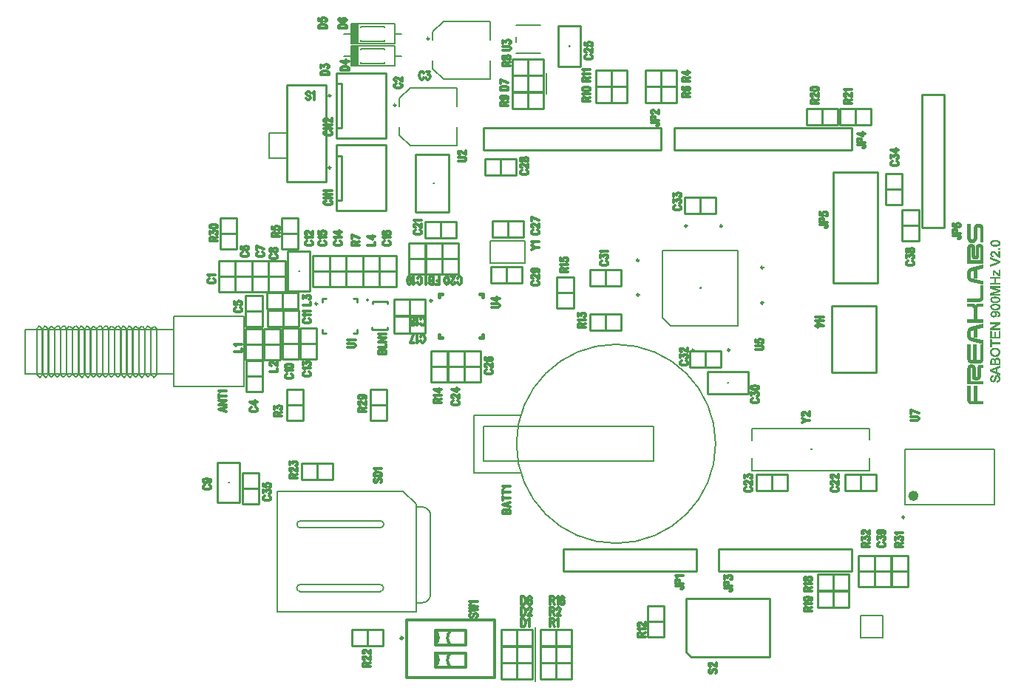
<source format=gto>
*
%LPD*%
%LNSABOTEN2-ST*%
%FSLAX25Y25*%
%MOIN*%
%AD*%
%AD*%
%ADD11C,0.007870079*%
%ADD16C,0.023620079*%
%ADD27C,0.009840157*%
%ADD37C,0.008*%
%ADD38C,0.012*%
%ADD39C,0.015*%
%ADD40C,0.01*%
%ADD44C,0.006*%
%ADD98C,0.001*%
G54D98*
%SRX1Y1I0.0J0.0*%
G1X484636Y216521D2*
G1X484579Y216916D1*
G1X484466Y217257D1*
G1X484299Y217592D1*
G1X484023Y217813D1*
G1X483744Y217924D1*
G1X483466Y217980D1*
G1X483133Y217924D1*
G1X482858Y217814D1*
G1X482638Y217594D1*
G1X482469Y217257D1*
G1X482354Y216914D1*
G1X482239Y216395D1*
G1X482236Y216387D1*
G1X482123Y216100D1*
G1X482064Y215871D1*
G1X482064Y215867D1*
G1X482006Y215693D1*
G1X481981Y215664D1*
G1X481871Y215610D1*
G1X481761Y215499D1*
G1X481739Y215486D1*
G1X481506Y215428D1*
G1X481483Y215428D1*
G1X481249Y215486D1*
G1X481231Y215495D1*
G1X480999Y215669D1*
G1X480984Y215690D1*
G1X480868Y215981D1*
G1X480864Y215992D1*
G1X480806Y216398D1*
G1X480806Y216405D1*
G1X480806Y216414D1*
G1X480864Y216762D1*
G1X480868Y216772D1*
G1X480984Y217062D1*
G1X480994Y217079D1*
G1X481226Y217311D1*
G1X481254Y217325D1*
G1X481561Y217376D1*
G1X481561Y217855D1*
G1X481276Y217808D1*
G1X480999Y217698D1*
G1X480781Y217478D1*
G1X480611Y217141D1*
G1X480499Y216800D1*
G1X480441Y216348D1*
G1X480499Y215953D1*
G1X480611Y215614D1*
G1X480779Y215334D1*
G1X480999Y215113D1*
G1X481276Y215003D1*
G1X481553Y214947D1*
G1X481826Y215002D1*
G1X482044Y215112D1*
G1X482209Y215276D1*
G1X482551Y215844D1*
G1X482839Y216998D1*
G1X482843Y217008D1*
G1X482959Y217240D1*
G1X482976Y217259D1*
G1X483149Y217376D1*
G1X483159Y217380D1*
G1X483449Y217496D1*
G1X483468Y217500D1*
G1X483641Y217500D1*
G1X483664Y217495D1*
G1X483896Y217379D1*
G1X483909Y217369D1*
G1X484026Y217253D1*
G1X484034Y217240D1*
G1X484151Y217008D1*
G1X484154Y216997D1*
G1X484271Y216474D1*
G1X484271Y216463D1*
G1X484271Y216173D1*
G1X484269Y216155D1*
G1X484153Y215864D1*
G1X484146Y215853D1*
G1X483971Y215621D1*
G1X483966Y215616D1*
G1X483793Y215441D1*
G1X483776Y215430D1*
G1X483486Y215314D1*
G1X483478Y215312D1*
G1X483228Y215262D1*
G1X483228Y214780D1*
G1X483569Y214829D1*
G1X483964Y214998D1*
G1X484243Y215221D1*
G1X484466Y215555D1*
G1X484579Y216008D1*
G1X484636Y216521D1*
G1X484579Y222135D2*
G1X480499Y220492D1*
G1X480499Y219921D1*
G1X484579Y218279D1*
G1X484579Y218808D1*
G1X483334Y219260D1*
G1X483301Y219307D1*
G1X483301Y221106D1*
G1X483334Y221153D1*
G1X484579Y221606D1*
G1X484579Y222135D1*
G1X482936Y220932D2*
G1X482936Y219481D1*
G1X482869Y219435D1*
G1X481651Y219899D1*
G1X480896Y220189D1*
G1X480901Y220284D1*
G1X481304Y220399D1*
G1X481766Y220573D1*
G1X482869Y220979D1*
G1X482936Y220932D1*
G1X484579Y224641D2*
G1X484523Y224920D1*
G1X484294Y225376D1*
G1X484188Y225536D1*
G1X483969Y225645D1*
G1X483689Y225757D1*
G1X483414Y225757D1*
G1X483138Y225702D1*
G1X482859Y225535D1*
G1X482638Y225313D1*
G1X482468Y224972D1*
G1X482379Y224969D1*
G1X482211Y225251D1*
G1X481991Y225416D1*
G1X481766Y225528D1*
G1X481551Y225582D1*
G1X481276Y225527D1*
G1X480996Y225415D1*
G1X480778Y225251D1*
G1X480613Y224976D1*
G1X480556Y224696D1*
G1X480499Y224237D1*
G1X480499Y222723D1*
G1X484579Y222723D1*
G1X484579Y224641D1*
G1X484214Y224646D2*
G1X484214Y223254D1*
G1X484164Y223204D1*
G1X482713Y223204D1*
G1X482663Y223254D1*
G1X482663Y224530D1*
G1X482664Y224542D1*
G1X482723Y224775D1*
G1X482733Y224795D1*
G1X483023Y225143D1*
G1X483034Y225152D1*
G1X483208Y225268D1*
G1X483236Y225277D1*
G1X483468Y225277D1*
G1X483476Y225276D1*
G1X483824Y225218D1*
G1X483851Y225204D1*
G1X484084Y224972D1*
G1X484094Y224955D1*
G1X484211Y224665D1*
G1X484214Y224646D1*
G1X482299Y224414D2*
G1X482299Y223254D1*
G1X482249Y223204D1*
G1X480914Y223204D1*
G1X480864Y223254D1*
G1X480864Y224414D1*
G1X480864Y224424D1*
G1X480923Y224714D1*
G1X480936Y224740D1*
G1X481169Y224972D1*
G1X481191Y224985D1*
G1X481596Y225101D1*
G1X481611Y225103D1*
G1X481784Y225103D1*
G1X481813Y225094D1*
G1X481986Y224978D1*
G1X481998Y224968D1*
G1X482229Y224678D1*
G1X482239Y224659D1*
G1X482298Y224426D1*
G1X482299Y224414D1*
G1X484636Y228361D2*
G1X484579Y228871D1*
G1X484411Y229321D1*
G1X484071Y229718D1*
G1X483674Y230057D1*
G1X483166Y230227D1*
G1X482539Y230284D1*
G1X481969Y230227D1*
G1X481459Y230057D1*
G1X481064Y229774D1*
G1X480724Y229378D1*
G1X480499Y228870D1*
G1X480441Y228362D1*
G1X480499Y227965D1*
G1X480611Y227568D1*
G1X480781Y227287D1*
G1X481008Y227003D1*
G1X481348Y226720D1*
G1X481683Y226552D1*
G1X482598Y226438D1*
G1X483109Y226495D1*
G1X483619Y226665D1*
G1X484014Y226947D1*
G1X484354Y227343D1*
G1X484579Y227852D1*
G1X484636Y228361D1*
G1X484271Y228350D2*
G1X484154Y227828D1*
G1X484149Y227812D1*
G1X483858Y227348D1*
G1X483839Y227330D1*
G1X483318Y227040D1*
G1X483301Y227035D1*
G1X482606Y226919D1*
G1X482596Y226918D1*
G1X482191Y226918D1*
G1X482176Y226920D1*
G1X481771Y227036D1*
G1X481766Y227038D1*
G1X481476Y227154D1*
G1X481464Y227160D1*
G1X481231Y227334D1*
G1X481219Y227348D1*
G1X480929Y227812D1*
G1X480924Y227828D1*
G1X480806Y228350D1*
G1X480806Y228361D1*
G1X480806Y228368D1*
G1X480864Y228774D1*
G1X480869Y228789D1*
G1X481044Y229138D1*
G1X481049Y229146D1*
G1X481281Y229437D1*
G1X481298Y229450D1*
G1X481646Y229624D1*
G1X481654Y229628D1*
G1X482061Y229744D1*
G1X482069Y229745D1*
G1X482533Y229803D1*
G1X482548Y229803D1*
G1X483244Y229687D1*
G1X483258Y229682D1*
G1X483838Y229392D1*
G1X483856Y229376D1*
G1X484146Y228970D1*
G1X484154Y228951D1*
G1X484271Y228371D1*
G1X484271Y228350D1*
G1X484579Y232663D2*
G1X480914Y232663D1*
G1X480864Y232713D1*
G1X480864Y234056D1*
G1X480499Y234056D1*
G1X480499Y230790D1*
G1X480864Y230790D1*
G1X480864Y232133D1*
G1X480914Y232183D1*
G1X484579Y232183D1*
G1X484579Y232663D1*
G1X484579Y237771D2*
G1X484214Y237771D1*
G1X484214Y235267D1*
G1X484164Y235217D1*
G1X482713Y235217D1*
G1X482663Y235267D1*
G1X482663Y237480D1*
G1X482299Y237480D1*
G1X482299Y235267D1*
G1X482249Y235217D1*
G1X480914Y235217D1*
G1X480864Y235267D1*
G1X480864Y237654D1*
G1X480499Y237654D1*
G1X480499Y234737D1*
G1X484579Y234737D1*
G1X484579Y237771D1*
G1X484579Y241775D2*
G1X480499Y241775D1*
G1X480499Y241295D1*
G1X483584Y241295D1*
G1X483611Y241203D1*
G1X480499Y239186D1*
G1X480499Y238625D1*
G1X484579Y238625D1*
G1X484579Y239105D1*
G1X481494Y239105D1*
G1X481466Y239197D1*
G1X484579Y241214D1*
G1X484579Y241775D1*
G1X484636Y245423D2*
G1X484579Y245814D1*
G1X484413Y246148D1*
G1X484134Y246428D1*
G1X483739Y246653D1*
G1X483171Y246766D1*
G1X482481Y246824D1*
G1X481793Y246767D1*
G1X481339Y246653D1*
G1X480944Y246428D1*
G1X480723Y246206D1*
G1X480556Y245872D1*
G1X480501Y245483D1*
G1X480613Y244980D1*
G1X480889Y244592D1*
G1X481336Y244368D1*
G1X481843Y244256D1*
G1X482406Y244368D1*
G1X482851Y244591D1*
G1X483073Y244978D1*
G1X483184Y245367D1*
G1X483129Y245641D1*
G1X483018Y245919D1*
G1X482674Y246319D1*
G1X482713Y246402D1*
G1X482771Y246402D1*
G1X482776Y246402D1*
G1X483414Y246344D1*
G1X483431Y246338D1*
G1X483659Y246225D1*
G1X483886Y246168D1*
G1X483913Y246151D1*
G1X484144Y245861D1*
G1X484154Y245843D1*
G1X484269Y245437D1*
G1X484271Y245411D1*
G1X484213Y245179D1*
G1X484206Y245163D1*
G1X484089Y244989D1*
G1X484076Y244975D1*
G1X483901Y244859D1*
G1X483889Y244853D1*
G1X483579Y244750D1*
G1X483626Y244325D1*
G1X484028Y244425D1*
G1X484359Y244647D1*
G1X484579Y244977D1*
G1X484636Y245423D1*
G1X482821Y245531D2*
G1X482763Y245183D1*
G1X482753Y245161D1*
G1X482579Y244929D1*
G1X482564Y244916D1*
G1X482274Y244742D1*
G1X482256Y244736D1*
G1X481909Y244677D1*
G1X481894Y244677D1*
G1X481488Y244735D1*
G1X481469Y244742D1*
G1X481179Y244916D1*
G1X481164Y244928D1*
G1X480933Y245218D1*
G1X480923Y245239D1*
G1X480864Y245529D1*
G1X480864Y245539D1*
G1X480864Y245548D1*
G1X480923Y245896D1*
G1X480931Y245917D1*
G1X481106Y246150D1*
G1X481124Y246164D1*
G1X481471Y246338D1*
G1X481486Y246343D1*
G1X481834Y246401D1*
G1X481849Y246401D1*
G1X482256Y246343D1*
G1X482274Y246337D1*
G1X482564Y246163D1*
G1X482579Y246150D1*
G1X482753Y245917D1*
G1X482763Y245896D1*
G1X482821Y245548D1*
G1X482821Y245531D1*
G1X484636Y248791D2*
G1X484579Y249180D1*
G1X484414Y249512D1*
G1X484138Y249733D1*
G1X483743Y249902D1*
G1X483228Y250017D1*
G1X482594Y250074D1*
G1X482024Y250074D1*
G1X481626Y249960D1*
G1X480996Y249731D1*
G1X480776Y249566D1*
G1X480613Y249349D1*
G1X480501Y248788D1*
G1X480556Y248398D1*
G1X480721Y248067D1*
G1X480998Y247846D1*
G1X481394Y247676D1*
G1X481908Y247562D1*
G1X482599Y247504D1*
G1X483113Y247504D1*
G1X483571Y247619D1*
G1X483969Y247733D1*
G1X484246Y247898D1*
G1X484524Y248288D1*
G1X484636Y248791D1*
G1X484271Y248779D2*
G1X484213Y248489D1*
G1X484203Y248468D1*
G1X483971Y248178D1*
G1X483954Y248164D1*
G1X483721Y248048D1*
G1X483709Y248044D1*
G1X483419Y247986D1*
G1X483418Y247986D1*
G1X483069Y247927D1*
G1X483061Y247927D1*
G1X482133Y247927D1*
G1X482126Y247927D1*
G1X481719Y247985D1*
G1X481716Y247986D1*
G1X481426Y248044D1*
G1X481414Y248048D1*
G1X481181Y248164D1*
G1X481164Y248178D1*
G1X480933Y248468D1*
G1X480923Y248489D1*
G1X480864Y248779D1*
G1X480864Y248789D1*
G1X480864Y248798D1*
G1X480923Y249146D1*
G1X480941Y249177D1*
G1X481231Y249409D1*
G1X481234Y249411D1*
G1X481409Y249527D1*
G1X481426Y249535D1*
G1X481716Y249593D1*
G1X481719Y249593D1*
G1X482126Y249651D1*
G1X482133Y249652D1*
G1X483061Y249652D1*
G1X483069Y249651D1*
G1X483418Y249593D1*
G1X483419Y249593D1*
G1X483709Y249535D1*
G1X483721Y249530D1*
G1X483954Y249414D1*
G1X483971Y249401D1*
G1X484203Y249111D1*
G1X484213Y249089D1*
G1X484271Y248799D1*
G1X484271Y248779D1*
G1X484636Y252041D2*
G1X484579Y252430D1*
G1X484414Y252762D1*
G1X484138Y252983D1*
G1X483743Y253152D1*
G1X483228Y253267D1*
G1X482594Y253324D1*
G1X482024Y253324D1*
G1X481626Y253210D1*
G1X480996Y252981D1*
G1X480776Y252816D1*
G1X480613Y252599D1*
G1X480501Y252038D1*
G1X480556Y251648D1*
G1X480721Y251317D1*
G1X480998Y251096D1*
G1X481394Y250926D1*
G1X481908Y250812D1*
G1X482599Y250754D1*
G1X483113Y250754D1*
G1X483571Y250869D1*
G1X483969Y250983D1*
G1X484246Y251148D1*
G1X484524Y251538D1*
G1X484636Y252041D1*
G1X484271Y252029D2*
G1X484213Y251739D1*
G1X484203Y251718D1*
G1X483971Y251428D1*
G1X483954Y251414D1*
G1X483721Y251298D1*
G1X483709Y251294D1*
G1X483419Y251236D1*
G1X483418Y251236D1*
G1X483069Y251177D1*
G1X483061Y251177D1*
G1X482133Y251177D1*
G1X482126Y251177D1*
G1X481719Y251235D1*
G1X481716Y251236D1*
G1X481426Y251294D1*
G1X481414Y251298D1*
G1X481181Y251414D1*
G1X481164Y251428D1*
G1X480933Y251718D1*
G1X480923Y251739D1*
G1X480864Y252029D1*
G1X480864Y252039D1*
G1X480864Y252048D1*
G1X480923Y252396D1*
G1X480941Y252427D1*
G1X481231Y252659D1*
G1X481234Y252661D1*
G1X481409Y252777D1*
G1X481426Y252785D1*
G1X481716Y252843D1*
G1X481719Y252843D1*
G1X482126Y252901D1*
G1X482133Y252902D1*
G1X483061Y252902D1*
G1X483069Y252901D1*
G1X483418Y252843D1*
G1X483419Y252843D1*
G1X483709Y252785D1*
G1X483721Y252780D1*
G1X483954Y252664D1*
G1X483971Y252651D1*
G1X484203Y252361D1*
G1X484213Y252339D1*
G1X484271Y252049D1*
G1X484271Y252029D1*
G1X484579Y258025D2*
G1X480499Y258025D1*
G1X480499Y257241D1*
G1X483366Y256324D1*
G1X483771Y256208D1*
G1X484001Y256150D1*
G1X484013Y256057D1*
G1X483779Y255941D1*
G1X483774Y255938D1*
G1X483424Y255822D1*
G1X480499Y254904D1*
G1X480499Y254121D1*
G1X484579Y254121D1*
G1X484579Y254601D1*
G1X481088Y254601D1*
G1X481074Y254699D1*
G1X484579Y255790D1*
G1X484579Y256298D1*
G1X481073Y257447D1*
G1X481088Y257545D1*
G1X484579Y257545D1*
G1X484579Y258025D1*
G1X484579Y262146D2*
G1X480499Y262146D1*
G1X480499Y261665D1*
G1X482191Y261665D1*
G1X482241Y261615D1*
G1X482241Y259526D1*
G1X482191Y259476D1*
G1X480499Y259476D1*
G1X480499Y258996D1*
G1X484579Y258996D1*
G1X484579Y259476D1*
G1X482654Y259476D1*
G1X482604Y259526D1*
G1X482604Y261615D1*
G1X482654Y261665D1*
G1X484579Y261665D1*
G1X484579Y262146D1*
G1X484579Y265337D2*
G1X484214Y265337D1*
G1X484214Y264055D1*
G1X484271Y263419D1*
G1X484271Y263414D1*
G1X484189Y263376D1*
G1X483841Y263666D1*
G1X481941Y265279D1*
G1X481661Y265279D1*
G1X481661Y263000D1*
G1X482024Y263000D1*
G1X482024Y264050D1*
G1X481966Y264628D1*
G1X481966Y264633D1*
G1X482049Y264671D1*
G1X484241Y262826D1*
G1X484579Y262826D1*
G1X484579Y265337D1*
G1X484579Y269416D2*
G1X480499Y271002D1*
G1X480499Y270471D1*
G1X483483Y269324D1*
G1X484176Y269150D1*
G1X484179Y269054D1*
G1X483484Y268823D1*
G1X480499Y267675D1*
G1X480499Y267145D1*
G1X484579Y268787D1*
G1X484579Y269416D1*
G1X484579Y273869D2*
G1X484156Y273869D1*
G1X484156Y271887D1*
G1X484074Y271848D1*
G1X483784Y272081D1*
G1X483776Y272090D1*
G1X483603Y272321D1*
G1X483314Y272667D1*
G1X482909Y273128D1*
G1X482566Y273415D1*
G1X482339Y273585D1*
G1X482059Y273697D1*
G1X481608Y273810D1*
G1X481166Y273755D1*
G1X480836Y273480D1*
G1X480613Y273088D1*
G1X480501Y272581D1*
G1X480556Y272077D1*
G1X480778Y271690D1*
G1X481168Y271411D1*
G1X481566Y271311D1*
G1X481614Y271731D1*
G1X481369Y271780D1*
G1X481349Y271789D1*
G1X481116Y271964D1*
G1X481106Y271974D1*
G1X480931Y272206D1*
G1X480923Y272227D1*
G1X480864Y272576D1*
G1X480864Y272584D1*
G1X480864Y272594D1*
G1X480923Y272884D1*
G1X480931Y272904D1*
G1X481106Y273136D1*
G1X481111Y273142D1*
G1X481284Y273316D1*
G1X481311Y273329D1*
G1X481601Y273387D1*
G1X481621Y273387D1*
G1X481911Y273329D1*
G1X481926Y273323D1*
G1X482216Y273149D1*
G1X482224Y273144D1*
G1X482629Y272796D1*
G1X482634Y272791D1*
G1X483099Y272268D1*
G1X483444Y271866D1*
G1X484016Y271409D1*
G1X484294Y271298D1*
G1X484579Y271250D1*
G1X484579Y273869D1*
G1X484579Y275262D2*
G1X484156Y275262D1*
G1X484156Y274839D1*
G1X484579Y274839D1*
G1X484579Y275262D1*
G1X484636Y277519D2*
G1X484579Y277908D1*
G1X484414Y278239D1*
G1X484138Y278460D1*
G1X483743Y278630D1*
G1X483228Y278744D1*
G1X482594Y278802D1*
G1X482024Y278802D1*
G1X481626Y278688D1*
G1X480996Y278459D1*
G1X480776Y278294D1*
G1X480613Y278076D1*
G1X480501Y277516D1*
G1X480556Y277126D1*
G1X480721Y276795D1*
G1X480998Y276574D1*
G1X481394Y276404D1*
G1X481908Y276290D1*
G1X482599Y276232D1*
G1X483113Y276232D1*
G1X483571Y276347D1*
G1X483969Y276461D1*
G1X484246Y276626D1*
G1X484524Y277015D1*
G1X484636Y277519D1*
G1X484271Y277507D2*
G1X484213Y277217D1*
G1X484203Y277196D1*
G1X483971Y276905D1*
G1X483954Y276892D1*
G1X483721Y276776D1*
G1X483709Y276772D1*
G1X483419Y276713D1*
G1X483418Y276713D1*
G1X483069Y276655D1*
G1X483061Y276654D1*
G1X482133Y276654D1*
G1X482126Y276655D1*
G1X481719Y276713D1*
G1X481716Y276713D1*
G1X481426Y276772D1*
G1X481414Y276776D1*
G1X481181Y276892D1*
G1X481164Y276905D1*
G1X480933Y277196D1*
G1X480923Y277217D1*
G1X480864Y277507D1*
G1X480864Y277517D1*
G1X480864Y277525D1*
G1X480923Y277873D1*
G1X480941Y277904D1*
G1X481231Y278136D1*
G1X481234Y278139D1*
G1X481409Y278255D1*
G1X481426Y278262D1*
G1X481716Y278320D1*
G1X481719Y278321D1*
G1X482126Y278379D1*
G1X482133Y278379D1*
G1X483061Y278379D1*
G1X483069Y278379D1*
G1X483418Y278321D1*
G1X483419Y278320D1*
G1X483709Y278262D1*
G1X483721Y278258D1*
G1X483954Y278142D1*
G1X483971Y278129D1*
G1X484203Y277838D1*
G1X484213Y277817D1*
G1X484271Y277527D1*
G1X484271Y277507D1*
G1X477079Y206182D2*
G1X474229Y206182D1*
G1X474179Y206232D1*
G1X474179Y213082D1*
G1X472979Y213082D1*
G1X472979Y206232D1*
G1X472929Y206182D1*
G1X471829Y206182D1*
G1X471816Y206184D1*
G1X471416Y206284D1*
G1X471379Y206322D1*
G1X471279Y206822D1*
G1X471279Y206832D1*
G1X471279Y213082D1*
G1X470079Y213082D1*
G1X470079Y206835D1*
G1X470176Y206050D1*
G1X470564Y205468D1*
G1X471146Y205080D1*
G1X471831Y204982D1*
G1X477079Y204982D1*
G1X477079Y206182D1*
G1X477079Y222582D2*
G1X476231Y222582D1*
G1X475541Y222483D1*
G1X475064Y222293D1*
G1X474776Y221715D1*
G1X474679Y221326D1*
G1X474679Y217732D1*
G1X474676Y217720D1*
G1X474576Y217320D1*
G1X474541Y217284D1*
G1X474141Y217184D1*
G1X474116Y217184D1*
G1X473716Y217284D1*
G1X473679Y217320D1*
G1X473579Y217720D1*
G1X473579Y217732D1*
G1X473579Y220829D1*
G1X473479Y221716D1*
G1X473189Y222199D1*
G1X472708Y222584D1*
G1X471924Y222682D1*
G1X471631Y222682D1*
G1X470949Y222585D1*
G1X470466Y222199D1*
G1X470176Y221716D1*
G1X470079Y220829D1*
G1X470079Y213982D1*
G1X477079Y213982D1*
G1X477079Y215182D1*
G1X471329Y215182D1*
G1X471279Y215232D1*
G1X471279Y220832D1*
G1X471279Y220844D1*
G1X471379Y221244D1*
G1X471416Y221281D1*
G1X471816Y221381D1*
G1X471841Y221381D1*
G1X472241Y221281D1*
G1X472276Y221244D1*
G1X472376Y220844D1*
G1X472379Y220832D1*
G1X472379Y217535D1*
G1X472476Y216749D1*
G1X472764Y216269D1*
G1X473246Y215980D1*
G1X473931Y215882D1*
G1X474224Y215882D1*
G1X474913Y215980D1*
G1X475493Y216270D1*
G1X475779Y216749D1*
G1X475879Y217535D1*
G1X475879Y220832D1*
G1X475879Y220844D1*
G1X475979Y221244D1*
G1X476016Y221281D1*
G1X476416Y221381D1*
G1X476429Y221382D1*
G1X477079Y221382D1*
G1X477079Y222582D1*
G1X477079Y231682D2*
G1X475879Y231682D1*
G1X475879Y225032D1*
G1X475864Y224997D1*
G1X475664Y224797D1*
G1X475629Y224782D1*
G1X474029Y224782D1*
G1X473979Y224832D1*
G1X473979Y231682D1*
G1X472779Y231682D1*
G1X472779Y224832D1*
G1X472729Y224782D1*
G1X471829Y224782D1*
G1X471816Y224784D1*
G1X471416Y224884D1*
G1X471379Y224920D1*
G1X471279Y225320D1*
G1X471279Y225332D1*
G1X471279Y231682D1*
G1X470079Y231682D1*
G1X470079Y225335D1*
G1X470176Y224550D1*
G1X470564Y223969D1*
G1X471048Y223679D1*
G1X471834Y223482D1*
G1X475321Y223482D1*
G1X476111Y223679D1*
G1X476691Y223969D1*
G1X476979Y224547D1*
G1X477079Y225335D1*
G1X477079Y231682D1*
G1X477079Y240968D2*
G1X471943Y239684D1*
G1X471154Y239388D1*
G1X470566Y238898D1*
G1X470176Y238314D1*
G1X470079Y237629D1*
G1X470079Y235536D1*
G1X470176Y234850D1*
G1X470564Y234268D1*
G1X471151Y233877D1*
G1X471943Y233580D1*
G1X477079Y232296D1*
G1X477079Y233593D1*
G1X471916Y234884D1*
G1X471903Y234889D1*
G1X471403Y235189D1*
G1X471379Y235220D1*
G1X471279Y235620D1*
G1X471279Y235632D1*
G1X471279Y237532D1*
G1X471279Y237542D1*
G1X471379Y238042D1*
G1X471409Y238079D1*
G1X471909Y238279D1*
G1X471914Y238280D1*
G1X472914Y238580D1*
G1X472979Y238532D1*
G1X472979Y235272D1*
G1X474179Y234995D1*
G1X474179Y238932D1*
G1X474216Y238981D1*
G1X477079Y239672D1*
G1X477079Y240968D1*
G1X477079Y250282D2*
G1X475333Y250282D1*
G1X474738Y250183D1*
G1X474253Y250086D1*
G1X473866Y249699D1*
G1X473569Y249302D1*
G1X473484Y249310D1*
G1X473289Y249699D1*
G1X472904Y249988D1*
G1X472419Y250182D1*
G1X470079Y250182D1*
G1X470079Y248982D1*
G1X472229Y248982D1*
G1X472251Y248977D1*
G1X472651Y248777D1*
G1X472664Y248767D1*
G1X472964Y248467D1*
G1X472979Y248432D1*
G1X472979Y243032D1*
G1X472929Y242982D1*
G1X470079Y242982D1*
G1X470079Y241782D1*
G1X477079Y241782D1*
G1X477079Y242982D1*
G1X474229Y242982D1*
G1X474179Y243032D1*
G1X474179Y247832D1*
G1X474179Y247840D1*
G1X474279Y248440D1*
G1X474286Y248460D1*
G1X474486Y248760D1*
G1X474506Y248777D1*
G1X474906Y248977D1*
G1X474919Y248981D1*
G1X475519Y249081D1*
G1X475529Y249082D1*
G1X477079Y249082D1*
G1X477079Y250282D1*
G1X477079Y258482D2*
G1X475879Y258482D1*
G1X475879Y253232D1*
G1X475878Y253222D1*
G1X475778Y252722D1*
G1X475746Y252686D1*
G1X475246Y252486D1*
G1X475229Y252482D1*
G1X470079Y252482D1*
G1X470079Y251282D1*
G1X475224Y251282D1*
G1X476011Y251380D1*
G1X476593Y251768D1*
G1X476979Y252350D1*
G1X477079Y253235D1*
G1X477079Y258482D1*
G1X477079Y267668D2*
G1X471943Y266384D1*
G1X471154Y266088D1*
G1X470566Y265598D1*
G1X470176Y265014D1*
G1X470079Y264329D1*
G1X470079Y262236D1*
G1X470176Y261550D1*
G1X470564Y260968D1*
G1X471151Y260577D1*
G1X471943Y260280D1*
G1X477079Y258996D1*
G1X477079Y260293D1*
G1X471916Y261584D1*
G1X471903Y261589D1*
G1X471403Y261889D1*
G1X471379Y261920D1*
G1X471279Y262320D1*
G1X471279Y262332D1*
G1X471279Y264232D1*
G1X471279Y264242D1*
G1X471379Y264742D1*
G1X471409Y264779D1*
G1X471909Y264979D1*
G1X471914Y264980D1*
G1X472914Y265280D1*
G1X472979Y265232D1*
G1X472979Y261972D1*
G1X474179Y261695D1*
G1X474179Y265632D1*
G1X474216Y265681D1*
G1X477079Y266372D1*
G1X477079Y267668D1*
G1X477079Y275429D2*
G1X476979Y276115D1*
G1X476691Y276598D1*
G1X476308Y276885D1*
G1X475724Y276982D1*
G1X475233Y276982D1*
G1X474646Y276884D1*
G1X474169Y276598D1*
G1X473976Y276119D1*
G1X473879Y275429D1*
G1X473879Y271732D1*
G1X473829Y271682D1*
G1X473429Y271682D1*
G1X473384Y271710D1*
G1X473284Y271910D1*
G1X473279Y271932D1*
G1X473279Y275429D1*
G1X473179Y276119D1*
G1X472988Y276598D1*
G1X472511Y276884D1*
G1X471924Y276982D1*
G1X471433Y276982D1*
G1X470849Y276885D1*
G1X470466Y276598D1*
G1X470176Y276115D1*
G1X470079Y275429D1*
G1X470079Y268482D1*
G1X477079Y268482D1*
G1X477079Y275429D1*
G1X475879Y275632D2*
G1X475879Y269732D1*
G1X475829Y269682D1*
G1X471329Y269682D1*
G1X471279Y269732D1*
G1X471279Y275632D1*
G1X471306Y275677D1*
G1X471506Y275777D1*
G1X471529Y275782D1*
G1X471829Y275782D1*
G1X471851Y275777D1*
G1X472051Y275677D1*
G1X472079Y275632D1*
G1X472079Y271936D1*
G1X472176Y271249D1*
G1X472466Y270766D1*
G1X472849Y270479D1*
G1X473433Y270382D1*
G1X473724Y270382D1*
G1X474311Y270480D1*
G1X474788Y270766D1*
G1X474979Y271245D1*
G1X475079Y271936D1*
G1X475079Y275632D1*
G1X475113Y275680D1*
G1X475413Y275780D1*
G1X475429Y275782D1*
G1X475629Y275782D1*
G1X475651Y275777D1*
G1X475851Y275677D1*
G1X475879Y275632D1*
G1X477079Y284029D2*
G1X476979Y284916D1*
G1X476591Y285597D1*
G1X476011Y285984D1*
G1X475224Y286082D1*
G1X474831Y286082D1*
G1X474146Y285984D1*
G1X473566Y285597D1*
G1X473176Y284914D1*
G1X472979Y284027D1*
G1X472979Y279932D1*
G1X472976Y279916D1*
G1X472776Y279316D1*
G1X472751Y279287D1*
G1X472351Y279087D1*
G1X472329Y279082D1*
G1X471929Y279082D1*
G1X471906Y279087D1*
G1X471706Y279187D1*
G1X471693Y279197D1*
G1X471293Y279597D1*
G1X471279Y279632D1*
G1X471279Y285982D1*
G1X470079Y285982D1*
G1X470079Y279938D1*
G1X470276Y279050D1*
G1X470666Y278367D1*
G1X471246Y277980D1*
G1X471931Y277882D1*
G1X472324Y277882D1*
G1X473009Y277980D1*
G1X473593Y278368D1*
G1X473981Y278952D1*
G1X474179Y279937D1*
G1X474179Y284032D1*
G1X474179Y284040D1*
G1X474279Y284640D1*
G1X474309Y284679D1*
G1X474809Y284879D1*
G1X474829Y284882D1*
G1X475229Y284882D1*
G1X475251Y284877D1*
G1X475451Y284777D1*
G1X475464Y284767D1*
G1X475864Y284367D1*
G1X475879Y284332D1*
G1X475879Y277982D1*
G1X477079Y277982D1*
G1X477079Y284029D1*
G1X470114Y206552D2*
G1X470114Y213082D1*
G1X470114Y213982D2*
G1X470114Y221148D1*
G1X470114Y225052D2*
G1X470114Y231682D1*
G1X470114Y235288D2*
G1X470114Y237877D1*
G1X470114Y241782D2*
G1X470114Y242982D1*
G1X470114Y248982D2*
G1X470114Y250182D1*
G1X470114Y251282D2*
G1X470114Y252482D1*
G1X470114Y261988D2*
G1X470114Y264577D1*
G1X470114Y268482D2*
G1X470114Y275677D1*
G1X470114Y279778D2*
G1X470114Y285982D1*
G1X470214Y205994D2*
G1X470214Y213082D1*
G1X470214Y213982D2*
G1X470214Y221777D1*
G1X470214Y224494D2*
G1X470214Y231682D1*
G1X470214Y234794D2*
G1X470214Y238370D1*
G1X470214Y241782D2*
G1X470214Y242982D1*
G1X470214Y248982D2*
G1X470214Y250182D1*
G1X470214Y251282D2*
G1X470214Y252482D1*
G1X470214Y261494D2*
G1X470214Y265070D1*
G1X470214Y268482D2*
G1X470214Y276177D1*
G1X470214Y279328D2*
G1X470214Y285982D1*
G1X470314Y205844D2*
G1X470314Y213082D1*
G1X470314Y213982D2*
G1X470314Y221944D1*
G1X470314Y224344D2*
G1X470314Y231682D1*
G1X470314Y234644D2*
G1X470314Y238520D1*
G1X470314Y241782D2*
G1X470314Y242982D1*
G1X470314Y248982D2*
G1X470314Y250182D1*
G1X470314Y251282D2*
G1X470314Y252482D1*
G1X470314Y261344D2*
G1X470314Y265220D1*
G1X470314Y268482D2*
G1X470314Y276344D1*
G1X470314Y278983D2*
G1X470314Y285982D1*
G1X470414Y205694D2*
G1X470414Y213082D1*
G1X470414Y213982D2*
G1X470414Y222111D1*
G1X470414Y224194D2*
G1X470414Y231682D1*
G1X470414Y234494D2*
G1X470414Y238670D1*
G1X470414Y241782D2*
G1X470414Y242982D1*
G1X470414Y248982D2*
G1X470414Y250182D1*
G1X470414Y251282D2*
G1X470414Y252482D1*
G1X470414Y261194D2*
G1X470414Y265370D1*
G1X470414Y268482D2*
G1X470414Y276511D1*
G1X470414Y278808D2*
G1X470414Y285982D1*
G1X470514Y205544D2*
G1X470514Y213082D1*
G1X470514Y213982D2*
G1X470514Y222236D1*
G1X470514Y224044D2*
G1X470514Y231682D1*
G1X470514Y234344D2*
G1X470514Y238820D1*
G1X470514Y241782D2*
G1X470514Y242982D1*
G1X470514Y248982D2*
G1X470514Y250182D1*
G1X470514Y251282D2*
G1X470514Y252482D1*
G1X470514Y261044D2*
G1X470514Y265520D1*
G1X470514Y268482D2*
G1X470514Y276634D1*
G1X470514Y278633D2*
G1X470514Y285982D1*
G1X470614Y205435D2*
G1X470614Y213082D1*
G1X470614Y213982D2*
G1X470614Y222316D1*
G1X470614Y223939D2*
G1X470614Y231682D1*
G1X470614Y234235D2*
G1X470614Y238938D1*
G1X470614Y241782D2*
G1X470614Y242982D1*
G1X470614Y248982D2*
G1X470614Y250182D1*
G1X470614Y251282D2*
G1X470614Y252482D1*
G1X470614Y260935D2*
G1X470614Y265638D1*
G1X470614Y268482D2*
G1X470614Y276709D1*
G1X470614Y278458D2*
G1X470614Y285982D1*
G1X470714Y205369D2*
G1X470714Y213082D1*
G1X470714Y213982D2*
G1X470714Y222396D1*
G1X470714Y223879D2*
G1X470714Y231682D1*
G1X470714Y234169D2*
G1X470714Y239022D1*
G1X470714Y241782D2*
G1X470714Y242982D1*
G1X470714Y248982D2*
G1X470714Y250182D1*
G1X470714Y251282D2*
G1X470714Y252482D1*
G1X470714Y260869D2*
G1X470714Y265722D1*
G1X470714Y268482D2*
G1X470714Y276784D1*
G1X470714Y278335D2*
G1X470714Y285982D1*
G1X470814Y205302D2*
G1X470814Y213082D1*
G1X470814Y213982D2*
G1X470814Y222476D1*
G1X470814Y223819D2*
G1X470814Y231682D1*
G1X470814Y234102D2*
G1X470814Y239105D1*
G1X470814Y241782D2*
G1X470814Y242982D1*
G1X470814Y248982D2*
G1X470814Y250182D1*
G1X470814Y251282D2*
G1X470814Y252482D1*
G1X470814Y260802D2*
G1X470814Y265805D1*
G1X470814Y268482D2*
G1X470814Y276859D1*
G1X470814Y278269D2*
G1X470814Y285982D1*
G1X470914Y205235D2*
G1X470914Y213082D1*
G1X470914Y213982D2*
G1X470914Y222556D1*
G1X470914Y223759D2*
G1X470914Y231682D1*
G1X470914Y234035D2*
G1X470914Y239188D1*
G1X470914Y241782D2*
G1X470914Y242982D1*
G1X470914Y248982D2*
G1X470914Y250182D1*
G1X470914Y251282D2*
G1X470914Y252482D1*
G1X470914Y260735D2*
G1X470914Y265888D1*
G1X470914Y268482D2*
G1X470914Y276896D1*
G1X470914Y278202D2*
G1X470914Y285982D1*
G1X471014Y205169D2*
G1X471014Y213082D1*
G1X471014Y213982D2*
G1X471014Y222594D1*
G1X471014Y223699D2*
G1X471014Y231682D1*
G1X471014Y233969D2*
G1X471014Y239272D1*
G1X471014Y241782D2*
G1X471014Y242982D1*
G1X471014Y248982D2*
G1X471014Y250182D1*
G1X471014Y251282D2*
G1X471014Y252482D1*
G1X471014Y260669D2*
G1X471014Y265972D1*
G1X471014Y268482D2*
G1X471014Y276912D1*
G1X471014Y278135D2*
G1X471014Y285982D1*
G1X471114Y205102D2*
G1X471114Y213082D1*
G1X471114Y213982D2*
G1X471114Y222608D1*
G1X471114Y223662D2*
G1X471114Y231682D1*
G1X471114Y233902D2*
G1X471114Y239355D1*
G1X471114Y241782D2*
G1X471114Y242982D1*
G1X471114Y248982D2*
G1X471114Y250182D1*
G1X471114Y251282D2*
G1X471114Y252482D1*
G1X471114Y260602D2*
G1X471114Y266055D1*
G1X471114Y268482D2*
G1X471114Y276929D1*
G1X471114Y278069D2*
G1X471114Y285982D1*
G1X471214Y205070D2*
G1X471214Y213082D1*
G1X471214Y213982D2*
G1X471214Y222622D1*
G1X471214Y223637D2*
G1X471214Y231682D1*
G1X471214Y233854D2*
G1X471214Y239411D1*
G1X471214Y241782D2*
G1X471214Y242982D1*
G1X471214Y248982D2*
G1X471214Y250182D1*
G1X471214Y251282D2*
G1X471214Y252482D1*
G1X471214Y260554D2*
G1X471214Y266111D1*
G1X471214Y268482D2*
G1X471214Y276946D1*
G1X471214Y278002D2*
G1X471214Y285982D1*
G1X471314Y205056D2*
G1X471314Y206650D1*
G1X471314Y213982D2*
G1X471314Y215184D1*
G1X471314Y220980D2*
G1X471314Y222637D1*
G1X471314Y223612D2*
G1X471314Y225184D1*
G1X471314Y233816D2*
G1X471314Y235484D1*
G1X471314Y237714D2*
G1X471314Y239448D1*
G1X471314Y241782D2*
G1X471314Y242982D1*
G1X471314Y248982D2*
G1X471314Y250182D1*
G1X471314Y251282D2*
G1X471314Y252482D1*
G1X471314Y260516D2*
G1X471314Y262184D1*
G1X471314Y264414D2*
G1X471314Y266148D1*
G1X471314Y268482D2*
G1X471314Y269684D1*
G1X471314Y275681D2*
G1X471314Y276962D1*
G1X471314Y277970D2*
G1X471314Y279576D1*
G1X471414Y205042D2*
G1X471414Y206284D1*
G1X471414Y213982D2*
G1X471414Y215182D1*
G1X471414Y221280D2*
G1X471414Y222651D1*
G1X471414Y223587D2*
G1X471414Y224884D1*
G1X471414Y233779D2*
G1X471414Y235183D1*
G1X471414Y238080D2*
G1X471414Y239486D1*
G1X471414Y241782D2*
G1X471414Y242982D1*
G1X471414Y248982D2*
G1X471414Y250182D1*
G1X471414Y251282D2*
G1X471414Y252482D1*
G1X471414Y260479D2*
G1X471414Y261883D1*
G1X471414Y264780D2*
G1X471414Y266186D1*
G1X471414Y268482D2*
G1X471414Y269682D1*
G1X471414Y275731D2*
G1X471414Y276979D1*
G1X471414Y277956D2*
G1X471414Y279476D1*
G1X471514Y205028D2*
G1X471514Y206259D1*
G1X471514Y213982D2*
G1X471514Y215182D1*
G1X471514Y221305D2*
G1X471514Y222665D1*
G1X471514Y223562D2*
G1X471514Y224859D1*
G1X471514Y233741D2*
G1X471514Y235123D1*
G1X471514Y238120D2*
G1X471514Y239523D1*
G1X471514Y241782D2*
G1X471514Y242982D1*
G1X471514Y248982D2*
G1X471514Y250182D1*
G1X471514Y251282D2*
G1X471514Y252482D1*
G1X471514Y260441D2*
G1X471514Y261823D1*
G1X471514Y264820D2*
G1X471514Y266223D1*
G1X471514Y268482D2*
G1X471514Y269682D1*
G1X471514Y275780D2*
G1X471514Y276982D1*
G1X471514Y277942D2*
G1X471514Y279376D1*
G1X471614Y205013D2*
G1X471614Y206234D1*
G1X471614Y213982D2*
G1X471614Y215182D1*
G1X471614Y221330D2*
G1X471614Y222680D1*
G1X471614Y223537D2*
G1X471614Y224834D1*
G1X471614Y233704D2*
G1X471614Y235063D1*
G1X471614Y238160D2*
G1X471614Y239561D1*
G1X471614Y241782D2*
G1X471614Y242982D1*
G1X471614Y248982D2*
G1X471614Y250182D1*
G1X471614Y251282D2*
G1X471614Y252482D1*
G1X471614Y260404D2*
G1X471614Y261763D1*
G1X471614Y264860D2*
G1X471614Y266261D1*
G1X471614Y268482D2*
G1X471614Y269682D1*
G1X471614Y275782D2*
G1X471614Y276982D1*
G1X471614Y277928D2*
G1X471614Y279276D1*
G1X471714Y204999D2*
G1X471714Y206209D1*
G1X471714Y213982D2*
G1X471714Y215182D1*
G1X471714Y221355D2*
G1X471714Y222682D1*
G1X471714Y223512D2*
G1X471714Y224809D1*
G1X471714Y233666D2*
G1X471714Y235003D1*
G1X471714Y238200D2*
G1X471714Y239598D1*
G1X471714Y241782D2*
G1X471714Y242982D1*
G1X471714Y248982D2*
G1X471714Y250182D1*
G1X471714Y251282D2*
G1X471714Y252482D1*
G1X471714Y260366D2*
G1X471714Y261703D1*
G1X471714Y264900D2*
G1X471714Y266298D1*
G1X471714Y268482D2*
G1X471714Y269682D1*
G1X471714Y275782D2*
G1X471714Y276982D1*
G1X471714Y277913D2*
G1X471714Y279184D1*
G1X471814Y204985D2*
G1X471814Y206184D1*
G1X471814Y213982D2*
G1X471814Y215182D1*
G1X471814Y221380D2*
G1X471814Y222682D1*
G1X471814Y223487D2*
G1X471814Y224784D1*
G1X471814Y233629D2*
G1X471814Y234943D1*
G1X471814Y238240D2*
G1X471814Y239636D1*
G1X471814Y241782D2*
G1X471814Y242982D1*
G1X471814Y248982D2*
G1X471814Y250182D1*
G1X471814Y251282D2*
G1X471814Y252482D1*
G1X471814Y260329D2*
G1X471814Y261643D1*
G1X471814Y264940D2*
G1X471814Y266336D1*
G1X471814Y268482D2*
G1X471814Y269682D1*
G1X471814Y275782D2*
G1X471814Y276982D1*
G1X471814Y277899D2*
G1X471814Y279134D1*
G1X471914Y204982D2*
G1X471914Y206182D1*
G1X471914Y213982D2*
G1X471914Y215182D1*
G1X471914Y221362D2*
G1X471914Y222682D1*
G1X471914Y223482D2*
G1X471914Y224782D1*
G1X471914Y233591D2*
G1X471914Y234884D1*
G1X471914Y238280D2*
G1X471914Y239673D1*
G1X471914Y241782D2*
G1X471914Y242982D1*
G1X471914Y248982D2*
G1X471914Y250182D1*
G1X471914Y251282D2*
G1X471914Y252482D1*
G1X471914Y260291D2*
G1X471914Y261584D1*
G1X471914Y264980D2*
G1X471914Y266373D1*
G1X471914Y268482D2*
G1X471914Y269682D1*
G1X471914Y275745D2*
G1X471914Y276982D1*
G1X471914Y277885D2*
G1X471914Y279084D1*
G1X472014Y204982D2*
G1X472014Y206182D1*
G1X472014Y213982D2*
G1X472014Y215182D1*
G1X472014Y221337D2*
G1X472014Y222671D1*
G1X472014Y223482D2*
G1X472014Y224782D1*
G1X472014Y233562D2*
G1X472014Y234859D1*
G1X472014Y238310D2*
G1X472014Y239702D1*
G1X472014Y241782D2*
G1X472014Y242982D1*
G1X472014Y248982D2*
G1X472014Y250182D1*
G1X472014Y251282D2*
G1X472014Y252482D1*
G1X472014Y260262D2*
G1X472014Y261559D1*
G1X472014Y265010D2*
G1X472014Y266402D1*
G1X472014Y268482D2*
G1X472014Y269682D1*
G1X472014Y275695D2*
G1X472014Y276967D1*
G1X472014Y277882D2*
G1X472014Y279082D1*
G1X472114Y204982D2*
G1X472114Y206182D1*
G1X472114Y213982D2*
G1X472114Y215182D1*
G1X472114Y221312D2*
G1X472114Y222659D1*
G1X472114Y223482D2*
G1X472114Y224782D1*
G1X472114Y233537D2*
G1X472114Y234834D1*
G1X472114Y238340D2*
G1X472114Y239727D1*
G1X472114Y241782D2*
G1X472114Y242982D1*
G1X472114Y248982D2*
G1X472114Y250182D1*
G1X472114Y251282D2*
G1X472114Y252482D1*
G1X472114Y260237D2*
G1X472114Y261534D1*
G1X472114Y265040D2*
G1X472114Y266427D1*
G1X472114Y268482D2*
G1X472114Y269682D1*
G1X472114Y271688D2*
G1X472114Y276951D1*
G1X472114Y277882D2*
G1X472114Y279082D1*
G1X472214Y204982D2*
G1X472214Y206182D1*
G1X472214Y213982D2*
G1X472214Y215182D1*
G1X472214Y221287D2*
G1X472214Y222646D1*
G1X472214Y223482D2*
G1X472214Y224782D1*
G1X472214Y233512D2*
G1X472214Y234809D1*
G1X472214Y238370D2*
G1X472214Y239752D1*
G1X472214Y241782D2*
G1X472214Y242982D1*
G1X472214Y248982D2*
G1X472214Y250182D1*
G1X472214Y251282D2*
G1X472214Y252482D1*
G1X472214Y260212D2*
G1X472214Y261509D1*
G1X472214Y265070D2*
G1X472214Y266452D1*
G1X472214Y268482D2*
G1X472214Y269682D1*
G1X472214Y271187D2*
G1X472214Y276934D1*
G1X472214Y277882D2*
G1X472214Y279082D1*
G1X472314Y204982D2*
G1X472314Y206182D1*
G1X472314Y213982D2*
G1X472314Y215182D1*
G1X472314Y221097D2*
G1X472314Y222634D1*
G1X472314Y223482D2*
G1X472314Y224782D1*
G1X472314Y233487D2*
G1X472314Y234784D1*
G1X472314Y238400D2*
G1X472314Y239777D1*
G1X472314Y241782D2*
G1X472314Y242982D1*
G1X472314Y248945D2*
G1X472314Y250182D1*
G1X472314Y251282D2*
G1X472314Y252482D1*
G1X472314Y260187D2*
G1X472314Y261484D1*
G1X472314Y265100D2*
G1X472314Y266477D1*
G1X472314Y268482D2*
G1X472314Y269682D1*
G1X472314Y271020D2*
G1X472314Y276917D1*
G1X472314Y277882D2*
G1X472314Y279082D1*
G1X472414Y204982D2*
G1X472414Y206182D1*
G1X472414Y213982D2*
G1X472414Y215182D1*
G1X472414Y217252D2*
G1X472414Y222621D1*
G1X472414Y223482D2*
G1X472414Y224782D1*
G1X472414Y233462D2*
G1X472414Y234759D1*
G1X472414Y238430D2*
G1X472414Y239802D1*
G1X472414Y241782D2*
G1X472414Y242982D1*
G1X472414Y248895D2*
G1X472414Y250182D1*
G1X472414Y251282D2*
G1X472414Y252482D1*
G1X472414Y260162D2*
G1X472414Y261459D1*
G1X472414Y265130D2*
G1X472414Y266502D1*
G1X472414Y268482D2*
G1X472414Y269682D1*
G1X472414Y270854D2*
G1X472414Y276901D1*
G1X472414Y277895D2*
G1X472414Y279119D1*
G1X472514Y204982D2*
G1X472514Y206182D1*
G1X472514Y213982D2*
G1X472514Y215182D1*
G1X472514Y216687D2*
G1X472514Y222609D1*
G1X472514Y223482D2*
G1X472514Y224782D1*
G1X472514Y233437D2*
G1X472514Y234734D1*
G1X472514Y238460D2*
G1X472514Y239827D1*
G1X472514Y241782D2*
G1X472514Y242982D1*
G1X472514Y248845D2*
G1X472514Y250144D1*
G1X472514Y251282D2*
G1X472514Y252482D1*
G1X472514Y260137D2*
G1X472514Y261434D1*
G1X472514Y265160D2*
G1X472514Y266527D1*
G1X472514Y268482D2*
G1X472514Y269682D1*
G1X472514Y270731D2*
G1X472514Y276883D1*
G1X472514Y277909D2*
G1X472514Y279169D1*
G1X472614Y204982D2*
G1X472614Y206182D1*
G1X472614Y213982D2*
G1X472614Y215182D1*
G1X472614Y216520D2*
G1X472614Y222596D1*
G1X472614Y223482D2*
G1X472614Y224782D1*
G1X472614Y233412D2*
G1X472614Y234709D1*
G1X472614Y238490D2*
G1X472614Y239852D1*
G1X472614Y241782D2*
G1X472614Y242982D1*
G1X472614Y248795D2*
G1X472614Y250104D1*
G1X472614Y251282D2*
G1X472614Y252482D1*
G1X472614Y260112D2*
G1X472614Y261409D1*
G1X472614Y265190D2*
G1X472614Y266552D1*
G1X472614Y268482D2*
G1X472614Y269682D1*
G1X472614Y270656D2*
G1X472614Y276823D1*
G1X472614Y277923D2*
G1X472614Y279219D1*
G1X472714Y204982D2*
G1X472714Y206182D1*
G1X472714Y213982D2*
G1X472714Y215182D1*
G1X472714Y216354D2*
G1X472714Y222580D1*
G1X472714Y223482D2*
G1X472714Y224782D1*
G1X472714Y233387D2*
G1X472714Y234684D1*
G1X472714Y238520D2*
G1X472714Y239877D1*
G1X472714Y241782D2*
G1X472714Y242982D1*
G1X472714Y248717D2*
G1X472714Y250064D1*
G1X472714Y251282D2*
G1X472714Y252482D1*
G1X472714Y260087D2*
G1X472714Y261384D1*
G1X472714Y265220D2*
G1X472714Y266577D1*
G1X472714Y268482D2*
G1X472714Y269682D1*
G1X472714Y270581D2*
G1X472714Y276763D1*
G1X472714Y277938D2*
G1X472714Y279269D1*
G1X472814Y204982D2*
G1X472814Y206182D1*
G1X472814Y213982D2*
G1X472814Y215182D1*
G1X472814Y216239D2*
G1X472814Y222500D1*
G1X472814Y223482D2*
G1X472814Y231682D1*
G1X472814Y233362D2*
G1X472814Y234659D1*
G1X472814Y238550D2*
G1X472814Y239902D1*
G1X472814Y241782D2*
G1X472814Y242982D1*
G1X472814Y248617D2*
G1X472814Y250024D1*
G1X472814Y251282D2*
G1X472814Y252482D1*
G1X472814Y260062D2*
G1X472814Y261359D1*
G1X472814Y265250D2*
G1X472814Y266602D1*
G1X472814Y268482D2*
G1X472814Y269682D1*
G1X472814Y270506D2*
G1X472814Y276703D1*
G1X472814Y277952D2*
G1X472814Y279430D1*
G1X472914Y204982D2*
G1X472914Y206182D1*
G1X472914Y213982D2*
G1X472914Y215182D1*
G1X472914Y216179D2*
G1X472914Y222420D1*
G1X472914Y223482D2*
G1X472914Y231682D1*
G1X472914Y233337D2*
G1X472914Y234634D1*
G1X472914Y238580D2*
G1X472914Y239927D1*
G1X472914Y241782D2*
G1X472914Y242982D1*
G1X472914Y248517D2*
G1X472914Y249981D1*
G1X472914Y251282D2*
G1X472914Y252482D1*
G1X472914Y260037D2*
G1X472914Y261334D1*
G1X472914Y265280D2*
G1X472914Y266627D1*
G1X472914Y268482D2*
G1X472914Y269682D1*
G1X472914Y270469D2*
G1X472914Y276643D1*
G1X472914Y277966D2*
G1X472914Y279730D1*
G1X473014Y204982D2*
G1X473014Y213082D1*
G1X473014Y213982D2*
G1X473014Y215182D1*
G1X473014Y216119D2*
G1X473014Y222340D1*
G1X473014Y223482D2*
G1X473014Y231682D1*
G1X473014Y233312D2*
G1X473014Y234609D1*
G1X473014Y235264D2*
G1X473014Y239952D1*
G1X473014Y241782D2*
G1X473014Y249906D1*
G1X473014Y251282D2*
G1X473014Y252482D1*
G1X473014Y260012D2*
G1X473014Y261309D1*
G1X473014Y261964D2*
G1X473014Y266652D1*
G1X473014Y268482D2*
G1X473014Y269682D1*
G1X473014Y270452D2*
G1X473014Y276534D1*
G1X473014Y277983D2*
G1X473014Y284186D1*
G1X473114Y204982D2*
G1X473114Y213082D1*
G1X473114Y213982D2*
G1X473114Y215182D1*
G1X473114Y216059D2*
G1X473114Y222260D1*
G1X473114Y223482D2*
G1X473114Y231682D1*
G1X473114Y233287D2*
G1X473114Y234584D1*
G1X473114Y235241D2*
G1X473114Y239977D1*
G1X473114Y241782D2*
G1X473114Y249831D1*
G1X473114Y251282D2*
G1X473114Y252482D1*
G1X473114Y259987D2*
G1X473114Y261284D1*
G1X473114Y261941D2*
G1X473114Y266677D1*
G1X473114Y268482D2*
G1X473114Y269682D1*
G1X473114Y270435D2*
G1X473114Y276284D1*
G1X473114Y278049D2*
G1X473114Y284636D1*
G1X473214Y204982D2*
G1X473214Y213082D1*
G1X473214Y213982D2*
G1X473214Y215182D1*
G1X473214Y215999D2*
G1X473214Y222159D1*
G1X473214Y223482D2*
G1X473214Y231682D1*
G1X473214Y233262D2*
G1X473214Y234559D1*
G1X473214Y235218D2*
G1X473214Y240002D1*
G1X473214Y241782D2*
G1X473214Y249756D1*
G1X473214Y251282D2*
G1X473214Y252482D1*
G1X473214Y259962D2*
G1X473214Y261259D1*
G1X473214Y261918D2*
G1X473214Y266702D1*
G1X473214Y268482D2*
G1X473214Y269682D1*
G1X473214Y270419D2*
G1X473214Y275881D1*
G1X473214Y278116D2*
G1X473214Y284981D1*
G1X473314Y204982D2*
G1X473314Y213082D1*
G1X473314Y213982D2*
G1X473314Y215182D1*
G1X473314Y215970D2*
G1X473314Y221993D1*
G1X473314Y223482D2*
G1X473314Y231682D1*
G1X473314Y233237D2*
G1X473314Y234534D1*
G1X473314Y235195D2*
G1X473314Y240027D1*
G1X473314Y241782D2*
G1X473314Y249649D1*
G1X473314Y251282D2*
G1X473314Y252482D1*
G1X473314Y259937D2*
G1X473314Y261234D1*
G1X473314Y261895D2*
G1X473314Y266727D1*
G1X473314Y268482D2*
G1X473314Y269682D1*
G1X473314Y270402D2*
G1X473314Y271849D1*
G1X473314Y278183D2*
G1X473314Y285156D1*
G1X473414Y204982D2*
G1X473414Y213082D1*
G1X473414Y213982D2*
G1X473414Y215182D1*
G1X473414Y215956D2*
G1X473414Y221826D1*
G1X473414Y223482D2*
G1X473414Y231682D1*
G1X473414Y233212D2*
G1X473414Y234509D1*
G1X473414Y235171D2*
G1X473414Y240052D1*
G1X473414Y241782D2*
G1X473414Y249449D1*
G1X473414Y251282D2*
G1X473414Y252482D1*
G1X473414Y259912D2*
G1X473414Y261209D1*
G1X473414Y261871D2*
G1X473414Y266752D1*
G1X473414Y268482D2*
G1X473414Y269682D1*
G1X473414Y270385D2*
G1X473414Y271684D1*
G1X473414Y278249D2*
G1X473414Y285331D1*
G1X473514Y204982D2*
G1X473514Y213082D1*
G1X473514Y213982D2*
G1X473514Y215182D1*
G1X473514Y215942D2*
G1X473514Y221410D1*
G1X473514Y223482D2*
G1X473514Y231682D1*
G1X473514Y233187D2*
G1X473514Y234484D1*
G1X473514Y235148D2*
G1X473514Y240077D1*
G1X473514Y241782D2*
G1X473514Y249284D1*
G1X473514Y251282D2*
G1X473514Y252482D1*
G1X473514Y259887D2*
G1X473514Y261184D1*
G1X473514Y261848D2*
G1X473514Y266777D1*
G1X473514Y268482D2*
G1X473514Y269682D1*
G1X473514Y270382D2*
G1X473514Y271682D1*
G1X473514Y278316D2*
G1X473514Y285506D1*
G1X473614Y204982D2*
G1X473614Y213082D1*
G1X473614Y213982D2*
G1X473614Y215182D1*
G1X473614Y215928D2*
G1X473614Y217584D1*
G1X473614Y223482D2*
G1X473614Y231682D1*
G1X473614Y233162D2*
G1X473614Y234459D1*
G1X473614Y235125D2*
G1X473614Y240102D1*
G1X473614Y241782D2*
G1X473614Y249363D1*
G1X473614Y251282D2*
G1X473614Y252482D1*
G1X473614Y259862D2*
G1X473614Y261159D1*
G1X473614Y261825D2*
G1X473614Y266802D1*
G1X473614Y268482D2*
G1X473614Y269682D1*
G1X473614Y270382D2*
G1X473614Y271682D1*
G1X473614Y278400D2*
G1X473614Y285629D1*
G1X473714Y204982D2*
G1X473714Y213082D1*
G1X473714Y213982D2*
G1X473714Y215182D1*
G1X473714Y215913D2*
G1X473714Y217284D1*
G1X473714Y223482D2*
G1X473714Y231682D1*
G1X473714Y233137D2*
G1X473714Y234434D1*
G1X473714Y235102D2*
G1X473714Y240127D1*
G1X473714Y241782D2*
G1X473714Y249496D1*
G1X473714Y251282D2*
G1X473714Y252482D1*
G1X473714Y259837D2*
G1X473714Y261134D1*
G1X473714Y261802D2*
G1X473714Y266827D1*
G1X473714Y268482D2*
G1X473714Y269682D1*
G1X473714Y270382D2*
G1X473714Y271682D1*
G1X473714Y278550D2*
G1X473714Y285696D1*
G1X473814Y204982D2*
G1X473814Y213082D1*
G1X473814Y213982D2*
G1X473814Y215182D1*
G1X473814Y215899D2*
G1X473814Y217259D1*
G1X473814Y223482D2*
G1X473814Y231682D1*
G1X473814Y233112D2*
G1X473814Y234409D1*
G1X473814Y235079D2*
G1X473814Y240152D1*
G1X473814Y241782D2*
G1X473814Y249629D1*
G1X473814Y251282D2*
G1X473814Y252482D1*
G1X473814Y259812D2*
G1X473814Y261109D1*
G1X473814Y261779D2*
G1X473814Y266852D1*
G1X473814Y268482D2*
G1X473814Y269682D1*
G1X473814Y270397D2*
G1X473814Y271682D1*
G1X473814Y278700D2*
G1X473814Y285762D1*
G1X473914Y204982D2*
G1X473914Y213082D1*
G1X473914Y213982D2*
G1X473914Y215182D1*
G1X473914Y215885D2*
G1X473914Y217234D1*
G1X473914Y223482D2*
G1X473914Y231682D1*
G1X473914Y233087D2*
G1X473914Y234384D1*
G1X473914Y235056D2*
G1X473914Y240177D1*
G1X473914Y241782D2*
G1X473914Y249747D1*
G1X473914Y251282D2*
G1X473914Y252482D1*
G1X473914Y259787D2*
G1X473914Y261084D1*
G1X473914Y261756D2*
G1X473914Y266877D1*
G1X473914Y268482D2*
G1X473914Y269682D1*
G1X473914Y270414D2*
G1X473914Y275677D1*
G1X473914Y278850D2*
G1X473914Y285829D1*
G1X474014Y204982D2*
G1X474014Y213082D1*
G1X474014Y213982D2*
G1X474014Y215182D1*
G1X474014Y215882D2*
G1X474014Y217209D1*
G1X474014Y223482D2*
G1X474014Y224784D1*
G1X474014Y233062D2*
G1X474014Y234359D1*
G1X474014Y235033D2*
G1X474014Y240202D1*
G1X474014Y241782D2*
G1X474014Y249847D1*
G1X474014Y251282D2*
G1X474014Y252482D1*
G1X474014Y259762D2*
G1X474014Y261059D1*
G1X474014Y261733D2*
G1X474014Y266902D1*
G1X474014Y268482D2*
G1X474014Y269682D1*
G1X474014Y270430D2*
G1X474014Y276211D1*
G1X474014Y279114D2*
G1X474014Y285896D1*
G1X474114Y204982D2*
G1X474114Y213082D1*
G1X474114Y213982D2*
G1X474114Y215182D1*
G1X474114Y215882D2*
G1X474114Y217184D1*
G1X474114Y223482D2*
G1X474114Y224782D1*
G1X474114Y233037D2*
G1X474114Y234334D1*
G1X474114Y235010D2*
G1X474114Y240227D1*
G1X474114Y241782D2*
G1X474114Y249947D1*
G1X474114Y251282D2*
G1X474114Y252482D1*
G1X474114Y259737D2*
G1X474114Y261034D1*
G1X474114Y261710D2*
G1X474114Y266927D1*
G1X474114Y268482D2*
G1X474114Y269682D1*
G1X474114Y270447D2*
G1X474114Y276461D1*
G1X474114Y279614D2*
G1X474114Y285962D1*
G1X474214Y204982D2*
G1X474214Y206184D1*
G1X474214Y213982D2*
G1X474214Y215182D1*
G1X474214Y215882D2*
G1X474214Y217202D1*
G1X474214Y223482D2*
G1X474214Y224782D1*
G1X474214Y233012D2*
G1X474214Y234309D1*
G1X474214Y238980D2*
G1X474214Y240252D1*
G1X474214Y241782D2*
G1X474214Y242984D1*
G1X474214Y248049D2*
G1X474214Y250047D1*
G1X474214Y251282D2*
G1X474214Y252482D1*
G1X474214Y259712D2*
G1X474214Y261009D1*
G1X474214Y265680D2*
G1X474214Y266952D1*
G1X474214Y268482D2*
G1X474214Y269682D1*
G1X474214Y270464D2*
G1X474214Y276625D1*
G1X474214Y284249D2*
G1X474214Y285994D1*
G1X474314Y204982D2*
G1X474314Y206182D1*
G1X474314Y213982D2*
G1X474314Y215182D1*
G1X474314Y215895D2*
G1X474314Y217227D1*
G1X474314Y223482D2*
G1X474314Y224782D1*
G1X474314Y232987D2*
G1X474314Y234284D1*
G1X474314Y239004D2*
G1X474314Y240277D1*
G1X474314Y241782D2*
G1X474314Y242982D1*
G1X474314Y248500D2*
G1X474314Y250098D1*
G1X474314Y251282D2*
G1X474314Y252482D1*
G1X474314Y259687D2*
G1X474314Y260984D1*
G1X474314Y265704D2*
G1X474314Y266977D1*
G1X474314Y268482D2*
G1X474314Y269682D1*
G1X474314Y270482D2*
G1X474314Y276685D1*
G1X474314Y284680D2*
G1X474314Y286008D1*
G1X474414Y204982D2*
G1X474414Y206182D1*
G1X474414Y213982D2*
G1X474414Y215182D1*
G1X474414Y215909D2*
G1X474414Y217252D1*
G1X474414Y223482D2*
G1X474414Y224782D1*
G1X474414Y232962D2*
G1X474414Y234259D1*
G1X474414Y239028D2*
G1X474414Y240302D1*
G1X474414Y241782D2*
G1X474414Y242982D1*
G1X474414Y248650D2*
G1X474414Y250118D1*
G1X474414Y251282D2*
G1X474414Y252482D1*
G1X474414Y259662D2*
G1X474414Y260959D1*
G1X474414Y265728D2*
G1X474414Y267002D1*
G1X474414Y268482D2*
G1X474414Y269682D1*
G1X474414Y270542D2*
G1X474414Y276745D1*
G1X474414Y284720D2*
G1X474414Y286022D1*
G1X474514Y204982D2*
G1X474514Y206182D1*
G1X474514Y213982D2*
G1X474514Y215182D1*
G1X474514Y215923D2*
G1X474514Y217277D1*
G1X474514Y223482D2*
G1X474514Y224782D1*
G1X474514Y232937D2*
G1X474514Y234234D1*
G1X474514Y239052D2*
G1X474514Y240327D1*
G1X474514Y241782D2*
G1X474514Y242982D1*
G1X474514Y248781D2*
G1X474514Y250138D1*
G1X474514Y251282D2*
G1X474514Y252482D1*
G1X474514Y259637D2*
G1X474514Y260934D1*
G1X474514Y265752D2*
G1X474514Y267027D1*
G1X474514Y268482D2*
G1X474514Y269682D1*
G1X474514Y270602D2*
G1X474514Y276805D1*
G1X474514Y284760D2*
G1X474514Y286037D1*
G1X474614Y204982D2*
G1X474614Y206182D1*
G1X474614Y213982D2*
G1X474614Y215182D1*
G1X474614Y215938D2*
G1X474614Y217468D1*
G1X474614Y223482D2*
G1X474614Y224782D1*
G1X474614Y232912D2*
G1X474614Y234209D1*
G1X474614Y239077D2*
G1X474614Y240352D1*
G1X474614Y241782D2*
G1X474614Y242982D1*
G1X474614Y248831D2*
G1X474614Y250158D1*
G1X474614Y251282D2*
G1X474614Y252482D1*
G1X474614Y259612D2*
G1X474614Y260909D1*
G1X474614Y265777D2*
G1X474614Y267052D1*
G1X474614Y268482D2*
G1X474614Y269682D1*
G1X474614Y270662D2*
G1X474614Y276865D1*
G1X474614Y284800D2*
G1X474614Y286051D1*
G1X474714Y204982D2*
G1X474714Y206182D1*
G1X474714Y213982D2*
G1X474714Y215182D1*
G1X474714Y215952D2*
G1X474714Y221468D1*
G1X474714Y223482D2*
G1X474714Y224782D1*
G1X474714Y232887D2*
G1X474714Y234184D1*
G1X474714Y239101D2*
G1X474714Y240377D1*
G1X474714Y241782D2*
G1X474714Y242982D1*
G1X474714Y248881D2*
G1X474714Y250178D1*
G1X474714Y251282D2*
G1X474714Y252482D1*
G1X474714Y259587D2*
G1X474714Y260884D1*
G1X474714Y265801D2*
G1X474714Y267077D1*
G1X474714Y268482D2*
G1X474714Y269682D1*
G1X474714Y270722D2*
G1X474714Y276896D1*
G1X474714Y284840D2*
G1X474714Y286065D1*
G1X474814Y204982D2*
G1X474814Y206182D1*
G1X474814Y213982D2*
G1X474814Y215182D1*
G1X474814Y215966D2*
G1X474814Y221791D1*
G1X474814Y223482D2*
G1X474814Y224782D1*
G1X474814Y232862D2*
G1X474814Y234159D1*
G1X474814Y239125D2*
G1X474814Y240402D1*
G1X474814Y241782D2*
G1X474814Y242982D1*
G1X474814Y248931D2*
G1X474814Y250196D1*
G1X474814Y251282D2*
G1X474814Y252482D1*
G1X474814Y259562D2*
G1X474814Y260859D1*
G1X474814Y265825D2*
G1X474814Y267102D1*
G1X474814Y268482D2*
G1X474814Y269682D1*
G1X474814Y270830D2*
G1X474814Y276912D1*
G1X474814Y284880D2*
G1X474814Y286080D1*
G1X474914Y204982D2*
G1X474914Y206182D1*
G1X474914Y213982D2*
G1X474914Y215182D1*
G1X474914Y215981D2*
G1X474914Y221991D1*
G1X474914Y223482D2*
G1X474914Y224782D1*
G1X474914Y232837D2*
G1X474914Y234134D1*
G1X474914Y239149D2*
G1X474914Y240427D1*
G1X474914Y241782D2*
G1X474914Y242982D1*
G1X474914Y248980D2*
G1X474914Y250212D1*
G1X474914Y251282D2*
G1X474914Y252482D1*
G1X474914Y259537D2*
G1X474914Y260834D1*
G1X474914Y265849D2*
G1X474914Y267127D1*
G1X474914Y268482D2*
G1X474914Y269682D1*
G1X474914Y271080D2*
G1X474914Y276929D1*
G1X474914Y284882D2*
G1X474914Y286082D1*
G1X475014Y204982D2*
G1X475014Y206182D1*
G1X475014Y213982D2*
G1X475014Y215182D1*
G1X475014Y216031D2*
G1X475014Y222191D1*
G1X475014Y223482D2*
G1X475014Y224782D1*
G1X475014Y232812D2*
G1X475014Y234109D1*
G1X475014Y239173D2*
G1X475014Y240452D1*
G1X475014Y241782D2*
G1X475014Y242982D1*
G1X475014Y248997D2*
G1X475014Y250229D1*
G1X475014Y251282D2*
G1X475014Y252482D1*
G1X475014Y259512D2*
G1X475014Y260809D1*
G1X475014Y265873D2*
G1X475014Y267152D1*
G1X475014Y268482D2*
G1X475014Y269682D1*
G1X475014Y271484D2*
G1X475014Y276946D1*
G1X475014Y284882D2*
G1X475014Y286082D1*
G1X475114Y204982D2*
G1X475114Y206182D1*
G1X475114Y213982D2*
G1X475114Y215182D1*
G1X475114Y216081D2*
G1X475114Y222312D1*
G1X475114Y223482D2*
G1X475114Y224782D1*
G1X475114Y232787D2*
G1X475114Y234084D1*
G1X475114Y239197D2*
G1X475114Y240477D1*
G1X475114Y241782D2*
G1X475114Y242982D1*
G1X475114Y249014D2*
G1X475114Y250246D1*
G1X475114Y251282D2*
G1X475114Y252482D1*
G1X475114Y259487D2*
G1X475114Y260784D1*
G1X475114Y265897D2*
G1X475114Y267177D1*
G1X475114Y268482D2*
G1X475114Y269682D1*
G1X475114Y275680D2*
G1X475114Y276962D1*
G1X475114Y284882D2*
G1X475114Y286082D1*
G1X475214Y204982D2*
G1X475214Y206182D1*
G1X475214Y213982D2*
G1X475214Y215182D1*
G1X475214Y216131D2*
G1X475214Y222352D1*
G1X475214Y223482D2*
G1X475214Y224782D1*
G1X475214Y232762D2*
G1X475214Y234059D1*
G1X475214Y239221D2*
G1X475214Y240502D1*
G1X475214Y241782D2*
G1X475214Y242982D1*
G1X475214Y249030D2*
G1X475214Y250262D1*
G1X475214Y251282D2*
G1X475214Y252482D1*
G1X475214Y259462D2*
G1X475214Y260759D1*
G1X475214Y265921D2*
G1X475214Y267202D1*
G1X475214Y268482D2*
G1X475214Y269682D1*
G1X475214Y275713D2*
G1X475214Y276979D1*
G1X475214Y284882D2*
G1X475214Y286082D1*
G1X475314Y204982D2*
G1X475314Y206182D1*
G1X475314Y213982D2*
G1X475314Y215182D1*
G1X475314Y216181D2*
G1X475314Y222392D1*
G1X475314Y223482D2*
G1X475314Y224782D1*
G1X475314Y232737D2*
G1X475314Y234034D1*
G1X475314Y239246D2*
G1X475314Y240527D1*
G1X475314Y241782D2*
G1X475314Y242982D1*
G1X475314Y249047D2*
G1X475314Y250279D1*
G1X475314Y251293D2*
G1X475314Y252512D1*
G1X475314Y259437D2*
G1X475314Y260734D1*
G1X475314Y265946D2*
G1X475314Y267227D1*
G1X475314Y268482D2*
G1X475314Y269682D1*
G1X475314Y275747D2*
G1X475314Y276982D1*
G1X475314Y284845D2*
G1X475314Y286071D1*
G1X475414Y204982D2*
G1X475414Y206182D1*
G1X475414Y213982D2*
G1X475414Y215182D1*
G1X475414Y216231D2*
G1X475414Y222432D1*
G1X475414Y223505D2*
G1X475414Y224782D1*
G1X475414Y232712D2*
G1X475414Y234009D1*
G1X475414Y239270D2*
G1X475414Y240552D1*
G1X475414Y241782D2*
G1X475414Y242982D1*
G1X475414Y249064D2*
G1X475414Y250282D1*
G1X475414Y251306D2*
G1X475414Y252552D1*
G1X475414Y259412D2*
G1X475414Y260709D1*
G1X475414Y265970D2*
G1X475414Y267252D1*
G1X475414Y268482D2*
G1X475414Y269682D1*
G1X475414Y275780D2*
G1X475414Y276982D1*
G1X475414Y284795D2*
G1X475414Y286059D1*
G1X475514Y204982D2*
G1X475514Y206182D1*
G1X475514Y213982D2*
G1X475514Y215182D1*
G1X475514Y216305D2*
G1X475514Y222472D1*
G1X475514Y223530D2*
G1X475514Y224782D1*
G1X475514Y232687D2*
G1X475514Y233984D1*
G1X475514Y239294D2*
G1X475514Y240577D1*
G1X475514Y241782D2*
G1X475514Y242982D1*
G1X475514Y249080D2*
G1X475514Y250282D1*
G1X475514Y251318D2*
G1X475514Y252592D1*
G1X475514Y259387D2*
G1X475514Y260684D1*
G1X475514Y265994D2*
G1X475514Y267277D1*
G1X475514Y268482D2*
G1X475514Y269682D1*
G1X475514Y275782D2*
G1X475514Y276982D1*
G1X475514Y284717D2*
G1X475514Y286046D1*
G1X475614Y204982D2*
G1X475614Y206182D1*
G1X475614Y213982D2*
G1X475614Y215182D1*
G1X475614Y216472D2*
G1X475614Y222494D1*
G1X475614Y223555D2*
G1X475614Y224782D1*
G1X475614Y232662D2*
G1X475614Y233959D1*
G1X475614Y239318D2*
G1X475614Y240602D1*
G1X475614Y241782D2*
G1X475614Y242982D1*
G1X475614Y249082D2*
G1X475614Y250282D1*
G1X475614Y251331D2*
G1X475614Y252632D1*
G1X475614Y259362D2*
G1X475614Y260659D1*
G1X475614Y266018D2*
G1X475614Y267302D1*
G1X475614Y268482D2*
G1X475614Y269682D1*
G1X475614Y275782D2*
G1X475614Y276982D1*
G1X475614Y284617D2*
G1X475614Y286034D1*
G1X475714Y204982D2*
G1X475714Y206182D1*
G1X475714Y213982D2*
G1X475714Y215182D1*
G1X475714Y216638D2*
G1X475714Y222508D1*
G1X475714Y223580D2*
G1X475714Y224847D1*
G1X475714Y232637D2*
G1X475714Y233934D1*
G1X475714Y239342D2*
G1X475714Y240627D1*
G1X475714Y241782D2*
G1X475714Y242982D1*
G1X475714Y249082D2*
G1X475714Y250282D1*
G1X475714Y251343D2*
G1X475714Y252672D1*
G1X475714Y259337D2*
G1X475714Y260634D1*
G1X475714Y266042D2*
G1X475714Y267327D1*
G1X475714Y268482D2*
G1X475714Y269682D1*
G1X475714Y275745D2*
G1X475714Y276982D1*
G1X475714Y284517D2*
G1X475714Y286021D1*
G1X475814Y204982D2*
G1X475814Y206182D1*
G1X475814Y213982D2*
G1X475814Y215182D1*
G1X475814Y217019D2*
G1X475814Y222522D1*
G1X475814Y223605D2*
G1X475814Y224947D1*
G1X475814Y232612D2*
G1X475814Y233909D1*
G1X475814Y239366D2*
G1X475814Y240652D1*
G1X475814Y241782D2*
G1X475814Y242982D1*
G1X475814Y249082D2*
G1X475814Y250282D1*
G1X475814Y251356D2*
G1X475814Y252904D1*
G1X475814Y259312D2*
G1X475814Y260609D1*
G1X475814Y266066D2*
G1X475814Y267352D1*
G1X475814Y268482D2*
G1X475814Y269682D1*
G1X475814Y275695D2*
G1X475814Y276967D1*
G1X475814Y284417D2*
G1X475814Y286009D1*
G1X475914Y204982D2*
G1X475914Y206182D1*
G1X475914Y213982D2*
G1X475914Y215182D1*
G1X475914Y220980D2*
G1X475914Y222537D1*
G1X475914Y223630D2*
G1X475914Y231682D1*
G1X475914Y232587D2*
G1X475914Y233884D1*
G1X475914Y239390D2*
G1X475914Y240677D1*
G1X475914Y241782D2*
G1X475914Y242982D1*
G1X475914Y249082D2*
G1X475914Y250282D1*
G1X475914Y251368D2*
G1X475914Y258482D1*
G1X475914Y259287D2*
G1X475914Y260584D1*
G1X475914Y266090D2*
G1X475914Y267377D1*
G1X475914Y268482D2*
G1X475914Y276951D1*
G1X475914Y277982D2*
G1X475914Y285996D1*
G1X476014Y204982D2*
G1X476014Y206182D1*
G1X476014Y213982D2*
G1X476014Y215182D1*
G1X476014Y221280D2*
G1X476014Y222551D1*
G1X476014Y223655D2*
G1X476014Y231682D1*
G1X476014Y232562D2*
G1X476014Y233859D1*
G1X476014Y239415D2*
G1X476014Y240702D1*
G1X476014Y241782D2*
G1X476014Y242982D1*
G1X476014Y249082D2*
G1X476014Y250282D1*
G1X476014Y251383D2*
G1X476014Y258482D1*
G1X476014Y259262D2*
G1X476014Y260559D1*
G1X476014Y266115D2*
G1X476014Y267402D1*
G1X476014Y268482D2*
G1X476014Y276934D1*
G1X476014Y277982D2*
G1X476014Y285982D1*
G1X476114Y204982D2*
G1X476114Y206182D1*
G1X476114Y213982D2*
G1X476114Y215182D1*
G1X476114Y221305D2*
G1X476114Y222565D1*
G1X476114Y223681D2*
G1X476114Y231682D1*
G1X476114Y232537D2*
G1X476114Y233834D1*
G1X476114Y239439D2*
G1X476114Y240727D1*
G1X476114Y241782D2*
G1X476114Y242982D1*
G1X476114Y249082D2*
G1X476114Y250282D1*
G1X476114Y251449D2*
G1X476114Y258482D1*
G1X476114Y259237D2*
G1X476114Y260534D1*
G1X476114Y266139D2*
G1X476114Y267427D1*
G1X476114Y268482D2*
G1X476114Y276917D1*
G1X476114Y277982D2*
G1X476114Y285915D1*
G1X476214Y204982D2*
G1X476214Y206182D1*
G1X476214Y213982D2*
G1X476214Y215182D1*
G1X476214Y221330D2*
G1X476214Y222580D1*
G1X476214Y223731D2*
G1X476214Y231682D1*
G1X476214Y232512D2*
G1X476214Y233809D1*
G1X476214Y239463D2*
G1X476214Y240752D1*
G1X476214Y241782D2*
G1X476214Y242982D1*
G1X476214Y249082D2*
G1X476214Y250282D1*
G1X476214Y251516D2*
G1X476214Y258482D1*
G1X476214Y259212D2*
G1X476214Y260509D1*
G1X476214Y266163D2*
G1X476214Y267452D1*
G1X476214Y268482D2*
G1X476214Y276901D1*
G1X476214Y277982D2*
G1X476214Y285848D1*
G1X476314Y204982D2*
G1X476314Y206182D1*
G1X476314Y213982D2*
G1X476314Y215182D1*
G1X476314Y221355D2*
G1X476314Y222582D1*
G1X476314Y223781D2*
G1X476314Y231682D1*
G1X476314Y232487D2*
G1X476314Y233784D1*
G1X476314Y239487D2*
G1X476314Y240777D1*
G1X476314Y241782D2*
G1X476314Y242982D1*
G1X476314Y249082D2*
G1X476314Y250282D1*
G1X476314Y251583D2*
G1X476314Y258482D1*
G1X476314Y259187D2*
G1X476314Y260484D1*
G1X476314Y266187D2*
G1X476314Y267477D1*
G1X476314Y268482D2*
G1X476314Y276881D1*
G1X476314Y277982D2*
G1X476314Y285782D1*
G1X476414Y204982D2*
G1X476414Y206182D1*
G1X476414Y213982D2*
G1X476414Y215182D1*
G1X476414Y221380D2*
G1X476414Y222582D1*
G1X476414Y223831D2*
G1X476414Y231682D1*
G1X476414Y232462D2*
G1X476414Y233759D1*
G1X476414Y239511D2*
G1X476414Y240802D1*
G1X476414Y241782D2*
G1X476414Y242982D1*
G1X476414Y249082D2*
G1X476414Y250282D1*
G1X476414Y251649D2*
G1X476414Y258482D1*
G1X476414Y259162D2*
G1X476414Y260459D1*
G1X476414Y266211D2*
G1X476414Y267502D1*
G1X476414Y268482D2*
G1X476414Y276806D1*
G1X476414Y277982D2*
G1X476414Y285715D1*
G1X476514Y204982D2*
G1X476514Y206182D1*
G1X476514Y213982D2*
G1X476514Y215182D1*
G1X476514Y221382D2*
G1X476514Y222582D1*
G1X476514Y223881D2*
G1X476514Y231682D1*
G1X476514Y232437D2*
G1X476514Y233734D1*
G1X476514Y239535D2*
G1X476514Y240827D1*
G1X476514Y241782D2*
G1X476514Y242982D1*
G1X476514Y249082D2*
G1X476514Y250282D1*
G1X476514Y251716D2*
G1X476514Y258482D1*
G1X476514Y259137D2*
G1X476514Y260434D1*
G1X476514Y266235D2*
G1X476514Y267527D1*
G1X476514Y268482D2*
G1X476514Y276731D1*
G1X476514Y277982D2*
G1X476514Y285648D1*
G1X476614Y204982D2*
G1X476614Y206182D1*
G1X476614Y213982D2*
G1X476614Y215182D1*
G1X476614Y221382D2*
G1X476614Y222582D1*
G1X476614Y223931D2*
G1X476614Y231682D1*
G1X476614Y232412D2*
G1X476614Y233709D1*
G1X476614Y239559D2*
G1X476614Y240852D1*
G1X476614Y241782D2*
G1X476614Y242982D1*
G1X476614Y249082D2*
G1X476614Y250282D1*
G1X476614Y251800D2*
G1X476614Y258482D1*
G1X476614Y259112D2*
G1X476614Y260409D1*
G1X476614Y266259D2*
G1X476614Y267552D1*
G1X476614Y268482D2*
G1X476614Y276656D1*
G1X476614Y277982D2*
G1X476614Y285557D1*
G1X476714Y204982D2*
G1X476714Y206182D1*
G1X476714Y213982D2*
G1X476714Y215182D1*
G1X476714Y221382D2*
G1X476714Y222582D1*
G1X476714Y224015D2*
G1X476714Y231682D1*
G1X476714Y232387D2*
G1X476714Y233684D1*
G1X476714Y239584D2*
G1X476714Y240877D1*
G1X476714Y241782D2*
G1X476714Y242982D1*
G1X476714Y249082D2*
G1X476714Y250282D1*
G1X476714Y251950D2*
G1X476714Y258482D1*
G1X476714Y259087D2*
G1X476714Y260384D1*
G1X476714Y266284D2*
G1X476714Y267577D1*
G1X476714Y268482D2*
G1X476714Y276559D1*
G1X476714Y277982D2*
G1X476714Y285382D1*
G1X476814Y204982D2*
G1X476814Y206182D1*
G1X476814Y213982D2*
G1X476814Y215182D1*
G1X476814Y221382D2*
G1X476814Y222582D1*
G1X476814Y224215D2*
G1X476814Y231682D1*
G1X476814Y232362D2*
G1X476814Y233659D1*
G1X476814Y239608D2*
G1X476814Y240902D1*
G1X476814Y241782D2*
G1X476814Y242982D1*
G1X476814Y249082D2*
G1X476814Y250282D1*
G1X476814Y252100D2*
G1X476814Y258482D1*
G1X476814Y259062D2*
G1X476814Y260359D1*
G1X476814Y266308D2*
G1X476814Y267602D1*
G1X476814Y268482D2*
G1X476814Y276393D1*
G1X476814Y277982D2*
G1X476814Y285207D1*
G1X476914Y204982D2*
G1X476914Y206182D1*
G1X476914Y213982D2*
G1X476914Y215182D1*
G1X476914Y221382D2*
G1X476914Y222582D1*
G1X476914Y224415D2*
G1X476914Y231682D1*
G1X476914Y232337D2*
G1X476914Y233634D1*
G1X476914Y239632D2*
G1X476914Y240927D1*
G1X476914Y241782D2*
G1X476914Y242982D1*
G1X476914Y249082D2*
G1X476914Y250282D1*
G1X476914Y252250D2*
G1X476914Y258482D1*
G1X476914Y259037D2*
G1X476914Y260334D1*
G1X476914Y266332D2*
G1X476914Y267627D1*
G1X476914Y268482D2*
G1X476914Y276226D1*
G1X476914Y277982D2*
G1X476914Y285032D1*
G1X477014Y204982D2*
G1X477014Y206182D1*
G1X477014Y213982D2*
G1X477014Y215182D1*
G1X477014Y221382D2*
G1X477014Y222582D1*
G1X477014Y224819D2*
G1X477014Y231682D1*
G1X477014Y232312D2*
G1X477014Y233609D1*
G1X477014Y239656D2*
G1X477014Y240952D1*
G1X477014Y241782D2*
G1X477014Y242982D1*
G1X477014Y249082D2*
G1X477014Y250282D1*
G1X477014Y252654D2*
G1X477014Y258482D1*
G1X477014Y259012D2*
G1X477014Y260309D1*
G1X477014Y266356D2*
G1X477014Y267652D1*
G1X477014Y268482D2*
G1X477014Y275881D1*
G1X477014Y277982D2*
G1X477014Y284610D1*
G1X480514Y215907D2*
G1X480514Y216846D1*
G1X480514Y219916D2*
G1X480514Y220498D1*
G1X480514Y222723D2*
G1X480514Y224349D1*
G1X480514Y227912D2*
G1X480514Y228904D1*
G1X480514Y230790D2*
G1X480514Y234056D1*
G1X480514Y234737D2*
G1X480514Y237654D1*
G1X480514Y238625D2*
G1X480514Y239195D1*
G1X480514Y241295D2*
G1X480514Y241775D1*
G1X480514Y245424D2*
G1X480514Y245576D1*
G1X480514Y248695D2*
G1X480514Y248854D1*
G1X480514Y251945D2*
G1X480514Y252104D1*
G1X480514Y254121D2*
G1X480514Y254909D1*
G1X480514Y257236D2*
G1X480514Y258025D1*
G1X480514Y258996D2*
G1X480514Y259476D1*
G1X480514Y261665D2*
G1X480514Y262146D1*
G1X480514Y267150D2*
G1X480514Y267680D1*
G1X480514Y270466D2*
G1X480514Y270996D1*
G1X480514Y272461D2*
G1X480514Y272641D1*
G1X480514Y277422D2*
G1X480514Y277582D1*
G1X480614Y215610D2*
G1X480614Y217144D1*
G1X480614Y219875D2*
G1X480614Y220538D1*
G1X480614Y222723D2*
G1X480614Y224977D1*
G1X480614Y227566D2*
G1X480614Y229129D1*
G1X480614Y230790D2*
G1X480614Y234056D1*
G1X480614Y234737D2*
G1X480614Y237654D1*
G1X480614Y238625D2*
G1X480614Y239260D1*
G1X480614Y241295D2*
G1X480614Y241775D1*
G1X480614Y244978D2*
G1X480614Y245988D1*
G1X480614Y248283D2*
G1X480614Y249350D1*
G1X480614Y251533D2*
G1X480614Y252600D1*
G1X480614Y254121D2*
G1X480614Y254940D1*
G1X480614Y257204D2*
G1X480614Y258025D1*
G1X480614Y258996D2*
G1X480614Y259476D1*
G1X480614Y261665D2*
G1X480614Y262146D1*
G1X480614Y267190D2*
G1X480614Y267718D1*
G1X480614Y270427D2*
G1X480614Y270958D1*
G1X480614Y271977D2*
G1X480614Y273089D1*
G1X480614Y277011D2*
G1X480614Y278078D1*
G1X480714Y215443D2*
G1X480714Y217344D1*
G1X480714Y219835D2*
G1X480714Y220578D1*
G1X480714Y222723D2*
G1X480714Y225144D1*
G1X480714Y227399D2*
G1X480714Y229354D1*
G1X480714Y230790D2*
G1X480714Y234056D1*
G1X480714Y234737D2*
G1X480714Y237654D1*
G1X480714Y238625D2*
G1X480714Y239325D1*
G1X480714Y241295D2*
G1X480714Y241775D1*
G1X480714Y244838D2*
G1X480714Y246188D1*
G1X480714Y248083D2*
G1X480714Y249484D1*
G1X480714Y251333D2*
G1X480714Y252734D1*
G1X480714Y254121D2*
G1X480714Y254971D1*
G1X480714Y257172D2*
G1X480714Y258025D1*
G1X480714Y258996D2*
G1X480714Y259476D1*
G1X480714Y261665D2*
G1X480714Y262146D1*
G1X480714Y267231D2*
G1X480714Y267757D1*
G1X480714Y270389D2*
G1X480714Y270919D1*
G1X480714Y271802D2*
G1X480714Y273264D1*
G1X480714Y276811D2*
G1X480714Y278211D1*
G1X480814Y215300D2*
G1X480814Y216348D1*
G1X480814Y216456D2*
G1X480814Y217511D1*
G1X480814Y219795D2*
G1X480814Y220619D1*
G1X480814Y222723D2*
G1X480814Y225278D1*
G1X480814Y227246D2*
G1X480814Y228320D1*
G1X480814Y228419D2*
G1X480814Y229482D1*
G1X480814Y230790D2*
G1X480814Y234056D1*
G1X480814Y234737D2*
G1X480814Y237654D1*
G1X480814Y238625D2*
G1X480814Y239390D1*
G1X480814Y241295D2*
G1X480814Y241775D1*
G1X480814Y244698D2*
G1X480814Y246297D1*
G1X480814Y247993D2*
G1X480814Y249595D1*
G1X480814Y251243D2*
G1X480814Y252845D1*
G1X480814Y254121D2*
G1X480814Y255003D1*
G1X480814Y257140D2*
G1X480814Y258025D1*
G1X480814Y258996D2*
G1X480814Y259476D1*
G1X480814Y261665D2*
G1X480814Y262146D1*
G1X480814Y267271D2*
G1X480814Y267795D1*
G1X480814Y270350D2*
G1X480814Y270880D1*
G1X480814Y271664D2*
G1X480814Y273439D1*
G1X480814Y276721D2*
G1X480814Y278322D1*
G1X480914Y215200D2*
G1X480914Y215865D1*
G1X480914Y216887D2*
G1X480914Y217611D1*
G1X480914Y219755D2*
G1X480914Y220182D1*
G1X480914Y220288D2*
G1X480914Y220659D1*
G1X480914Y222723D2*
G1X480914Y223204D1*
G1X480914Y224668D2*
G1X480914Y225353D1*
G1X480914Y227121D2*
G1X480914Y227870D1*
G1X480914Y228878D2*
G1X480914Y229599D1*
G1X480914Y232183D2*
G1X480914Y232663D1*
G1X480914Y234737D2*
G1X480914Y235217D1*
G1X480914Y238625D2*
G1X480914Y239455D1*
G1X480914Y241295D2*
G1X480914Y241775D1*
G1X480914Y244580D2*
G1X480914Y245286D1*
G1X480914Y245842D2*
G1X480914Y246397D1*
G1X480914Y247913D2*
G1X480914Y248536D1*
G1X480914Y249092D2*
G1X480914Y249670D1*
G1X480914Y251163D2*
G1X480914Y251786D1*
G1X480914Y252342D2*
G1X480914Y252920D1*
G1X480914Y254121D2*
G1X480914Y255034D1*
G1X480914Y257108D2*
G1X480914Y258025D1*
G1X480914Y258996D2*
G1X480914Y259476D1*
G1X480914Y261665D2*
G1X480914Y262146D1*
G1X480914Y267311D2*
G1X480914Y267834D1*
G1X480914Y270312D2*
G1X480914Y270841D1*
G1X480914Y271593D2*
G1X480914Y272281D1*
G1X480914Y272837D2*
G1X480914Y273544D1*
G1X480914Y276641D2*
G1X480914Y277263D1*
G1X480914Y277819D2*
G1X480914Y278397D1*
G1X481014Y215108D2*
G1X481014Y215659D1*
G1X481014Y217098D2*
G1X481014Y217703D1*
G1X481014Y219714D2*
G1X481014Y220144D1*
G1X481014Y220316D2*
G1X481014Y220699D1*
G1X481014Y222723D2*
G1X481014Y223204D1*
G1X481014Y224817D2*
G1X481014Y225422D1*
G1X481014Y226998D2*
G1X481014Y227677D1*
G1X481014Y229078D2*
G1X481014Y229716D1*
G1X481014Y232183D2*
G1X481014Y232663D1*
G1X481014Y234737D2*
G1X481014Y235217D1*
G1X481014Y238625D2*
G1X481014Y239519D1*
G1X481014Y241295D2*
G1X481014Y241775D1*
G1X481014Y244530D2*
G1X481014Y245117D1*
G1X481014Y246026D2*
G1X481014Y246467D1*
G1X481014Y247839D2*
G1X481014Y248367D1*
G1X481014Y249235D2*
G1X481014Y249738D1*
G1X481014Y251089D2*
G1X481014Y251617D1*
G1X481014Y252485D2*
G1X481014Y252988D1*
G1X481014Y254121D2*
G1X481014Y255066D1*
G1X481014Y257076D2*
G1X481014Y258025D1*
G1X481014Y258996D2*
G1X481014Y259476D1*
G1X481014Y261665D2*
G1X481014Y262146D1*
G1X481014Y267352D2*
G1X481014Y267872D1*
G1X481014Y270273D2*
G1X481014Y270802D1*
G1X481014Y271521D2*
G1X481014Y272097D1*
G1X481014Y273013D2*
G1X481014Y273627D1*
G1X481014Y276567D2*
G1X481014Y277095D1*
G1X481014Y277963D2*
G1X481014Y278466D1*
G1X481114Y215068D2*
G1X481114Y215584D1*
G1X481114Y217198D2*
G1X481114Y217743D1*
G1X481114Y219674D2*
G1X481114Y220105D1*
G1X481114Y220345D2*
G1X481114Y220739D1*
G1X481114Y222723D2*
G1X481114Y223204D1*
G1X481114Y224917D2*
G1X481114Y225462D1*
G1X481114Y226915D2*
G1X481114Y227517D1*
G1X481114Y229227D2*
G1X481114Y229810D1*
G1X481114Y232183D2*
G1X481114Y232663D1*
G1X481114Y234737D2*
G1X481114Y235217D1*
G1X481114Y238625D2*
G1X481114Y239584D1*
G1X481114Y241295D2*
G1X481114Y241775D1*
G1X481114Y244480D2*
G1X481114Y244992D1*
G1X481114Y246158D2*
G1X481114Y246524D1*
G1X481114Y247796D2*
G1X481114Y248242D1*
G1X481114Y249315D2*
G1X481114Y249774D1*
G1X481114Y251046D2*
G1X481114Y251492D1*
G1X481114Y252565D2*
G1X481114Y253024D1*
G1X481114Y254121D2*
G1X481114Y254601D1*
G1X481114Y254711D2*
G1X481114Y255097D1*
G1X481114Y257044D2*
G1X481114Y257434D1*
G1X481114Y257545D2*
G1X481114Y258025D1*
G1X481114Y258996D2*
G1X481114Y259476D1*
G1X481114Y261665D2*
G1X481114Y262146D1*
G1X481114Y267392D2*
G1X481114Y267911D1*
G1X481114Y270235D2*
G1X481114Y270763D1*
G1X481114Y271450D2*
G1X481114Y271966D1*
G1X481114Y273145D2*
G1X481114Y273711D1*
G1X481114Y276524D2*
G1X481114Y276970D1*
G1X481114Y278043D2*
G1X481114Y278502D1*
G1X481214Y215028D2*
G1X481214Y215509D1*
G1X481214Y217298D2*
G1X481214Y217783D1*
G1X481214Y219634D2*
G1X481214Y220067D1*
G1X481214Y220373D2*
G1X481214Y220780D1*
G1X481214Y222723D2*
G1X481214Y223204D1*
G1X481214Y224991D2*
G1X481214Y225502D1*
G1X481214Y226832D2*
G1X481214Y227357D1*
G1X481214Y229352D2*
G1X481214Y229881D1*
G1X481214Y232183D2*
G1X481214Y232663D1*
G1X481214Y234737D2*
G1X481214Y235217D1*
G1X481214Y238625D2*
G1X481214Y239649D1*
G1X481214Y241295D2*
G1X481214Y241775D1*
G1X481214Y244430D2*
G1X481214Y244895D1*
G1X481214Y246209D2*
G1X481214Y246582D1*
G1X481214Y247753D2*
G1X481214Y248148D1*
G1X481214Y249395D2*
G1X481214Y249811D1*
G1X481214Y251003D2*
G1X481214Y251398D1*
G1X481214Y252645D2*
G1X481214Y253061D1*
G1X481214Y254121D2*
G1X481214Y254601D1*
G1X481214Y254742D2*
G1X481214Y255128D1*
G1X481214Y257012D2*
G1X481214Y257401D1*
G1X481214Y257545D2*
G1X481214Y258025D1*
G1X481214Y258996D2*
G1X481214Y259476D1*
G1X481214Y261665D2*
G1X481214Y262146D1*
G1X481214Y267432D2*
G1X481214Y267949D1*
G1X481214Y270196D2*
G1X481214Y270724D1*
G1X481214Y271400D2*
G1X481214Y271890D1*
G1X481214Y273245D2*
G1X481214Y273761D1*
G1X481214Y276481D2*
G1X481214Y276876D1*
G1X481214Y278123D2*
G1X481214Y278538D1*
G1X481314Y214995D2*
G1X481314Y215470D1*
G1X481314Y217335D2*
G1X481314Y217814D1*
G1X481314Y219593D2*
G1X481314Y220028D1*
G1X481314Y220403D2*
G1X481314Y220820D1*
G1X481314Y222723D2*
G1X481314Y223204D1*
G1X481314Y225020D2*
G1X481314Y225534D1*
G1X481314Y226748D2*
G1X481314Y227273D1*
G1X481314Y229458D2*
G1X481314Y229953D1*
G1X481314Y232183D2*
G1X481314Y232663D1*
G1X481314Y234737D2*
G1X481314Y235217D1*
G1X481314Y238625D2*
G1X481314Y239714D1*
G1X481314Y241295D2*
G1X481314Y241775D1*
G1X481314Y244380D2*
G1X481314Y244835D1*
G1X481314Y246259D2*
G1X481314Y246639D1*
G1X481314Y247711D2*
G1X481314Y248098D1*
G1X481314Y249464D2*
G1X481314Y249847D1*
G1X481314Y250961D2*
G1X481314Y251348D1*
G1X481314Y252714D2*
G1X481314Y253097D1*
G1X481314Y254121D2*
G1X481314Y254601D1*
G1X481314Y254774D2*
G1X481314Y255160D1*
G1X481314Y256980D2*
G1X481314Y257368D1*
G1X481314Y257545D2*
G1X481314Y258025D1*
G1X481314Y258996D2*
G1X481314Y259476D1*
G1X481314Y261665D2*
G1X481314Y262146D1*
G1X481314Y267472D2*
G1X481314Y267988D1*
G1X481314Y270158D2*
G1X481314Y270685D1*
G1X481314Y271375D2*
G1X481314Y271815D1*
G1X481314Y273330D2*
G1X481314Y273773D1*
G1X481314Y276438D2*
G1X481314Y276826D1*
G1X481314Y278192D2*
G1X481314Y278575D1*
G1X481414Y214975D2*
G1X481414Y215445D1*
G1X481414Y217352D2*
G1X481414Y217831D1*
G1X481414Y219553D2*
G1X481414Y219990D1*
G1X481414Y220440D2*
G1X481414Y220860D1*
G1X481414Y222723D2*
G1X481414Y223204D1*
G1X481414Y225048D2*
G1X481414Y225554D1*
G1X481414Y226687D2*
G1X481414Y227198D1*
G1X481414Y229508D2*
G1X481414Y230024D1*
G1X481414Y232183D2*
G1X481414Y232663D1*
G1X481414Y234737D2*
G1X481414Y235217D1*
G1X481414Y238625D2*
G1X481414Y239779D1*
G1X481414Y241295D2*
G1X481414Y241775D1*
G1X481414Y244351D2*
G1X481414Y244775D1*
G1X481414Y246309D2*
G1X481414Y246672D1*
G1X481414Y247672D2*
G1X481414Y248048D1*
G1X481414Y249530D2*
G1X481414Y249883D1*
G1X481414Y250922D2*
G1X481414Y251298D1*
G1X481414Y252780D2*
G1X481414Y253133D1*
G1X481414Y254121D2*
G1X481414Y254601D1*
G1X481414Y254805D2*
G1X481414Y255191D1*
G1X481414Y256948D2*
G1X481414Y257335D1*
G1X481414Y257545D2*
G1X481414Y258025D1*
G1X481414Y258996D2*
G1X481414Y259476D1*
G1X481414Y261665D2*
G1X481414Y262146D1*
G1X481414Y267513D2*
G1X481414Y268026D1*
G1X481414Y270119D2*
G1X481414Y270646D1*
G1X481414Y271350D2*
G1X481414Y271771D1*
G1X481414Y273350D2*
G1X481414Y273786D1*
G1X481414Y276400D2*
G1X481414Y276776D1*
G1X481414Y278258D2*
G1X481414Y278611D1*
G1X481514Y214955D2*
G1X481514Y215430D1*
G1X481514Y217368D2*
G1X481514Y217847D1*
G1X481514Y219513D2*
G1X481514Y219951D1*
G1X481514Y220478D2*
G1X481514Y220901D1*
G1X481514Y222723D2*
G1X481514Y223204D1*
G1X481514Y225077D2*
G1X481514Y225574D1*
G1X481514Y226637D2*
G1X481514Y227138D1*
G1X481514Y229558D2*
G1X481514Y230075D1*
G1X481514Y232183D2*
G1X481514Y232663D1*
G1X481514Y234737D2*
G1X481514Y235217D1*
G1X481514Y238625D2*
G1X481514Y239105D1*
G1X481514Y239227D2*
G1X481514Y239843D1*
G1X481514Y241295D2*
G1X481514Y241775D1*
G1X481514Y244329D2*
G1X481514Y244732D1*
G1X481514Y246348D2*
G1X481514Y246697D1*
G1X481514Y247650D2*
G1X481514Y248026D1*
G1X481514Y249552D2*
G1X481514Y249920D1*
G1X481514Y250900D2*
G1X481514Y251276D1*
G1X481514Y252802D2*
G1X481514Y253170D1*
G1X481514Y254121D2*
G1X481514Y254601D1*
G1X481514Y254836D2*
G1X481514Y255222D1*
G1X481514Y256916D2*
G1X481514Y257302D1*
G1X481514Y257545D2*
G1X481514Y258025D1*
G1X481514Y258996D2*
G1X481514Y259476D1*
G1X481514Y261665D2*
G1X481514Y262146D1*
G1X481514Y267553D2*
G1X481514Y268065D1*
G1X481514Y270081D2*
G1X481514Y270608D1*
G1X481514Y271325D2*
G1X481514Y271751D1*
G1X481514Y273370D2*
G1X481514Y273798D1*
G1X481514Y276377D2*
G1X481514Y276754D1*
G1X481514Y278280D2*
G1X481514Y278647D1*
G1X481614Y214960D2*
G1X481614Y215455D1*
G1X481614Y219473D2*
G1X481614Y219913D1*
G1X481614Y220515D2*
G1X481614Y220941D1*
G1X481614Y222723D2*
G1X481614Y223204D1*
G1X481614Y225103D2*
G1X481614Y225566D1*
G1X481614Y226587D2*
G1X481614Y227098D1*
G1X481614Y229608D2*
G1X481614Y230108D1*
G1X481614Y232183D2*
G1X481614Y232663D1*
G1X481614Y234737D2*
G1X481614Y235217D1*
G1X481614Y238625D2*
G1X481614Y239105D1*
G1X481614Y239292D2*
G1X481614Y239908D1*
G1X481614Y241295D2*
G1X481614Y241775D1*
G1X481614Y244307D2*
G1X481614Y244717D1*
G1X481614Y246364D2*
G1X481614Y246722D1*
G1X481614Y247627D2*
G1X481614Y248006D1*
G1X481614Y249572D2*
G1X481614Y249956D1*
G1X481614Y250877D2*
G1X481614Y251256D1*
G1X481614Y252822D2*
G1X481614Y253206D1*
G1X481614Y254121D2*
G1X481614Y254601D1*
G1X481614Y254867D2*
G1X481614Y255254D1*
G1X481614Y256884D2*
G1X481614Y257270D1*
G1X481614Y257545D2*
G1X481614Y258025D1*
G1X481614Y258996D2*
G1X481614Y259476D1*
G1X481614Y261665D2*
G1X481614Y262146D1*
G1X481614Y267593D2*
G1X481614Y268103D1*
G1X481614Y270042D2*
G1X481614Y270569D1*
G1X481614Y273388D2*
G1X481614Y273808D1*
G1X481614Y276355D2*
G1X481614Y276734D1*
G1X481614Y278300D2*
G1X481614Y278684D1*
G1X481714Y214980D2*
G1X481714Y215480D1*
G1X481714Y219432D2*
G1X481714Y219875D1*
G1X481714Y220553D2*
G1X481714Y220981D1*
G1X481714Y222723D2*
G1X481714Y223204D1*
G1X481714Y225103D2*
G1X481714Y225541D1*
G1X481714Y226548D2*
G1X481714Y227058D1*
G1X481714Y229644D2*
G1X481714Y230142D1*
G1X481714Y232183D2*
G1X481714Y232663D1*
G1X481714Y234737D2*
G1X481714Y235217D1*
G1X481714Y238625D2*
G1X481714Y239105D1*
G1X481714Y239357D2*
G1X481714Y239973D1*
G1X481714Y241295D2*
G1X481714Y241775D1*
G1X481714Y244284D2*
G1X481714Y244703D1*
G1X481714Y246381D2*
G1X481714Y246747D1*
G1X481714Y247605D2*
G1X481714Y247986D1*
G1X481714Y249592D2*
G1X481714Y249986D1*
G1X481714Y250855D2*
G1X481714Y251236D1*
G1X481714Y252842D2*
G1X481714Y253236D1*
G1X481714Y254121D2*
G1X481714Y254601D1*
G1X481714Y254898D2*
G1X481714Y255285D1*
G1X481714Y256852D2*
G1X481714Y257237D1*
G1X481714Y257545D2*
G1X481714Y258025D1*
G1X481714Y258996D2*
G1X481714Y259476D1*
G1X481714Y261665D2*
G1X481714Y262146D1*
G1X481714Y263000D2*
G1X481714Y265279D1*
G1X481714Y267634D2*
G1X481714Y268142D1*
G1X481714Y270004D2*
G1X481714Y270530D1*
G1X481714Y273369D2*
G1X481714Y273783D1*
G1X481714Y276333D2*
G1X481714Y276714D1*
G1X481714Y278320D2*
G1X481714Y278713D1*
G1X481814Y215000D2*
G1X481814Y215551D1*
G1X481814Y219392D2*
G1X481814Y219837D1*
G1X481814Y220590D2*
G1X481814Y221021D1*
G1X481814Y222723D2*
G1X481814Y223204D1*
G1X481814Y225093D2*
G1X481814Y225505D1*
G1X481814Y226536D2*
G1X481814Y227024D1*
G1X481814Y229673D2*
G1X481814Y230175D1*
G1X481814Y232183D2*
G1X481814Y232663D1*
G1X481814Y234737D2*
G1X481814Y235217D1*
G1X481814Y238625D2*
G1X481814Y239105D1*
G1X481814Y239422D2*
G1X481814Y240038D1*
G1X481814Y241295D2*
G1X481814Y241775D1*
G1X481814Y244262D2*
G1X481814Y244689D1*
G1X481814Y246398D2*
G1X481814Y246768D1*
G1X481814Y247583D2*
G1X481814Y247972D1*
G1X481814Y249607D2*
G1X481814Y250014D1*
G1X481814Y250833D2*
G1X481814Y251222D1*
G1X481814Y252857D2*
G1X481814Y253264D1*
G1X481814Y254121D2*
G1X481814Y254601D1*
G1X481814Y254929D2*
G1X481814Y255317D1*
G1X481814Y256820D2*
G1X481814Y257204D1*
G1X481814Y257545D2*
G1X481814Y258025D1*
G1X481814Y258996D2*
G1X481814Y259476D1*
G1X481814Y261665D2*
G1X481814Y262146D1*
G1X481814Y263000D2*
G1X481814Y265279D1*
G1X481814Y267674D2*
G1X481814Y268180D1*
G1X481814Y269966D2*
G1X481814Y270491D1*
G1X481814Y273349D2*
G1X481814Y273758D1*
G1X481814Y276311D2*
G1X481814Y276700D1*
G1X481814Y278334D2*
G1X481814Y278742D1*
G1X481914Y215046D2*
G1X481914Y215631D1*
G1X481914Y219352D2*
G1X481914Y219799D1*
G1X481914Y220627D2*
G1X481914Y221062D1*
G1X481914Y222723D2*
G1X481914Y223204D1*
G1X481914Y225027D2*
G1X481914Y225455D1*
G1X481914Y226523D2*
G1X481914Y226995D1*
G1X481914Y229702D2*
G1X481914Y230208D1*
G1X481914Y232183D2*
G1X481914Y232663D1*
G1X481914Y234737D2*
G1X481914Y235217D1*
G1X481914Y238625D2*
G1X481914Y239105D1*
G1X481914Y239487D2*
G1X481914Y240103D1*
G1X481914Y241295D2*
G1X481914Y241775D1*
G1X481914Y244270D2*
G1X481914Y244678D1*
G1X481914Y246392D2*
G1X481914Y246777D1*
G1X481914Y247562D2*
G1X481914Y247958D1*
G1X481914Y249621D2*
G1X481914Y250043D1*
G1X481914Y250812D2*
G1X481914Y251208D1*
G1X481914Y252871D2*
G1X481914Y253293D1*
G1X481914Y254121D2*
G1X481914Y254601D1*
G1X481914Y254960D2*
G1X481914Y255348D1*
G1X481914Y256788D2*
G1X481914Y257171D1*
G1X481914Y257545D2*
G1X481914Y258025D1*
G1X481914Y258996D2*
G1X481914Y259476D1*
G1X481914Y261665D2*
G1X481914Y262146D1*
G1X481914Y263000D2*
G1X481914Y265279D1*
G1X481914Y267714D2*
G1X481914Y268218D1*
G1X481914Y269927D2*
G1X481914Y270452D1*
G1X481914Y273329D2*
G1X481914Y273733D1*
G1X481914Y276289D2*
G1X481914Y276685D1*
G1X481914Y278349D2*
G1X481914Y278770D1*
G1X482014Y215096D2*
G1X482014Y215716D1*
G1X482014Y219311D2*
G1X482014Y219761D1*
G1X482014Y220664D2*
G1X482014Y221102D1*
G1X482014Y222723D2*
G1X482014Y223204D1*
G1X482014Y224948D2*
G1X482014Y225399D1*
G1X482014Y226511D2*
G1X482014Y226966D1*
G1X482014Y229730D2*
G1X482014Y230231D1*
G1X482014Y232183D2*
G1X482014Y232663D1*
G1X482014Y234737D2*
G1X482014Y235217D1*
G1X482014Y238625D2*
G1X482014Y239105D1*
G1X482014Y239552D2*
G1X482014Y240168D1*
G1X482014Y241295D2*
G1X482014Y241775D1*
G1X482014Y244290D2*
G1X482014Y244695D1*
G1X482014Y246378D2*
G1X482014Y246785D1*
G1X482014Y247553D2*
G1X482014Y247943D1*
G1X482014Y249635D2*
G1X482014Y250071D1*
G1X482014Y250803D2*
G1X482014Y251193D1*
G1X482014Y252885D2*
G1X482014Y253321D1*
G1X482014Y254121D2*
G1X482014Y254601D1*
G1X482014Y254992D2*
G1X482014Y255379D1*
G1X482014Y256756D2*
G1X482014Y257139D1*
G1X482014Y257545D2*
G1X482014Y258025D1*
G1X482014Y258996D2*
G1X482014Y259476D1*
G1X482014Y261665D2*
G1X482014Y262146D1*
G1X482014Y263000D2*
G1X482014Y264160D1*
G1X482014Y264683D2*
G1X482014Y265217D1*
G1X482014Y267754D2*
G1X482014Y268257D1*
G1X482014Y269889D2*
G1X482014Y270413D1*
G1X482014Y273271D2*
G1X482014Y273708D1*
G1X482014Y276281D2*
G1X482014Y276671D1*
G1X482014Y278363D2*
G1X482014Y278799D1*
G1X482114Y215180D2*
G1X482114Y216065D1*
G1X482114Y219271D2*
G1X482114Y219722D1*
G1X482114Y220700D2*
G1X482114Y221142D1*
G1X482114Y222723D2*
G1X482114Y223204D1*
G1X482114Y224823D2*
G1X482114Y225324D1*
G1X482114Y226498D2*
G1X482114Y226938D1*
G1X482114Y229751D2*
G1X482114Y230241D1*
G1X482114Y232183D2*
G1X482114Y232663D1*
G1X482114Y234737D2*
G1X482114Y235217D1*
G1X482114Y238625D2*
G1X482114Y239105D1*
G1X482114Y239616D2*
G1X482114Y240232D1*
G1X482114Y241295D2*
G1X482114Y241775D1*
G1X482114Y244310D2*
G1X482114Y244712D1*
G1X482114Y246364D2*
G1X482114Y246793D1*
G1X482114Y247545D2*
G1X482114Y247929D1*
G1X482114Y249650D2*
G1X482114Y250074D1*
G1X482114Y250795D2*
G1X482114Y251179D1*
G1X482114Y252900D2*
G1X482114Y253324D1*
G1X482114Y254121D2*
G1X482114Y254601D1*
G1X482114Y255023D2*
G1X482114Y255411D1*
G1X482114Y256724D2*
G1X482114Y257106D1*
G1X482114Y257545D2*
G1X482114Y258025D1*
G1X482114Y258996D2*
G1X482114Y259476D1*
G1X482114Y261665D2*
G1X482114Y262146D1*
G1X482114Y264617D2*
G1X482114Y265132D1*
G1X482114Y267795D2*
G1X482114Y268295D1*
G1X482114Y269850D2*
G1X482114Y270374D1*
G1X482114Y273211D2*
G1X482114Y273675D1*
G1X482114Y276273D2*
G1X482114Y276657D1*
G1X482114Y278377D2*
G1X482114Y278802D1*
G1X482214Y215283D2*
G1X482214Y216328D1*
G1X482214Y219231D2*
G1X482214Y219684D1*
G1X482214Y220737D2*
G1X482214Y221182D1*
G1X482214Y222723D2*
G1X482214Y223204D1*
G1X482214Y224698D2*
G1X482214Y225246D1*
G1X482214Y226486D2*
G1X482214Y226918D1*
G1X482214Y229763D2*
G1X482214Y230251D1*
G1X482214Y232183D2*
G1X482214Y232663D1*
G1X482214Y234737D2*
G1X482214Y235217D1*
G1X482214Y238625D2*
G1X482214Y239105D1*
G1X482214Y239681D2*
G1X482214Y240297D1*
G1X482214Y241295D2*
G1X482214Y241775D1*
G1X482214Y244330D2*
G1X482214Y244728D1*
G1X482214Y246349D2*
G1X482214Y246802D1*
G1X482214Y247537D2*
G1X482214Y247927D1*
G1X482214Y249652D2*
G1X482214Y250074D1*
G1X482214Y250787D2*
G1X482214Y251177D1*
G1X482214Y252902D2*
G1X482214Y253324D1*
G1X482214Y254121D2*
G1X482214Y254601D1*
G1X482214Y255054D2*
G1X482214Y255442D1*
G1X482214Y256692D2*
G1X482214Y257073D1*
G1X482214Y257545D2*
G1X482214Y258025D1*
G1X482214Y258996D2*
G1X482214Y259481D1*
G1X482214Y261660D2*
G1X482214Y262146D1*
G1X482214Y264532D2*
G1X482214Y265047D1*
G1X482214Y267835D2*
G1X482214Y268334D1*
G1X482214Y269812D2*
G1X482214Y270335D1*
G1X482214Y273151D2*
G1X482214Y273635D1*
G1X482214Y276264D2*
G1X482214Y276654D1*
G1X482214Y278379D2*
G1X482214Y278802D1*
G1X482314Y215450D2*
G1X482314Y216728D1*
G1X482314Y219191D2*
G1X482314Y219646D1*
G1X482314Y220774D2*
G1X482314Y221223D1*
G1X482314Y222723D2*
G1X482314Y225079D1*
G1X482314Y226473D2*
G1X482314Y226918D1*
G1X482314Y229776D2*
G1X482314Y230261D1*
G1X482314Y232183D2*
G1X482314Y232663D1*
G1X482314Y234737D2*
G1X482314Y237480D1*
G1X482314Y238625D2*
G1X482314Y239105D1*
G1X482314Y239746D2*
G1X482314Y240362D1*
G1X482314Y241295D2*
G1X482314Y241775D1*
G1X482314Y244350D2*
G1X482314Y244765D1*
G1X482314Y246313D2*
G1X482314Y246810D1*
G1X482314Y247528D2*
G1X482314Y247927D1*
G1X482314Y249652D2*
G1X482314Y250074D1*
G1X482314Y250778D2*
G1X482314Y251177D1*
G1X482314Y252902D2*
G1X482314Y253324D1*
G1X482314Y254121D2*
G1X482314Y254601D1*
G1X482314Y255085D2*
G1X482314Y255473D1*
G1X482314Y256660D2*
G1X482314Y257040D1*
G1X482314Y257545D2*
G1X482314Y258025D1*
G1X482314Y258996D2*
G1X482314Y262146D1*
G1X482314Y264448D2*
G1X482314Y264963D1*
G1X482314Y267875D2*
G1X482314Y268372D1*
G1X482314Y269773D2*
G1X482314Y270296D1*
G1X482314Y273067D2*
G1X482314Y273595D1*
G1X482314Y276256D2*
G1X482314Y276654D1*
G1X482314Y278379D2*
G1X482314Y278802D1*
G1X482414Y215617D2*
G1X482414Y217090D1*
G1X482414Y219150D2*
G1X482414Y219608D1*
G1X482414Y220811D2*
G1X482414Y221263D1*
G1X482414Y222723D2*
G1X482414Y224945D1*
G1X482414Y226461D2*
G1X482414Y226918D1*
G1X482414Y229788D2*
G1X482414Y230271D1*
G1X482414Y232183D2*
G1X482414Y232663D1*
G1X482414Y234737D2*
G1X482414Y237480D1*
G1X482414Y238625D2*
G1X482414Y239105D1*
G1X482414Y239811D2*
G1X482414Y240427D1*
G1X482414Y241295D2*
G1X482414Y241775D1*
G1X482414Y244372D2*
G1X482414Y244825D1*
G1X482414Y246253D2*
G1X482414Y246818D1*
G1X482414Y247520D2*
G1X482414Y247927D1*
G1X482414Y249652D2*
G1X482414Y250074D1*
G1X482414Y250770D2*
G1X482414Y251177D1*
G1X482414Y252902D2*
G1X482414Y253324D1*
G1X482414Y254121D2*
G1X482414Y254601D1*
G1X482414Y255116D2*
G1X482414Y255505D1*
G1X482414Y256628D2*
G1X482414Y257007D1*
G1X482414Y257545D2*
G1X482414Y258025D1*
G1X482414Y258996D2*
G1X482414Y262146D1*
G1X482414Y264364D2*
G1X482414Y264878D1*
G1X482414Y267915D2*
G1X482414Y268411D1*
G1X482414Y269735D2*
G1X482414Y270258D1*
G1X482414Y272981D2*
G1X482414Y273529D1*
G1X482414Y276248D2*
G1X482414Y276654D1*
G1X482414Y278379D2*
G1X482414Y278802D1*
G1X482514Y215783D2*
G1X482514Y217346D1*
G1X482514Y219110D2*
G1X482514Y219570D1*
G1X482514Y220848D2*
G1X482514Y221303D1*
G1X482514Y222723D2*
G1X482514Y225064D1*
G1X482514Y226448D2*
G1X482514Y226918D1*
G1X482514Y229801D2*
G1X482514Y230281D1*
G1X482514Y232183D2*
G1X482514Y232663D1*
G1X482514Y234737D2*
G1X482514Y237480D1*
G1X482514Y238625D2*
G1X482514Y239105D1*
G1X482514Y239876D2*
G1X482514Y240492D1*
G1X482514Y241295D2*
G1X482514Y241775D1*
G1X482514Y244422D2*
G1X482514Y244885D1*
G1X482514Y246193D2*
G1X482514Y246821D1*
G1X482514Y247512D2*
G1X482514Y247927D1*
G1X482514Y249652D2*
G1X482514Y250074D1*
G1X482514Y250762D2*
G1X482514Y251177D1*
G1X482514Y252902D2*
G1X482514Y253324D1*
G1X482514Y254121D2*
G1X482514Y254601D1*
G1X482514Y255147D2*
G1X482514Y255536D1*
G1X482514Y256596D2*
G1X482514Y256975D1*
G1X482514Y257545D2*
G1X482514Y258025D1*
G1X482514Y258996D2*
G1X482514Y262146D1*
G1X482514Y264280D2*
G1X482514Y264793D1*
G1X482514Y267956D2*
G1X482514Y268449D1*
G1X482514Y269696D2*
G1X482514Y270219D1*
G1X482514Y272895D2*
G1X482514Y273454D1*
G1X482514Y276239D2*
G1X482514Y276654D1*
G1X482514Y278379D2*
G1X482514Y278802D1*
G1X482614Y216098D2*
G1X482614Y217546D1*
G1X482614Y219070D2*
G1X482614Y219532D1*
G1X482614Y220885D2*
G1X482614Y221344D1*
G1X482614Y222723D2*
G1X482614Y225264D1*
G1X482614Y226440D2*
G1X482614Y226920D1*
G1X482614Y229792D2*
G1X482614Y230277D1*
G1X482614Y232183D2*
G1X482614Y232663D1*
G1X482614Y234737D2*
G1X482614Y237480D1*
G1X482614Y238625D2*
G1X482614Y239105D1*
G1X482614Y239940D2*
G1X482614Y240556D1*
G1X482614Y241295D2*
G1X482614Y241775D1*
G1X482614Y244472D2*
G1X482614Y244975D1*
G1X482614Y246103D2*
G1X482614Y246813D1*
G1X482614Y247504D2*
G1X482614Y247927D1*
G1X482614Y249652D2*
G1X482614Y250072D1*
G1X482614Y250754D2*
G1X482614Y251177D1*
G1X482614Y252902D2*
G1X482614Y253322D1*
G1X482614Y254121D2*
G1X482614Y254601D1*
G1X482614Y255178D2*
G1X482614Y255568D1*
G1X482614Y256564D2*
G1X482614Y256942D1*
G1X482614Y257545D2*
G1X482614Y258025D1*
G1X482614Y258996D2*
G1X482614Y259498D1*
G1X482614Y261643D2*
G1X482614Y262146D1*
G1X482614Y264196D2*
G1X482614Y264708D1*
G1X482614Y267996D2*
G1X482614Y268488D1*
G1X482614Y269658D2*
G1X482614Y270180D1*
G1X482614Y272810D2*
G1X482614Y273375D1*
G1X482614Y276232D2*
G1X482614Y276654D1*
G1X482614Y278379D2*
G1X482614Y278800D1*
G1X482714Y216498D2*
G1X482714Y217670D1*
G1X482714Y219030D2*
G1X482714Y219494D1*
G1X482714Y220922D2*
G1X482714Y221384D1*
G1X482714Y222723D2*
G1X482714Y223204D1*
G1X482714Y224739D2*
G1X482714Y225389D1*
G1X482714Y226451D2*
G1X482714Y226937D1*
G1X482714Y229775D2*
G1X482714Y230268D1*
G1X482714Y232183D2*
G1X482714Y232663D1*
G1X482714Y234737D2*
G1X482714Y235217D1*
G1X482714Y238625D2*
G1X482714Y239105D1*
G1X482714Y240005D2*
G1X482714Y240621D1*
G1X482714Y241295D2*
G1X482714Y241775D1*
G1X482714Y244522D2*
G1X482714Y245109D1*
G1X482714Y245970D2*
G1X482714Y246274D1*
G1X482714Y246402D2*
G1X482714Y246805D1*
G1X482714Y247504D2*
G1X482714Y247927D1*
G1X482714Y249652D2*
G1X482714Y250063D1*
G1X482714Y250754D2*
G1X482714Y251177D1*
G1X482714Y252902D2*
G1X482714Y253313D1*
G1X482714Y254121D2*
G1X482714Y254601D1*
G1X482714Y255210D2*
G1X482714Y255599D1*
G1X482714Y256532D2*
G1X482714Y256909D1*
G1X482714Y257545D2*
G1X482714Y258025D1*
G1X482714Y258996D2*
G1X482714Y259476D1*
G1X482714Y261665D2*
G1X482714Y262146D1*
G1X482714Y264111D2*
G1X482714Y264623D1*
G1X482714Y268036D2*
G1X482714Y268526D1*
G1X482714Y269619D2*
G1X482714Y270141D1*
G1X482714Y272702D2*
G1X482714Y273292D1*
G1X482714Y276232D2*
G1X482714Y276654D1*
G1X482714Y278379D2*
G1X482714Y278791D1*
G1X482814Y216898D2*
G1X482814Y217770D1*
G1X482814Y218989D2*
G1X482814Y219456D1*
G1X482814Y220958D2*
G1X482814Y221424D1*
G1X482814Y222723D2*
G1X482814Y223204D1*
G1X482814Y224892D2*
G1X482814Y225489D1*
G1X482814Y226462D2*
G1X482814Y226953D1*
G1X482814Y229758D2*
G1X482814Y230259D1*
G1X482814Y232183D2*
G1X482814Y232663D1*
G1X482814Y234737D2*
G1X482814Y235217D1*
G1X482814Y238625D2*
G1X482814Y239105D1*
G1X482814Y240070D2*
G1X482814Y240686D1*
G1X482814Y241295D2*
G1X482814Y241775D1*
G1X482814Y244572D2*
G1X482814Y245491D1*
G1X482814Y245588D2*
G1X482814Y246158D1*
G1X482814Y246398D2*
G1X482814Y246796D1*
G1X482814Y247504D2*
G1X482814Y247927D1*
G1X482814Y249652D2*
G1X482814Y250054D1*
G1X482814Y250754D2*
G1X482814Y251177D1*
G1X482814Y252902D2*
G1X482814Y253304D1*
G1X482814Y254121D2*
G1X482814Y254601D1*
G1X482814Y255241D2*
G1X482814Y255630D1*
G1X482814Y256500D2*
G1X482814Y256876D1*
G1X482814Y257545D2*
G1X482814Y258025D1*
G1X482814Y258996D2*
G1X482814Y259476D1*
G1X482814Y261665D2*
G1X482814Y262146D1*
G1X482814Y264027D2*
G1X482814Y264538D1*
G1X482814Y268077D2*
G1X482814Y268565D1*
G1X482814Y269581D2*
G1X482814Y270102D1*
G1X482814Y272590D2*
G1X482814Y273209D1*
G1X482814Y276232D2*
G1X482814Y276654D1*
G1X482814Y278379D2*
G1X482814Y278782D1*
G1X482914Y217151D2*
G1X482914Y217836D1*
G1X482914Y218949D2*
G1X482914Y219439D1*
G1X482914Y220975D2*
G1X482914Y221464D1*
G1X482914Y222723D2*
G1X482914Y223204D1*
G1X482914Y225012D2*
G1X482914Y225567D1*
G1X482914Y226473D2*
G1X482914Y226970D1*
G1X482914Y229742D2*
G1X482914Y230250D1*
G1X482914Y232183D2*
G1X482914Y232663D1*
G1X482914Y234737D2*
G1X482914Y235217D1*
G1X482914Y238625D2*
G1X482914Y239105D1*
G1X482914Y240135D2*
G1X482914Y240751D1*
G1X482914Y241295D2*
G1X482914Y241775D1*
G1X482914Y244700D2*
G1X482914Y246041D1*
G1X482914Y246389D2*
G1X482914Y246788D1*
G1X482914Y247504D2*
G1X482914Y247927D1*
G1X482914Y249652D2*
G1X482914Y250045D1*
G1X482914Y250754D2*
G1X482914Y251177D1*
G1X482914Y252902D2*
G1X482914Y253295D1*
G1X482914Y254121D2*
G1X482914Y254601D1*
G1X482914Y255272D2*
G1X482914Y255662D1*
G1X482914Y256468D2*
G1X482914Y256843D1*
G1X482914Y257545D2*
G1X482914Y258025D1*
G1X482914Y258996D2*
G1X482914Y259476D1*
G1X482914Y261665D2*
G1X482914Y262146D1*
G1X482914Y263943D2*
G1X482914Y264454D1*
G1X482914Y268117D2*
G1X482914Y268603D1*
G1X482914Y269542D2*
G1X482914Y270063D1*
G1X482914Y272477D2*
G1X482914Y273124D1*
G1X482914Y276232D2*
G1X482914Y276654D1*
G1X482914Y278379D2*
G1X482914Y278773D1*
G1X483014Y217285D2*
G1X483014Y217876D1*
G1X483014Y218909D2*
G1X483014Y221505D1*
G1X483014Y222723D2*
G1X483014Y223204D1*
G1X483014Y225132D2*
G1X483014Y225627D1*
G1X483014Y226484D2*
G1X483014Y226987D1*
G1X483014Y229725D2*
G1X483014Y230241D1*
G1X483014Y232183D2*
G1X483014Y232663D1*
G1X483014Y234737D2*
G1X483014Y235217D1*
G1X483014Y238625D2*
G1X483014Y239105D1*
G1X483014Y240200D2*
G1X483014Y240816D1*
G1X483014Y241295D2*
G1X483014Y241775D1*
G1X483014Y244875D2*
G1X483014Y245924D1*
G1X483014Y246380D2*
G1X483014Y246780D1*
G1X483014Y247504D2*
G1X483014Y247927D1*
G1X483014Y249652D2*
G1X483014Y250036D1*
G1X483014Y250754D2*
G1X483014Y251177D1*
G1X483014Y252902D2*
G1X483014Y253286D1*
G1X483014Y254121D2*
G1X483014Y254601D1*
G1X483014Y255303D2*
G1X483014Y255693D1*
G1X483014Y256436D2*
G1X483014Y256811D1*
G1X483014Y257545D2*
G1X483014Y258025D1*
G1X483014Y258996D2*
G1X483014Y259476D1*
G1X483014Y261665D2*
G1X483014Y262146D1*
G1X483014Y263859D2*
G1X483014Y264369D1*
G1X483014Y268157D2*
G1X483014Y268642D1*
G1X483014Y269504D2*
G1X483014Y270024D1*
G1X483014Y272365D2*
G1X483014Y273010D1*
G1X483014Y276232D2*
G1X483014Y276654D1*
G1X483014Y278379D2*
G1X483014Y278764D1*
G1X483114Y217352D2*
G1X483114Y217916D1*
G1X483114Y218868D2*
G1X483114Y221545D1*
G1X483114Y222723D2*
G1X483114Y223204D1*
G1X483114Y225206D2*
G1X483114Y225687D1*
G1X483114Y226496D2*
G1X483114Y227003D1*
G1X483114Y229708D2*
G1X483114Y230231D1*
G1X483114Y232183D2*
G1X483114Y232663D1*
G1X483114Y234737D2*
G1X483114Y235217D1*
G1X483114Y238625D2*
G1X483114Y239105D1*
G1X483114Y240265D2*
G1X483114Y240880D1*
G1X483114Y241295D2*
G1X483114Y241775D1*
G1X483114Y245121D2*
G1X483114Y245680D1*
G1X483114Y246371D2*
G1X483114Y246771D1*
G1X483114Y247505D2*
G1X483114Y247935D1*
G1X483114Y249644D2*
G1X483114Y250027D1*
G1X483114Y250755D2*
G1X483114Y251185D1*
G1X483114Y252894D2*
G1X483114Y253277D1*
G1X483114Y254121D2*
G1X483114Y254601D1*
G1X483114Y255334D2*
G1X483114Y255724D1*
G1X483114Y256404D2*
G1X483114Y256778D1*
G1X483114Y257545D2*
G1X483114Y258025D1*
G1X483114Y258996D2*
G1X483114Y259476D1*
G1X483114Y261665D2*
G1X483114Y262146D1*
G1X483114Y263775D2*
G1X483114Y264284D1*
G1X483114Y268197D2*
G1X483114Y268680D1*
G1X483114Y269466D2*
G1X483114Y269985D1*
G1X483114Y272251D2*
G1X483114Y272896D1*
G1X483114Y276232D2*
G1X483114Y276663D1*
G1X483114Y278371D2*
G1X483114Y278755D1*
G1X483214Y217402D2*
G1X483214Y217937D1*
G1X483214Y218828D2*
G1X483214Y221585D1*
G1X483214Y222723D2*
G1X483214Y223204D1*
G1X483214Y225272D2*
G1X483214Y225717D1*
G1X483214Y226530D2*
G1X483214Y227020D1*
G1X483214Y229692D2*
G1X483214Y230211D1*
G1X483214Y232183D2*
G1X483214Y232663D1*
G1X483214Y234737D2*
G1X483214Y235217D1*
G1X483214Y238625D2*
G1X483214Y239105D1*
G1X483214Y240329D2*
G1X483214Y240945D1*
G1X483214Y241295D2*
G1X483214Y241775D1*
G1X483214Y246362D2*
G1X483214Y246758D1*
G1X483214Y247530D2*
G1X483214Y247951D1*
G1X483214Y249627D2*
G1X483214Y250018D1*
G1X483214Y250780D2*
G1X483214Y251201D1*
G1X483214Y252877D2*
G1X483214Y253268D1*
G1X483214Y254121D2*
G1X483214Y254601D1*
G1X483214Y255365D2*
G1X483214Y255756D1*
G1X483214Y256372D2*
G1X483214Y256745D1*
G1X483214Y257545D2*
G1X483214Y258025D1*
G1X483214Y258996D2*
G1X483214Y259476D1*
G1X483214Y261665D2*
G1X483214Y262146D1*
G1X483214Y263690D2*
G1X483214Y264199D1*
G1X483214Y268238D2*
G1X483214Y268718D1*
G1X483214Y269427D2*
G1X483214Y269946D1*
G1X483214Y272135D2*
G1X483214Y272782D1*
G1X483214Y276257D2*
G1X483214Y276679D1*
G1X483214Y278355D2*
G1X483214Y278746D1*
G1X483314Y214792D2*
G1X483314Y215279D1*
G1X483314Y217442D2*
G1X483314Y217954D1*
G1X483314Y218788D2*
G1X483314Y219274D1*
G1X483314Y221139D2*
G1X483314Y221626D1*
G1X483314Y222723D2*
G1X483314Y223204D1*
G1X483314Y225277D2*
G1X483314Y225737D1*
G1X483314Y226563D2*
G1X483314Y227038D1*
G1X483314Y229654D2*
G1X483314Y230178D1*
G1X483314Y232183D2*
G1X483314Y232663D1*
G1X483314Y234737D2*
G1X483314Y235217D1*
G1X483314Y238625D2*
G1X483314Y239105D1*
G1X483314Y240394D2*
G1X483314Y241010D1*
G1X483314Y241295D2*
G1X483314Y241775D1*
G1X483314Y246353D2*
G1X483314Y246738D1*
G1X483314Y247555D2*
G1X483314Y247968D1*
G1X483314Y249610D2*
G1X483314Y249997D1*
G1X483314Y250805D2*
G1X483314Y251218D1*
G1X483314Y252860D2*
G1X483314Y253247D1*
G1X483314Y254121D2*
G1X483314Y254601D1*
G1X483314Y255396D2*
G1X483314Y255787D1*
G1X483314Y256340D2*
G1X483314Y256712D1*
G1X483314Y257545D2*
G1X483314Y258025D1*
G1X483314Y258996D2*
G1X483314Y259476D1*
G1X483314Y261665D2*
G1X483314Y262146D1*
G1X483314Y263606D2*
G1X483314Y264114D1*
G1X483314Y268278D2*
G1X483314Y268757D1*
G1X483314Y269389D2*
G1X483314Y269908D1*
G1X483314Y272018D2*
G1X483314Y272667D1*
G1X483314Y276282D2*
G1X483314Y276696D1*
G1X483314Y278338D2*
G1X483314Y278725D1*
G1X483414Y214807D2*
G1X483414Y215299D1*
G1X483414Y217482D2*
G1X483414Y217971D1*
G1X483414Y218748D2*
G1X483414Y219231D1*
G1X483414Y221182D2*
G1X483414Y221666D1*
G1X483414Y222723D2*
G1X483414Y223204D1*
G1X483414Y225277D2*
G1X483414Y225757D1*
G1X483414Y226596D2*
G1X483414Y227094D1*
G1X483414Y229604D2*
G1X483414Y230144D1*
G1X483414Y232183D2*
G1X483414Y232663D1*
G1X483414Y234737D2*
G1X483414Y235217D1*
G1X483414Y238625D2*
G1X483414Y239105D1*
G1X483414Y240459D2*
G1X483414Y241075D1*
G1X483414Y241295D2*
G1X483414Y241775D1*
G1X483414Y246344D2*
G1X483414Y246718D1*
G1X483414Y247580D2*
G1X483414Y247985D1*
G1X483414Y249594D2*
G1X483414Y249975D1*
G1X483414Y250830D2*
G1X483414Y251235D1*
G1X483414Y252844D2*
G1X483414Y253225D1*
G1X483414Y254121D2*
G1X483414Y254601D1*
G1X483414Y255428D2*
G1X483414Y255819D1*
G1X483414Y256310D2*
G1X483414Y256680D1*
G1X483414Y257545D2*
G1X483414Y258025D1*
G1X483414Y258996D2*
G1X483414Y259476D1*
G1X483414Y261665D2*
G1X483414Y262146D1*
G1X483414Y263522D2*
G1X483414Y264029D1*
G1X483414Y268318D2*
G1X483414Y268795D1*
G1X483414Y269350D2*
G1X483414Y269869D1*
G1X483414Y271901D2*
G1X483414Y272547D1*
G1X483414Y276307D2*
G1X483414Y276713D1*
G1X483414Y278321D2*
G1X483414Y278703D1*
G1X483514Y214821D2*
G1X483514Y215325D1*
G1X483514Y217500D2*
G1X483514Y217970D1*
G1X483514Y218707D2*
G1X483514Y219195D1*
G1X483514Y221218D2*
G1X483514Y221706D1*
G1X483514Y222723D2*
G1X483514Y223204D1*
G1X483514Y225270D2*
G1X483514Y225757D1*
G1X483514Y226630D2*
G1X483514Y227149D1*
G1X483514Y229554D2*
G1X483514Y230111D1*
G1X483514Y232183D2*
G1X483514Y232663D1*
G1X483514Y234737D2*
G1X483514Y235217D1*
G1X483514Y238625D2*
G1X483514Y239105D1*
G1X483514Y240524D2*
G1X483514Y241140D1*
G1X483514Y241295D2*
G1X483514Y241775D1*
G1X483514Y246298D2*
G1X483514Y246698D1*
G1X483514Y247605D2*
G1X483514Y248005D1*
G1X483514Y249574D2*
G1X483514Y249953D1*
G1X483514Y250855D2*
G1X483514Y251255D1*
G1X483514Y252824D2*
G1X483514Y253203D1*
G1X483514Y254121D2*
G1X483514Y254601D1*
G1X483514Y255459D2*
G1X483514Y255852D1*
G1X483514Y256282D2*
G1X483514Y256647D1*
G1X483514Y257545D2*
G1X483514Y258025D1*
G1X483514Y258996D2*
G1X483514Y259476D1*
G1X483514Y261665D2*
G1X483514Y262146D1*
G1X483514Y263438D2*
G1X483514Y263944D1*
G1X483514Y268359D2*
G1X483514Y268832D1*
G1X483514Y269316D2*
G1X483514Y269830D1*
G1X483514Y271810D2*
G1X483514Y272427D1*
G1X483514Y276332D2*
G1X483514Y276732D1*
G1X483514Y278302D2*
G1X483514Y278681D1*
G1X483614Y214848D2*
G1X483614Y215365D1*
G1X483614Y217500D2*
G1X483614Y217950D1*
G1X483614Y218667D2*
G1X483614Y219159D1*
G1X483614Y221255D2*
G1X483614Y221746D1*
G1X483614Y222723D2*
G1X483614Y223204D1*
G1X483614Y225253D2*
G1X483614Y225757D1*
G1X483614Y226663D2*
G1X483614Y227205D1*
G1X483614Y229504D2*
G1X483614Y230078D1*
G1X483614Y232183D2*
G1X483614Y232663D1*
G1X483614Y234737D2*
G1X483614Y235217D1*
G1X483614Y238625D2*
G1X483614Y239105D1*
G1X483614Y240589D2*
G1X483614Y241205D1*
G1X483614Y241285D2*
G1X483614Y241775D1*
G1X483614Y244445D2*
G1X483614Y244761D1*
G1X483614Y246248D2*
G1X483614Y246678D1*
G1X483614Y247631D2*
G1X483614Y248025D1*
G1X483614Y249554D2*
G1X483614Y249931D1*
G1X483614Y250881D2*
G1X483614Y251275D1*
G1X483614Y252804D2*
G1X483614Y253181D1*
G1X483614Y254121D2*
G1X483614Y254601D1*
G1X483614Y255490D2*
G1X483614Y255885D1*
G1X483614Y256253D2*
G1X483614Y256614D1*
G1X483614Y257545D2*
G1X483614Y258025D1*
G1X483614Y258996D2*
G1X483614Y259476D1*
G1X483614Y261665D2*
G1X483614Y262146D1*
G1X483614Y263354D2*
G1X483614Y263860D1*
G1X483614Y268399D2*
G1X483614Y268866D1*
G1X483614Y269291D2*
G1X483614Y269791D1*
G1X483614Y271730D2*
G1X483614Y272306D1*
G1X483614Y276359D2*
G1X483614Y276752D1*
G1X483614Y278282D2*
G1X483614Y278658D1*
G1X483714Y214891D2*
G1X483714Y215405D1*
G1X483714Y217470D2*
G1X483714Y217930D1*
G1X483714Y218627D2*
G1X483714Y219122D1*
G1X483714Y221291D2*
G1X483714Y221787D1*
G1X483714Y222723D2*
G1X483714Y223204D1*
G1X483714Y225236D2*
G1X483714Y225748D1*
G1X483714Y226733D2*
G1X483714Y227260D1*
G1X483714Y229454D2*
G1X483714Y230024D1*
G1X483714Y232183D2*
G1X483714Y232663D1*
G1X483714Y234737D2*
G1X483714Y235217D1*
G1X483714Y238625D2*
G1X483714Y239105D1*
G1X483714Y240653D2*
G1X483714Y241775D1*
G1X483714Y244347D2*
G1X483714Y244795D1*
G1X483714Y246211D2*
G1X483714Y246658D1*
G1X483714Y247660D2*
G1X483714Y248045D1*
G1X483714Y249534D2*
G1X483714Y249909D1*
G1X483714Y250910D2*
G1X483714Y251295D1*
G1X483714Y252784D2*
G1X483714Y253159D1*
G1X483714Y254121D2*
G1X483714Y254601D1*
G1X483714Y255521D2*
G1X483714Y255918D1*
G1X483714Y256224D2*
G1X483714Y256581D1*
G1X483714Y257545D2*
G1X483714Y258025D1*
G1X483714Y258996D2*
G1X483714Y259476D1*
G1X483714Y261665D2*
G1X483714Y262146D1*
G1X483714Y263269D2*
G1X483714Y263775D1*
G1X483714Y268439D2*
G1X483714Y268899D1*
G1X483714Y269266D2*
G1X483714Y269752D1*
G1X483714Y271650D2*
G1X483714Y272172D1*
G1X483714Y276387D2*
G1X483714Y276773D1*
G1X483714Y278261D2*
G1X483714Y278636D1*
G1X483814Y214933D2*
G1X483814Y215462D1*
G1X483814Y217420D2*
G1X483814Y217896D1*
G1X483814Y218586D2*
G1X483814Y219086D1*
G1X483814Y221328D2*
G1X483814Y221827D1*
G1X483814Y222723D2*
G1X483814Y223204D1*
G1X483814Y225220D2*
G1X483814Y225708D1*
G1X483814Y226804D2*
G1X483814Y227316D1*
G1X483814Y229404D2*
G1X483814Y229938D1*
G1X483814Y232183D2*
G1X483814Y232663D1*
G1X483814Y234737D2*
G1X483814Y235217D1*
G1X483814Y238625D2*
G1X483814Y239105D1*
G1X483814Y240718D2*
G1X483814Y241775D1*
G1X483814Y244372D2*
G1X483814Y244828D1*
G1X483814Y246186D2*
G1X483814Y246610D1*
G1X483814Y247688D2*
G1X483814Y248094D1*
G1X483814Y249485D2*
G1X483814Y249872D1*
G1X483814Y250938D2*
G1X483814Y251344D1*
G1X483814Y252735D2*
G1X483814Y253122D1*
G1X483814Y254121D2*
G1X483814Y254601D1*
G1X483814Y255552D2*
G1X483814Y255958D1*
G1X483814Y256197D2*
G1X483814Y256548D1*
G1X483814Y257545D2*
G1X483814Y258025D1*
G1X483814Y258996D2*
G1X483814Y259476D1*
G1X483814Y261665D2*
G1X483814Y262146D1*
G1X483814Y263185D2*
G1X483814Y263690D1*
G1X483814Y268479D2*
G1X483814Y268932D1*
G1X483814Y269241D2*
G1X483814Y269713D1*
G1X483814Y271570D2*
G1X483814Y272057D1*
G1X483814Y276416D2*
G1X483814Y276822D1*
G1X483814Y278212D2*
G1X483814Y278599D1*
G1X483914Y214976D2*
G1X483914Y215562D1*
G1X483914Y217365D2*
G1X483914Y217856D1*
G1X483914Y218546D2*
G1X483914Y219049D1*
G1X483914Y221364D2*
G1X483914Y221867D1*
G1X483914Y222723D2*
G1X483914Y223204D1*
G1X483914Y225142D2*
G1X483914Y225668D1*
G1X483914Y226875D2*
G1X483914Y227436D1*
G1X483914Y229296D2*
G1X483914Y229852D1*
G1X483914Y232183D2*
G1X483914Y232663D1*
G1X483914Y234737D2*
G1X483914Y235217D1*
G1X483914Y238625D2*
G1X483914Y239105D1*
G1X483914Y240783D2*
G1X483914Y241775D1*
G1X483914Y244397D2*
G1X483914Y244867D1*
G1X483914Y246150D2*
G1X483914Y246553D1*
G1X483914Y247717D2*
G1X483914Y248144D1*
G1X483914Y249435D2*
G1X483914Y249829D1*
G1X483914Y250967D2*
G1X483914Y251394D1*
G1X483914Y252685D2*
G1X483914Y253079D1*
G1X483914Y254121D2*
G1X483914Y254601D1*
G1X483914Y255583D2*
G1X483914Y256008D1*
G1X483914Y256172D2*
G1X483914Y256516D1*
G1X483914Y257545D2*
G1X483914Y258025D1*
G1X483914Y258996D2*
G1X483914Y259476D1*
G1X483914Y261665D2*
G1X483914Y262146D1*
G1X483914Y263101D2*
G1X483914Y263606D1*
G1X483914Y268520D2*
G1X483914Y268966D1*
G1X483914Y269216D2*
G1X483914Y269674D1*
G1X483914Y271490D2*
G1X483914Y271977D1*
G1X483914Y276445D2*
G1X483914Y276872D1*
G1X483914Y278162D2*
G1X483914Y278556D1*
G1X484014Y215038D2*
G1X484014Y215677D1*
G1X484014Y217265D2*
G1X484014Y217816D1*
G1X484014Y218506D2*
G1X484014Y219013D1*
G1X484014Y221400D2*
G1X484014Y221907D1*
G1X484014Y222723D2*
G1X484014Y223204D1*
G1X484014Y225042D2*
G1X484014Y225623D1*
G1X484014Y226947D2*
G1X484014Y227596D1*
G1X484014Y229156D2*
G1X484014Y229767D1*
G1X484014Y232183D2*
G1X484014Y232663D1*
G1X484014Y234737D2*
G1X484014Y235217D1*
G1X484014Y238625D2*
G1X484014Y239105D1*
G1X484014Y240848D2*
G1X484014Y241775D1*
G1X484014Y244422D2*
G1X484014Y244934D1*
G1X484014Y246025D2*
G1X484014Y246496D1*
G1X484014Y247759D2*
G1X484014Y248231D1*
G1X484014Y249347D2*
G1X484014Y249786D1*
G1X484014Y251009D2*
G1X484014Y251481D1*
G1X484014Y252597D2*
G1X484014Y253036D1*
G1X484014Y254121D2*
G1X484014Y254601D1*
G1X484014Y255615D2*
G1X484014Y256058D1*
G1X484014Y256146D2*
G1X484014Y256483D1*
G1X484014Y257545D2*
G1X484014Y258025D1*
G1X484014Y258996D2*
G1X484014Y259476D1*
G1X484014Y261665D2*
G1X484014Y262146D1*
G1X484014Y263017D2*
G1X484014Y263523D1*
G1X484014Y268560D2*
G1X484014Y268999D1*
G1X484014Y269191D2*
G1X484014Y269635D1*
G1X484014Y271410D2*
G1X484014Y271897D1*
G1X484014Y276487D2*
G1X484014Y276959D1*
G1X484014Y278075D2*
G1X484014Y278514D1*
G1X484114Y215118D2*
G1X484114Y215810D1*
G1X484114Y217082D2*
G1X484114Y217740D1*
G1X484114Y218466D2*
G1X484114Y218977D1*
G1X484114Y221437D2*
G1X484114Y221948D1*
G1X484114Y222723D2*
G1X484114Y223204D1*
G1X484114Y224907D2*
G1X484114Y225573D1*
G1X484114Y227063D2*
G1X484114Y227756D1*
G1X484114Y229016D2*
G1X484114Y229668D1*
G1X484114Y232183D2*
G1X484114Y232663D1*
G1X484114Y234737D2*
G1X484114Y235217D1*
G1X484114Y238625D2*
G1X484114Y239105D1*
G1X484114Y240913D2*
G1X484114Y241775D1*
G1X484114Y244483D2*
G1X484114Y245026D1*
G1X484114Y245900D2*
G1X484114Y246439D1*
G1X484114Y247819D2*
G1X484114Y248356D1*
G1X484114Y249222D2*
G1X484114Y249743D1*
G1X484114Y251069D2*
G1X484114Y251606D1*
G1X484114Y252472D2*
G1X484114Y252993D1*
G1X484114Y254121D2*
G1X484114Y254601D1*
G1X484114Y255646D2*
G1X484114Y256450D1*
G1X484114Y257545D2*
G1X484114Y258025D1*
G1X484114Y258996D2*
G1X484114Y259476D1*
G1X484114Y261665D2*
G1X484114Y262146D1*
G1X484114Y262932D2*
G1X484114Y263439D1*
G1X484114Y268600D2*
G1X484114Y269032D1*
G1X484114Y269166D2*
G1X484114Y269596D1*
G1X484114Y271369D2*
G1X484114Y271838D1*
G1X484114Y276547D2*
G1X484114Y277084D1*
G1X484114Y277950D2*
G1X484114Y278471D1*
G1X484214Y215198D2*
G1X484214Y216018D1*
G1X484214Y216731D2*
G1X484214Y217660D1*
G1X484214Y218425D2*
G1X484214Y218940D1*
G1X484214Y221473D2*
G1X484214Y221988D1*
G1X484214Y222723D2*
G1X484214Y223248D1*
G1X484214Y224652D2*
G1X484214Y225497D1*
G1X484214Y227180D2*
G1X484214Y228093D1*
G1X484214Y228657D2*
G1X484214Y229551D1*
G1X484214Y232183D2*
G1X484214Y232663D1*
G1X484214Y234737D2*
G1X484214Y235262D1*
G1X484214Y238625D2*
G1X484214Y239105D1*
G1X484214Y240977D2*
G1X484214Y241775D1*
G1X484214Y244549D2*
G1X484214Y245184D1*
G1X484214Y245634D2*
G1X484214Y246347D1*
G1X484214Y247879D2*
G1X484214Y248493D1*
G1X484214Y249086D2*
G1X484214Y249672D1*
G1X484214Y251129D2*
G1X484214Y251743D1*
G1X484214Y252336D2*
G1X484214Y252922D1*
G1X484214Y254121D2*
G1X484214Y254601D1*
G1X484214Y255677D2*
G1X484214Y256417D1*
G1X484214Y257545D2*
G1X484214Y258025D1*
G1X484214Y258996D2*
G1X484214Y259476D1*
G1X484214Y261665D2*
G1X484214Y262146D1*
G1X484214Y262848D2*
G1X484214Y263365D1*
G1X484214Y268640D2*
G1X484214Y269096D1*
G1X484214Y269107D2*
G1X484214Y269558D1*
G1X484214Y271329D2*
G1X484214Y273869D1*
G1X484214Y274839D2*
G1X484214Y275262D1*
G1X484214Y276607D2*
G1X484214Y277220D1*
G1X484214Y277813D2*
G1X484214Y278400D1*
G1X484314Y215327D2*
G1X484314Y217561D1*
G1X484314Y218385D2*
G1X484314Y218904D1*
G1X484314Y221509D2*
G1X484314Y222028D1*
G1X484314Y222723D2*
G1X484314Y225338D1*
G1X484314Y227297D2*
G1X484314Y229434D1*
G1X484314Y232183D2*
G1X484314Y232663D1*
G1X484314Y234737D2*
G1X484314Y237771D1*
G1X484314Y238625D2*
G1X484314Y239105D1*
G1X484314Y241042D2*
G1X484314Y241775D1*
G1X484314Y244616D2*
G1X484314Y246247D1*
G1X484314Y247994D2*
G1X484314Y249592D1*
G1X484314Y251244D2*
G1X484314Y252842D1*
G1X484314Y254121D2*
G1X484314Y254601D1*
G1X484314Y255708D2*
G1X484314Y256384D1*
G1X484314Y257545D2*
G1X484314Y258025D1*
G1X484314Y258996D2*
G1X484314Y259476D1*
G1X484314Y261665D2*
G1X484314Y262146D1*
G1X484314Y262826D2*
G1X484314Y265337D1*
G1X484314Y268681D2*
G1X484314Y269519D1*
G1X484314Y271294D2*
G1X484314Y273869D1*
G1X484314Y274839D2*
G1X484314Y275262D1*
G1X484314Y276722D2*
G1X484314Y278320D1*
G1X484414Y215477D2*
G1X484414Y217361D1*
G1X484414Y218345D2*
G1X484414Y218868D1*
G1X484414Y221546D2*
G1X484414Y222069D1*
G1X484414Y222723D2*
G1X484414Y225138D1*
G1X484414Y227479D2*
G1X484414Y229313D1*
G1X484414Y232183D2*
G1X484414Y232663D1*
G1X484414Y234737D2*
G1X484414Y237771D1*
G1X484414Y238625D2*
G1X484414Y239105D1*
G1X484414Y241107D2*
G1X484414Y241775D1*
G1X484414Y244727D2*
G1X484414Y246147D1*
G1X484414Y248134D2*
G1X484414Y249512D1*
G1X484414Y251384D2*
G1X484414Y252762D1*
G1X484414Y254121D2*
G1X484414Y254601D1*
G1X484414Y255739D2*
G1X484414Y256352D1*
G1X484414Y257545D2*
G1X484414Y258025D1*
G1X484414Y258996D2*
G1X484414Y259476D1*
G1X484414Y261665D2*
G1X484414Y262146D1*
G1X484414Y262826D2*
G1X484414Y265337D1*
G1X484414Y268721D2*
G1X484414Y269480D1*
G1X484414Y271278D2*
G1X484414Y273869D1*
G1X484414Y274839D2*
G1X484414Y275262D1*
G1X484414Y276862D2*
G1X484414Y278240D1*
G1X484514Y215747D2*
G1X484514Y217113D1*
G1X484514Y218305D2*
G1X484514Y218831D1*
G1X484514Y221582D2*
G1X484514Y222109D1*
G1X484514Y222723D2*
G1X484514Y224938D1*
G1X484514Y227704D2*
G1X484514Y229046D1*
G1X484514Y232183D2*
G1X484514Y232663D1*
G1X484514Y234737D2*
G1X484514Y237771D1*
G1X484514Y238625D2*
G1X484514Y239105D1*
G1X484514Y241172D2*
G1X484514Y241775D1*
G1X484514Y244877D2*
G1X484514Y245947D1*
G1X484514Y248274D2*
G1X484514Y249313D1*
G1X484514Y251524D2*
G1X484514Y252563D1*
G1X484514Y254121D2*
G1X484514Y254601D1*
G1X484514Y255770D2*
G1X484514Y256319D1*
G1X484514Y257545D2*
G1X484514Y258025D1*
G1X484514Y258996D2*
G1X484514Y259476D1*
G1X484514Y261665D2*
G1X484514Y262146D1*
G1X484514Y262826D2*
G1X484514Y265337D1*
G1X484514Y268761D2*
G1X484514Y269441D1*
G1X484514Y271261D2*
G1X484514Y273869D1*
G1X484514Y274839D2*
G1X484514Y275262D1*
G1X484514Y277002D2*
G1X484514Y278041D1*
G1X484614Y216321D2*
G1X484614Y216676D1*
G1X484614Y228160D2*
G1X484614Y228561D1*
G1X484614Y245246D2*
G1X484614Y245578D1*
G1X484614Y248693D2*
G1X484614Y248944D1*
G1X484614Y251943D2*
G1X484614Y252194D1*
G1X484614Y277421D2*
G1X484614Y277672D1*
G1X356616Y186932D2*
G75*
G54D11*
G3X356616Y186932I-44882J0D1*
G74*
G1X268821Y199924D2*
G1X247561Y199924D1*
G1X247561Y173940D1*
G1X268821Y173940D1*
G1X328664Y194806D2*
G1X328664Y179058D1*
G1X251891Y179058D1*
G1X251891Y194806D1*
G1X328664Y194806D1*
G1X240121Y339157D2*
G1X240121Y347424D1*
G1X218861Y347424D1*
G1X214136Y342700D1*
G1X214136Y339157D1*
G1X214136Y329708D2*
G1X214136Y326164D1*
G1X218861Y321440D1*
G1X240121Y321440D1*
G1X240121Y329708D1*
G1X255121Y369157D2*
G1X255121Y377424D1*
G1X233861Y377424D1*
G1X229136Y372700D1*
G1X229136Y369157D1*
G1X229136Y359708D2*
G1X229136Y356164D1*
G1X233861Y351440D1*
G1X255121Y351440D1*
G1X255121Y359708D1*
G1X275396Y79708D2*
G1X275396Y89157D1*
G1X275396Y87208D2*
G1X275396Y96657D1*
G1X192286Y366460D2*
G1X211971Y366460D1*
G1X211971Y357405D1*
G1X192286Y357405D1*
G1X192286Y366460D1*
G1X189136Y361932D2*
G1X192286Y361932D1*
G1X215121Y361932D2*
G1X211971Y361932D1*
G1X192876Y366460D2*
G1X192876Y357405D1*
G1X193466Y357405D2*
G1X193466Y366460D1*
G1X194058Y366460D2*
G1X194058Y357405D1*
G1X194648Y357405D2*
G1X194648Y366460D1*
G1X195239Y357405D2*
G1X195239Y366460D1*
G1X196814Y358979D2*
G1X196814Y358586D1*
G1X207444Y358586D1*
G1X207444Y358979D1*
G1X196814Y364885D2*
G1X196814Y365279D1*
G1X207444Y365279D1*
G1X207444Y364885D1*
G1X192286Y376460D2*
G1X211971Y376460D1*
G1X211971Y367405D1*
G1X192286Y367405D1*
G1X192286Y376460D1*
G1X189136Y371932D2*
G1X192286Y371932D1*
G1X215121Y371932D2*
G1X211971Y371932D1*
G1X192876Y376460D2*
G1X192876Y367405D1*
G1X193466Y367405D2*
G1X193466Y376460D1*
G1X194058Y376460D2*
G1X194058Y367405D1*
G1X194648Y367405D2*
G1X194648Y376460D1*
G1X195239Y367405D2*
G1X195239Y376460D1*
G1X196814Y368979D2*
G1X196814Y368586D1*
G1X207444Y368586D1*
G1X207444Y368979D1*
G1X196814Y374885D2*
G1X196814Y375279D1*
G1X207444Y375279D1*
G1X207444Y374885D1*
G1X280396Y344708D2*
G1X280396Y354157D1*
G1X275396Y94708D2*
G1X275396Y104157D1*
G1X266616Y363133D2*
G1X277639Y363133D1*
G1X266616Y375731D2*
G1X277639Y375731D1*
G1X266616Y368251D2*
G1X266616Y370613D1*
G1X441853Y159531D2*
G1X482404Y159531D1*
G1X482404Y184334D1*
G1X441853Y184334D1*
G1X441853Y159531D1*
G1X446971Y163468D2*
G75*
G54D16*
G3X446971Y163468I-1181J0D1*
G1X212463Y339747D2*
G54D27*
G3X212463Y339747I-492J0D1*
G1X227463Y369747D2*
G3X227463Y369747I-492J0D1*
G1X183088Y311529D2*
G3X183088Y311529I-492J0D1*
G1X183088Y344029D2*
G3X183088Y344029I-492J0D1*
G1X194746Y365475D2*
G3X194746Y365475I-492J0D1*
G1X194746Y375475D2*
G3X194746Y375475I-492J0D1*
G1X177088Y250071D2*
G3X177088Y250071I-493J0D1*
G1X228834Y251522D2*
G3X228834Y251522I-492J0D1*
G1X441754Y153822D2*
G3X441754Y153822I-493J0D1*
G1X200239Y251882D2*
G54D37*
G3X200239Y251882I-510J0D1*
G74*
G1X155396Y326972D2*
G1X163269Y326972D1*
G1X163269Y315948D1*
G1X155396Y315948D1*
G1X155396Y326972D1*
G1X158841Y111046D2*
G1X158841Y165574D1*
G1X215731Y165574D1*
G1X221636Y159668D1*
G1X221636Y111046D1*
G1X158841Y111046D1*
G1X221833Y115180D2*
G1X221833Y158487D1*
G1X224194Y158487D1*
G1X228133Y154550D2*
G75*
G3X224194Y158487I-3937J-1D1*
G74*
G1X228133Y154550D2*
G1X228133Y119117D1*
G1X224194Y115180D2*
G75*
G3X228133Y119117I1J3938D1*
G74*
G1X224194Y115180D2*
G1X221833Y115180D1*
G1X169469Y123448D2*
G75*
G3X169471Y120298I-129J-1575D1*
G74*
G1X169471Y123448D2*
G1X205298Y123448D1*
G1X205298Y120298D2*
G75*
G3X205298Y123448I49J1575D1*
G74*
G1X205298Y120298D2*
G1X169471Y120298D1*
G1X169471Y152188D2*
G75*
G3X169471Y149038I-49J-1575D1*
G74*
G1X169471Y152188D2*
G1X205298Y152188D1*
G1X205299Y149038D2*
G75*
G3X205297Y152188I129J1575D1*
G74*
G1X205298Y149038D2*
G1X169471Y149038D1*
G1X422129Y109432D2*
G1X432129Y109432D1*
G1X432129Y99432D1*
G1X422129Y99432D1*
G1X422129Y109432D1*
G1X332729Y243732D2*
G1X336229Y240232D1*
G1X366729Y240232D1*
G1X366729Y274232D1*
G1X332729Y274232D1*
G1X332729Y243732D1*
G1X270596Y268364D2*
G1X254849Y268364D1*
G1X254849Y278601D1*
G1X270596Y278601D1*
G1X270596Y268364D1*
G1X112381Y212857D2*
G1X112381Y244353D1*
G1X143876Y244353D1*
G1X143876Y212857D1*
G1X112381Y212857D1*
G1X45399Y218605D2*
G1X45399Y238605D1*
G1X112381Y238605D1*
G1X112381Y218605D1*
G1X45399Y218605D1*
G1X85806Y218566D2*
G1X85806Y238448D1*
G1X88483Y218566D2*
G1X88483Y238448D1*
G1X88679Y218605D2*
G1X87184Y217109D1*
G1X86908Y217267D2*
G1X85648Y218527D1*
G1X85609Y238684D2*
G1X87104Y240180D1*
G1X87381Y240023D2*
G1X88639Y238763D1*
G1X89624Y217109D2*
G1X88364Y218369D1*
G1X91396Y218448D2*
G1X89899Y216952D1*
G1X88324Y238527D2*
G1X89821Y240023D1*
G1X90096Y239865D2*
G1X91356Y238605D1*
G1X88521Y218409D2*
G1X88521Y238290D1*
G1X91199Y218409D2*
G1X91199Y238290D1*
G1X92261Y217109D2*
G1X91003Y218369D1*
G1X94034Y218448D2*
G1X92538Y216952D1*
G1X90963Y238527D2*
G1X92459Y240023D1*
G1X92734Y239865D2*
G1X93994Y238605D1*
G1X91159Y218409D2*
G1X91159Y238290D1*
G1X93836Y218409D2*
G1X93836Y238290D1*
G1X94979Y217188D2*
G1X93719Y218448D1*
G1X93679Y238605D2*
G1X95176Y240101D1*
G1X93876Y218487D2*
G1X93876Y238369D1*
G1X96554Y218487D2*
G1X96554Y238369D1*
G1X82809Y238584D2*
G1X84304Y240080D1*
G1X84581Y239923D2*
G1X85839Y238663D1*
G1X85683Y218466D2*
G1X85683Y238348D1*
G1X83006Y218466D2*
G1X83006Y238348D1*
G1X84108Y217167D2*
G1X82848Y218427D1*
G1X85879Y218505D2*
G1X84384Y217009D1*
G1X80109Y238684D2*
G1X81604Y240180D1*
G1X81881Y240023D2*
G1X83139Y238763D1*
G1X82983Y218566D2*
G1X82983Y238448D1*
G1X80306Y218566D2*
G1X80306Y238448D1*
G1X81408Y217267D2*
G1X80148Y218527D1*
G1X83179Y218605D2*
G1X81684Y217109D1*
G1X77409Y238684D2*
G1X78904Y240180D1*
G1X79181Y240023D2*
G1X80439Y238763D1*
G1X80283Y218566D2*
G1X80283Y238448D1*
G1X77606Y218566D2*
G1X77606Y238448D1*
G1X78708Y217267D2*
G1X77448Y218527D1*
G1X80479Y218605D2*
G1X78984Y217109D1*
G1X66806Y218566D2*
G1X66806Y238448D1*
G1X69483Y218566D2*
G1X69483Y238448D1*
G1X69679Y218605D2*
G1X68184Y217109D1*
G1X67908Y217267D2*
G1X66648Y218527D1*
G1X66609Y238684D2*
G1X68104Y240180D1*
G1X68381Y240023D2*
G1X69639Y238763D1*
G1X70624Y217109D2*
G1X69364Y218369D1*
G1X72396Y218448D2*
G1X70899Y216952D1*
G1X69324Y238527D2*
G1X70821Y240023D1*
G1X71096Y239865D2*
G1X72356Y238605D1*
G1X69521Y218409D2*
G1X69521Y238290D1*
G1X72199Y218409D2*
G1X72199Y238290D1*
G1X73261Y217109D2*
G1X72003Y218369D1*
G1X75034Y218448D2*
G1X73538Y216952D1*
G1X71963Y238527D2*
G1X73459Y240023D1*
G1X73734Y239865D2*
G1X74994Y238605D1*
G1X72159Y218409D2*
G1X72159Y238290D1*
G1X74836Y218409D2*
G1X74836Y238290D1*
G1X75979Y217188D2*
G1X74719Y218448D1*
G1X77751Y218527D2*
G1X76254Y217031D1*
G1X74679Y238605D2*
G1X76176Y240101D1*
G1X76451Y239944D2*
G1X77711Y238684D1*
G1X74876Y218487D2*
G1X74876Y238369D1*
G1X63809Y238584D2*
G1X65304Y240080D1*
G1X65581Y239923D2*
G1X66839Y238663D1*
G1X66683Y218466D2*
G1X66683Y238348D1*
G1X64006Y218466D2*
G1X64006Y238348D1*
G1X65108Y217167D2*
G1X63848Y218427D1*
G1X66879Y218505D2*
G1X65384Y217009D1*
G1X61109Y238684D2*
G1X62604Y240180D1*
G1X62881Y240023D2*
G1X64139Y238763D1*
G1X63983Y218566D2*
G1X63983Y238448D1*
G1X61306Y218566D2*
G1X61306Y238448D1*
G1X62408Y217267D2*
G1X61148Y218527D1*
G1X64179Y218605D2*
G1X62684Y217109D1*
G1X58409Y238684D2*
G1X59904Y240180D1*
G1X60181Y240023D2*
G1X61439Y238763D1*
G1X61283Y218566D2*
G1X61283Y238448D1*
G1X58606Y218566D2*
G1X58606Y238448D1*
G1X59708Y217267D2*
G1X58448Y218527D1*
G1X61479Y218605D2*
G1X59984Y217109D1*
G1X77554Y218487D2*
G1X77554Y238369D1*
G1X51624Y217109D2*
G1X50364Y218369D1*
G1X53396Y218448D2*
G1X51899Y216952D1*
G1X50324Y238527D2*
G1X51821Y240023D1*
G1X52096Y239865D2*
G1X53356Y238605D1*
G1X50521Y218409D2*
G1X50521Y238290D1*
G1X53199Y218409D2*
G1X53199Y238290D1*
G1X54261Y217109D2*
G1X53003Y218369D1*
G1X56034Y218448D2*
G1X54538Y216952D1*
G1X52963Y238527D2*
G1X54459Y240023D1*
G1X54734Y239865D2*
G1X55994Y238605D1*
G1X53159Y218409D2*
G1X53159Y238290D1*
G1X55836Y218409D2*
G1X55836Y238290D1*
G1X56979Y217188D2*
G1X55719Y218448D1*
G1X58751Y218527D2*
G1X57254Y217031D1*
G1X55679Y238605D2*
G1X57176Y240101D1*
G1X57451Y239944D2*
G1X58711Y238684D1*
G1X55876Y218487D2*
G1X55876Y238369D1*
G1X58554Y218487D2*
G1X58554Y238369D1*
G1X99406Y218466D2*
G1X99406Y238348D1*
G1X102083Y218466D2*
G1X102083Y238348D1*
G1X102279Y218505D2*
G1X100784Y217009D1*
G1X100508Y217167D2*
G1X99248Y218427D1*
G1X99209Y238584D2*
G1X100704Y240080D1*
G1X100981Y239923D2*
G1X102239Y238663D1*
G1X103224Y217009D2*
G1X101964Y218269D1*
G1X104996Y218348D2*
G1X103499Y216852D1*
G1X101924Y238427D2*
G1X103421Y239923D1*
G1X103696Y239765D2*
G1X104956Y238505D1*
G1X102121Y218309D2*
G1X102121Y238190D1*
G1X104799Y218309D2*
G1X104799Y238190D1*
G1X104759Y218309D2*
G1X104759Y238190D1*
G1X96409Y238484D2*
G1X97904Y239980D1*
G1X98181Y239823D2*
G1X99439Y238563D1*
G1X99283Y218366D2*
G1X99283Y238248D1*
G1X97708Y217067D2*
G1X96448Y218327D1*
G1X99479Y218405D2*
G1X97984Y216909D1*
G1X95481Y239923D2*
G1X96739Y238663D1*
G1X96779Y218505D2*
G1X95284Y217009D1*
G1X257009Y107503D2*
G54D38*
G1X257009Y81361D1*
G1X217246Y81361D1*
G1X217246Y107503D1*
G1X257009Y107503D1*
G1X244018Y102660D2*
G1X244018Y96164D1*
G1X230239Y96164D1*
G1X230239Y102660D1*
G1X244018Y102660D1*
G1X237128Y102660D2*
G75*
G3X237128Y96165I3136J-3247D1*
G1X230239Y96361D2*
G3X230239Y102661I-2897J3150D1*
G74*
G1X244018Y92621D2*
G1X244018Y86125D1*
G1X230239Y86125D1*
G1X230239Y92621D1*
G1X244018Y92621D1*
G1X230239Y86322D2*
G75*
G3X230239Y92621I-2896J3150D1*
G1X237129Y92621D2*
G3X237129Y86125I3136J-3248D1*
G1X215573Y99314D2*
G3X215573Y99314I-492J0D1*
G74*
G1X260519Y155432D2*
G1X264129Y155432D1*
G1X260519Y155432D2*
G1X260519Y156557D1*
G1X260691Y156932D1*
G1X260863Y157057D1*
G1X261206Y157182D1*
G1X261549Y157182D1*
G1X261894Y157057D1*
G1X262066Y156932D1*
G1X262238Y156557D1*
G1X262238Y155432D2*
G1X262238Y156557D1*
G1X262409Y156932D1*
G1X262581Y157057D1*
G1X262924Y157182D1*
G1X263441Y157182D1*
G1X263784Y157057D1*
G1X263956Y156932D1*
G1X264129Y156557D1*
G1X264129Y155432D1*
G1X260519Y159307D2*
G1X264129Y158307D1*
G1X260519Y159307D2*
G1X264129Y160307D1*
G1X262924Y158682D2*
G1X262924Y159932D1*
G1X260519Y162307D2*
G1X264129Y162307D1*
G1X260519Y161432D2*
G1X260519Y163182D1*
G1X260519Y165182D2*
G1X264129Y165182D1*
G1X260519Y164307D2*
G1X260519Y166057D1*
G1X261206Y167182D2*
G1X261034Y167432D1*
G1X260519Y167807D1*
G1X264129Y167807D1*
G1X204519Y227432D2*
G1X208129Y227432D1*
G1X204519Y227432D2*
G1X204519Y228557D1*
G1X204691Y228932D1*
G1X204863Y229057D1*
G1X205206Y229182D1*
G1X205549Y229182D1*
G1X205894Y229057D1*
G1X206066Y228932D1*
G1X206238Y228557D1*
G1X206238Y227432D2*
G1X206238Y228557D1*
G1X206409Y228932D1*
G1X206581Y229057D1*
G1X206924Y229182D1*
G1X207441Y229182D1*
G1X207784Y229057D1*
G1X207956Y228932D1*
G1X208129Y228557D1*
G1X208129Y227432D1*
G1X204519Y230307D2*
G1X208129Y230307D1*
G1X208129Y231807D1*
G1X204519Y232932D2*
G1X208129Y232932D1*
G1X204519Y232932D2*
G1X208129Y234682D1*
G1X204519Y234682D2*
G1X208129Y234682D1*
G1X205206Y235807D2*
G1X205034Y236057D1*
G1X204519Y236432D1*
G1X208129Y236432D1*
G1X128379Y261307D2*
G1X128034Y261182D1*
G1X127691Y260932D1*
G1X127519Y260682D1*
G1X127519Y260182D1*
G1X127691Y259932D1*
G1X128034Y259682D1*
G1X128379Y259557D1*
G1X128894Y259432D1*
G1X129754Y259432D1*
G1X130269Y259557D1*
G1X130613Y259682D1*
G1X130956Y259932D1*
G1X131129Y260182D1*
G1X131129Y260682D1*
G1X130956Y260932D1*
G1X130613Y261182D1*
G1X130269Y261307D1*
G1X128206Y262432D2*
G1X128034Y262682D1*
G1X127519Y263057D1*
G1X131129Y263057D1*
G1X163379Y218307D2*
G1X163034Y218182D1*
G1X162691Y217932D1*
G1X162519Y217682D1*
G1X162519Y217182D1*
G1X162691Y216932D1*
G1X163034Y216682D1*
G1X163379Y216557D1*
G1X163894Y216432D1*
G1X164754Y216432D1*
G1X165269Y216557D1*
G1X165613Y216682D1*
G1X165956Y216932D1*
G1X166129Y217182D1*
G1X166129Y217682D1*
G1X165956Y217932D1*
G1X165613Y218182D1*
G1X165269Y218307D1*
G1X163206Y219432D2*
G1X163034Y219682D1*
G1X162519Y220057D1*
G1X166129Y220057D1*
G1X162519Y221932D2*
G1X162691Y221557D1*
G1X163206Y221307D1*
G1X164066Y221182D1*
G1X164581Y221182D1*
G1X165441Y221307D1*
G1X165956Y221557D1*
G1X166129Y221932D1*
G1X166129Y222182D1*
G1X165956Y222557D1*
G1X165441Y222807D1*
G1X164581Y222932D1*
G1X164066Y222932D1*
G1X163206Y222807D1*
G1X162691Y222557D1*
G1X162519Y222182D1*
G1X162519Y221932D1*
G1X171379Y243307D2*
G1X171034Y243182D1*
G1X170691Y242932D1*
G1X170519Y242682D1*
G1X170519Y242182D1*
G1X170691Y241932D1*
G1X171034Y241682D1*
G1X171379Y241557D1*
G1X171894Y241432D1*
G1X172754Y241432D1*
G1X173269Y241557D1*
G1X173613Y241682D1*
G1X173956Y241932D1*
G1X174129Y242182D1*
G1X174129Y242682D1*
G1X173956Y242932D1*
G1X173613Y243182D1*
G1X173269Y243307D1*
G1X171206Y244432D2*
G1X171034Y244682D1*
G1X170519Y245057D1*
G1X174129Y245057D1*
G1X171206Y246182D2*
G1X171034Y246432D1*
G1X170519Y246807D1*
G1X174129Y246807D1*
G1X172379Y278307D2*
G1X172034Y278182D1*
G1X171691Y277932D1*
G1X171519Y277682D1*
G1X171519Y277182D1*
G1X171691Y276932D1*
G1X172034Y276682D1*
G1X172379Y276557D1*
G1X172894Y276432D1*
G1X173754Y276432D1*
G1X174269Y276557D1*
G1X174613Y276682D1*
G1X174956Y276932D1*
G1X175129Y277182D1*
G1X175129Y277682D1*
G1X174956Y277932D1*
G1X174613Y278182D1*
G1X174269Y278307D1*
G1X172206Y279432D2*
G1X172034Y279682D1*
G1X171519Y280057D1*
G1X175129Y280057D1*
G1X172379Y281307D2*
G1X172206Y281307D1*
G1X171863Y281432D1*
G1X171691Y281557D1*
G1X171519Y281807D1*
G1X171519Y282307D1*
G1X171691Y282557D1*
G1X171863Y282682D1*
G1X172206Y282807D1*
G1X172549Y282807D1*
G1X172894Y282682D1*
G1X173409Y282432D1*
G1X175129Y281182D1*
G1X175129Y282932D1*
G1X171379Y219307D2*
G1X171034Y219182D1*
G1X170691Y218932D1*
G1X170519Y218682D1*
G1X170519Y218182D1*
G1X170691Y217932D1*
G1X171034Y217682D1*
G1X171379Y217557D1*
G1X171894Y217432D1*
G1X172754Y217432D1*
G1X173269Y217557D1*
G1X173613Y217682D1*
G1X173956Y217932D1*
G1X174129Y218182D1*
G1X174129Y218682D1*
G1X173956Y218932D1*
G1X173613Y219182D1*
G1X173269Y219307D1*
G1X171206Y220432D2*
G1X171034Y220682D1*
G1X170519Y221057D1*
G1X174129Y221057D1*
G1X170519Y222432D2*
G1X170519Y223807D1*
G1X171894Y223057D1*
G1X171894Y223432D1*
G1X172066Y223682D1*
G1X172238Y223807D1*
G1X172754Y223932D1*
G1X173096Y223932D1*
G1X173613Y223807D1*
G1X173956Y223557D1*
G1X174129Y223182D1*
G1X174129Y222807D1*
G1X173956Y222432D1*
G1X173784Y222307D1*
G1X173441Y222182D1*
G1X185379Y278307D2*
G1X185034Y278182D1*
G1X184691Y277932D1*
G1X184519Y277682D1*
G1X184519Y277182D1*
G1X184691Y276932D1*
G1X185034Y276682D1*
G1X185379Y276557D1*
G1X185894Y276432D1*
G1X186754Y276432D1*
G1X187269Y276557D1*
G1X187613Y276682D1*
G1X187956Y276932D1*
G1X188129Y277182D1*
G1X188129Y277682D1*
G1X187956Y277932D1*
G1X187613Y278182D1*
G1X187269Y278307D1*
G1X185206Y279432D2*
G1X185034Y279682D1*
G1X184519Y280057D1*
G1X188129Y280057D1*
G1X184519Y282432D2*
G1X186924Y281182D1*
G1X186924Y283057D1*
G1X184519Y282432D2*
G1X188129Y282432D1*
G1X178379Y278307D2*
G1X178034Y278182D1*
G1X177691Y277932D1*
G1X177519Y277682D1*
G1X177519Y277182D1*
G1X177691Y276932D1*
G1X178034Y276682D1*
G1X178379Y276557D1*
G1X178894Y276432D1*
G1X179754Y276432D1*
G1X180269Y276557D1*
G1X180613Y276682D1*
G1X180956Y276932D1*
G1X181129Y277182D1*
G1X181129Y277682D1*
G1X180956Y277932D1*
G1X180613Y278182D1*
G1X180269Y278307D1*
G1X178206Y279432D2*
G1X178034Y279682D1*
G1X177519Y280057D1*
G1X181129Y280057D1*
G1X177519Y282807D2*
G1X177519Y281557D1*
G1X179066Y281432D1*
G1X178894Y281557D1*
G1X178721Y281932D1*
G1X178721Y282307D1*
G1X178894Y282682D1*
G1X179238Y282932D1*
G1X179754Y283057D1*
G1X180096Y282932D1*
G1X180613Y282807D1*
G1X180956Y282557D1*
G1X181129Y282182D1*
G1X181129Y281807D1*
G1X180956Y281432D1*
G1X180784Y281307D1*
G1X180441Y281182D1*
G1X207379Y278307D2*
G1X207034Y278182D1*
G1X206691Y277932D1*
G1X206519Y277682D1*
G1X206519Y277182D1*
G1X206691Y276932D1*
G1X207034Y276682D1*
G1X207379Y276557D1*
G1X207894Y276432D1*
G1X208754Y276432D1*
G1X209269Y276557D1*
G1X209613Y276682D1*
G1X209956Y276932D1*
G1X210129Y277182D1*
G1X210129Y277682D1*
G1X209956Y277932D1*
G1X209613Y278182D1*
G1X209269Y278307D1*
G1X207206Y279432D2*
G1X207034Y279682D1*
G1X206519Y280057D1*
G1X210129Y280057D1*
G1X207034Y282682D2*
G1X206691Y282557D1*
G1X206519Y282182D1*
G1X206519Y281932D1*
G1X206691Y281557D1*
G1X207206Y281307D1*
G1X208066Y281182D1*
G1X208924Y281182D1*
G1X209613Y281307D1*
G1X209956Y281557D1*
G1X210129Y281932D1*
G1X210129Y282057D1*
G1X209956Y282432D1*
G1X209613Y282682D1*
G1X209096Y282807D1*
G1X208924Y282807D1*
G1X208409Y282682D1*
G1X208066Y282432D1*
G1X207894Y282057D1*
G1X207894Y281932D1*
G1X208066Y281557D1*
G1X208409Y281307D1*
G1X208924Y281182D1*
G1X223654Y233382D2*
G1X223779Y233038D1*
G1X224029Y232695D1*
G1X224279Y232523D1*
G1X224779Y232523D1*
G1X225029Y232695D1*
G1X225279Y233038D1*
G1X225404Y233382D1*
G1X225529Y233898D1*
G1X225529Y234757D1*
G1X225404Y235273D1*
G1X225279Y235617D1*
G1X225029Y235960D1*
G1X224779Y236132D1*
G1X224279Y236132D1*
G1X224029Y235960D1*
G1X223779Y235617D1*
G1X223654Y235273D1*
G1X222529Y233210D2*
G1X222279Y233038D1*
G1X221904Y232523D1*
G1X221904Y236132D1*
G1X219029Y232523D2*
G1X220279Y236132D1*
G1X220779Y232523D2*
G1X219029Y232523D1*
G1X223654Y241282D2*
G1X223779Y240938D1*
G1X224029Y240595D1*
G1X224279Y240423D1*
G1X224779Y240423D1*
G1X225029Y240595D1*
G1X225279Y240938D1*
G1X225404Y241282D1*
G1X225529Y241798D1*
G1X225529Y242657D1*
G1X225404Y243173D1*
G1X225279Y243517D1*
G1X225029Y243860D1*
G1X224779Y244032D1*
G1X224279Y244032D1*
G1X224029Y243860D1*
G1X223779Y243517D1*
G1X223654Y243173D1*
G1X222529Y241110D2*
G1X222279Y240938D1*
G1X221904Y240423D1*
G1X221904Y244032D1*
G1X220154Y240423D2*
G1X220529Y240595D1*
G1X220654Y240938D1*
G1X220654Y241282D1*
G1X220529Y241626D1*
G1X220279Y241798D1*
G1X219779Y241970D1*
G1X219404Y242142D1*
G1X219154Y242485D1*
G1X219029Y242829D1*
G1X219029Y243345D1*
G1X219154Y243688D1*
G1X219279Y243860D1*
G1X219654Y244032D1*
G1X220154Y244032D1*
G1X220529Y243860D1*
G1X220654Y243688D1*
G1X220779Y243345D1*
G1X220779Y242829D1*
G1X220654Y242485D1*
G1X220404Y242142D1*
G1X220029Y241970D1*
G1X219529Y241798D1*
G1X219279Y241626D1*
G1X219154Y241282D1*
G1X219154Y240938D1*
G1X219279Y240595D1*
G1X219654Y240423D1*
G1X220154Y240423D1*
G1X222254Y259682D2*
G1X222379Y259338D1*
G1X222629Y258995D1*
G1X222879Y258823D1*
G1X223379Y258823D1*
G1X223629Y258995D1*
G1X223879Y259338D1*
G1X224004Y259682D1*
G1X224129Y260198D1*
G1X224129Y261057D1*
G1X224004Y261573D1*
G1X223879Y261917D1*
G1X223629Y262260D1*
G1X223379Y262432D1*
G1X222879Y262432D1*
G1X222629Y262260D1*
G1X222379Y261917D1*
G1X222254Y261573D1*
G1X221129Y259510D2*
G1X220879Y259338D1*
G1X220504Y258823D1*
G1X220504Y262432D1*
G1X217754Y260026D2*
G1X217879Y260542D1*
G1X218129Y260885D1*
G1X218504Y261057D1*
G1X218629Y261057D1*
G1X219004Y260885D1*
G1X219254Y260542D1*
G1X219379Y260026D1*
G1X219379Y259854D1*
G1X219254Y259338D1*
G1X219004Y258995D1*
G1X218629Y258823D1*
G1X218504Y258823D1*
G1X218129Y258995D1*
G1X217879Y259338D1*
G1X217754Y260026D1*
G1X217754Y260885D1*
G1X217879Y261745D1*
G1X218129Y262260D1*
G1X218504Y262432D1*
G1X218754Y262432D1*
G1X219129Y262260D1*
G1X219254Y261917D1*
G1X212526Y349307D2*
G1X212183Y349182D1*
G1X211839Y348932D1*
G1X211668Y348682D1*
G1X211668Y348182D1*
G1X211839Y347932D1*
G1X212183Y347682D1*
G1X212526Y347557D1*
G1X213043Y347432D1*
G1X213901Y347432D1*
G1X214418Y347557D1*
G1X214761Y347682D1*
G1X215104Y347932D1*
G1X215276Y348182D1*
G1X215276Y348682D1*
G1X215104Y348932D1*
G1X214761Y349182D1*
G1X214418Y349307D1*
G1X212526Y350557D2*
G1X212354Y350557D1*
G1X212011Y350682D1*
G1X211839Y350807D1*
G1X211668Y351057D1*
G1X211668Y351557D1*
G1X211839Y351807D1*
G1X212011Y351932D1*
G1X212354Y352057D1*
G1X212699Y352057D1*
G1X213043Y351932D1*
G1X213558Y351682D1*
G1X215276Y350432D1*
G1X215276Y352182D1*
G1X240254Y259682D2*
G1X240379Y259338D1*
G1X240629Y258995D1*
G1X240879Y258823D1*
G1X241379Y258823D1*
G1X241629Y258995D1*
G1X241879Y259338D1*
G1X242004Y259682D1*
G1X242129Y260198D1*
G1X242129Y261057D1*
G1X242004Y261573D1*
G1X241879Y261917D1*
G1X241629Y262260D1*
G1X241379Y262432D1*
G1X240879Y262432D1*
G1X240629Y262260D1*
G1X240379Y261917D1*
G1X240254Y261573D1*
G1X239004Y259682D2*
G1X239004Y259510D1*
G1X238879Y259167D1*
G1X238754Y258995D1*
G1X238504Y258823D1*
G1X238004Y258823D1*
G1X237754Y258995D1*
G1X237629Y259167D1*
G1X237504Y259510D1*
G1X237504Y259854D1*
G1X237629Y260198D1*
G1X237879Y260713D1*
G1X239129Y262432D1*
G1X237379Y262432D1*
G1X235504Y258823D2*
G1X235879Y258995D1*
G1X236129Y259510D1*
G1X236254Y260370D1*
G1X236254Y260885D1*
G1X236129Y261745D1*
G1X235879Y262260D1*
G1X235504Y262432D1*
G1X235254Y262432D1*
G1X234879Y262260D1*
G1X234629Y261745D1*
G1X234504Y260885D1*
G1X234504Y260370D1*
G1X234629Y259510D1*
G1X234879Y258995D1*
G1X235254Y258823D1*
G1X235504Y258823D1*
G1X221379Y283307D2*
G1X221034Y283182D1*
G1X220691Y282932D1*
G1X220519Y282682D1*
G1X220519Y282182D1*
G1X220691Y281932D1*
G1X221034Y281682D1*
G1X221379Y281557D1*
G1X221894Y281432D1*
G1X222754Y281432D1*
G1X223269Y281557D1*
G1X223613Y281682D1*
G1X223956Y281932D1*
G1X224129Y282182D1*
G1X224129Y282682D1*
G1X223956Y282932D1*
G1X223613Y283182D1*
G1X223269Y283307D1*
G1X221379Y284557D2*
G1X221206Y284557D1*
G1X220863Y284682D1*
G1X220691Y284807D1*
G1X220519Y285057D1*
G1X220519Y285557D1*
G1X220691Y285807D1*
G1X220863Y285932D1*
G1X221206Y286057D1*
G1X221549Y286057D1*
G1X221894Y285932D1*
G1X222409Y285682D1*
G1X224129Y284432D1*
G1X224129Y286182D1*
G1X221206Y287307D2*
G1X221034Y287557D1*
G1X220519Y287932D1*
G1X224129Y287932D1*
G1X409379Y167307D2*
G1X409034Y167182D1*
G1X408691Y166932D1*
G1X408519Y166682D1*
G1X408519Y166182D1*
G1X408691Y165932D1*
G1X409034Y165682D1*
G1X409379Y165557D1*
G1X409894Y165432D1*
G1X410754Y165432D1*
G1X411269Y165557D1*
G1X411613Y165682D1*
G1X411956Y165932D1*
G1X412129Y166182D1*
G1X412129Y166682D1*
G1X411956Y166932D1*
G1X411613Y167182D1*
G1X411269Y167307D1*
G1X409379Y168557D2*
G1X409206Y168557D1*
G1X408863Y168682D1*
G1X408691Y168807D1*
G1X408519Y169057D1*
G1X408519Y169557D1*
G1X408691Y169807D1*
G1X408863Y169932D1*
G1X409206Y170057D1*
G1X409549Y170057D1*
G1X409894Y169932D1*
G1X410409Y169682D1*
G1X412129Y168432D1*
G1X412129Y170182D1*
G1X409379Y171432D2*
G1X409206Y171432D1*
G1X408863Y171557D1*
G1X408691Y171682D1*
G1X408519Y171932D1*
G1X408519Y172432D1*
G1X408691Y172682D1*
G1X408863Y172807D1*
G1X409206Y172932D1*
G1X409549Y172932D1*
G1X409894Y172807D1*
G1X410409Y172557D1*
G1X412129Y171307D1*
G1X412129Y173057D1*
G1X370379Y167307D2*
G1X370034Y167182D1*
G1X369691Y166932D1*
G1X369519Y166682D1*
G1X369519Y166182D1*
G1X369691Y165932D1*
G1X370034Y165682D1*
G1X370379Y165557D1*
G1X370894Y165432D1*
G1X371754Y165432D1*
G1X372269Y165557D1*
G1X372613Y165682D1*
G1X372956Y165932D1*
G1X373129Y166182D1*
G1X373129Y166682D1*
G1X372956Y166932D1*
G1X372613Y167182D1*
G1X372269Y167307D1*
G1X370379Y168557D2*
G1X370206Y168557D1*
G1X369863Y168682D1*
G1X369691Y168807D1*
G1X369519Y169057D1*
G1X369519Y169557D1*
G1X369691Y169807D1*
G1X369863Y169932D1*
G1X370206Y170057D1*
G1X370549Y170057D1*
G1X370894Y169932D1*
G1X371409Y169682D1*
G1X373129Y168432D1*
G1X373129Y170182D1*
G1X369519Y171557D2*
G1X369519Y172932D1*
G1X370894Y172182D1*
G1X370894Y172557D1*
G1X371066Y172807D1*
G1X371238Y172932D1*
G1X371754Y173057D1*
G1X372096Y173057D1*
G1X372613Y172932D1*
G1X372956Y172682D1*
G1X373129Y172307D1*
G1X373129Y171932D1*
G1X372956Y171557D1*
G1X372784Y171432D1*
G1X372441Y171307D1*
G1X238379Y206307D2*
G1X238034Y206182D1*
G1X237691Y205932D1*
G1X237519Y205682D1*
G1X237519Y205182D1*
G1X237691Y204932D1*
G1X238034Y204682D1*
G1X238379Y204557D1*
G1X238894Y204432D1*
G1X239754Y204432D1*
G1X240269Y204557D1*
G1X240613Y204682D1*
G1X240956Y204932D1*
G1X241129Y205182D1*
G1X241129Y205682D1*
G1X240956Y205932D1*
G1X240613Y206182D1*
G1X240269Y206307D1*
G1X238379Y207557D2*
G1X238206Y207557D1*
G1X237863Y207682D1*
G1X237691Y207807D1*
G1X237519Y208057D1*
G1X237519Y208557D1*
G1X237691Y208807D1*
G1X237863Y208932D1*
G1X238206Y209057D1*
G1X238549Y209057D1*
G1X238894Y208932D1*
G1X239409Y208682D1*
G1X241129Y207432D1*
G1X241129Y209182D1*
G1X237519Y211557D2*
G1X239924Y210307D1*
G1X239924Y212182D1*
G1X237519Y211557D2*
G1X241129Y211557D1*
G1X298379Y362307D2*
G1X298034Y362182D1*
G1X297691Y361932D1*
G1X297519Y361682D1*
G1X297519Y361182D1*
G1X297691Y360932D1*
G1X298034Y360682D1*
G1X298379Y360557D1*
G1X298894Y360432D1*
G1X299754Y360432D1*
G1X300269Y360557D1*
G1X300613Y360682D1*
G1X300956Y360932D1*
G1X301129Y361182D1*
G1X301129Y361682D1*
G1X300956Y361932D1*
G1X300613Y362182D1*
G1X300269Y362307D1*
G1X298379Y363557D2*
G1X298206Y363557D1*
G1X297863Y363682D1*
G1X297691Y363807D1*
G1X297519Y364057D1*
G1X297519Y364557D1*
G1X297691Y364807D1*
G1X297863Y364932D1*
G1X298206Y365057D1*
G1X298549Y365057D1*
G1X298894Y364932D1*
G1X299409Y364682D1*
G1X301129Y363432D1*
G1X301129Y365182D1*
G1X297519Y367932D2*
G1X297519Y366682D1*
G1X299066Y366557D1*
G1X298894Y366682D1*
G1X298721Y367057D1*
G1X298721Y367432D1*
G1X298894Y367807D1*
G1X299238Y368057D1*
G1X299754Y368182D1*
G1X300096Y368057D1*
G1X300613Y367932D1*
G1X300956Y367682D1*
G1X301129Y367307D1*
G1X301129Y366932D1*
G1X300956Y366557D1*
G1X300784Y366432D1*
G1X300441Y366307D1*
G1X253379Y220307D2*
G1X253034Y220182D1*
G1X252691Y219932D1*
G1X252519Y219682D1*
G1X252519Y219182D1*
G1X252691Y218932D1*
G1X253034Y218682D1*
G1X253379Y218557D1*
G1X253894Y218432D1*
G1X254754Y218432D1*
G1X255269Y218557D1*
G1X255613Y218682D1*
G1X255956Y218932D1*
G1X256129Y219182D1*
G1X256129Y219682D1*
G1X255956Y219932D1*
G1X255613Y220182D1*
G1X255269Y220307D1*
G1X253379Y221557D2*
G1X253206Y221557D1*
G1X252863Y221682D1*
G1X252691Y221807D1*
G1X252519Y222057D1*
G1X252519Y222557D1*
G1X252691Y222807D1*
G1X252863Y222932D1*
G1X253206Y223057D1*
G1X253549Y223057D1*
G1X253894Y222932D1*
G1X254409Y222682D1*
G1X256129Y221432D1*
G1X256129Y223182D1*
G1X253034Y225807D2*
G1X252691Y225682D1*
G1X252519Y225307D1*
G1X252519Y225057D1*
G1X252691Y224682D1*
G1X253206Y224432D1*
G1X254066Y224307D1*
G1X254924Y224307D1*
G1X255613Y224432D1*
G1X255956Y224682D1*
G1X256129Y225057D1*
G1X256129Y225182D1*
G1X255956Y225557D1*
G1X255613Y225807D1*
G1X255096Y225932D1*
G1X254924Y225932D1*
G1X254409Y225807D1*
G1X254066Y225557D1*
G1X253894Y225182D1*
G1X253894Y225057D1*
G1X254066Y224682D1*
G1X254409Y224432D1*
G1X254924Y224307D1*
G1X274379Y283307D2*
G1X274034Y283182D1*
G1X273691Y282932D1*
G1X273519Y282682D1*
G1X273519Y282182D1*
G1X273691Y281932D1*
G1X274034Y281682D1*
G1X274379Y281557D1*
G1X274894Y281432D1*
G1X275754Y281432D1*
G1X276269Y281557D1*
G1X276613Y281682D1*
G1X276956Y281932D1*
G1X277129Y282182D1*
G1X277129Y282682D1*
G1X276956Y282932D1*
G1X276613Y283182D1*
G1X276269Y283307D1*
G1X274379Y284557D2*
G1X274206Y284557D1*
G1X273863Y284682D1*
G1X273691Y284807D1*
G1X273519Y285057D1*
G1X273519Y285557D1*
G1X273691Y285807D1*
G1X273863Y285932D1*
G1X274206Y286057D1*
G1X274549Y286057D1*
G1X274894Y285932D1*
G1X275409Y285682D1*
G1X277129Y284432D1*
G1X277129Y286182D1*
G1X273519Y289057D2*
G1X277129Y287807D1*
G1X273519Y287307D2*
G1X273519Y289057D1*
G1X269379Y310307D2*
G1X269034Y310182D1*
G1X268691Y309932D1*
G1X268519Y309682D1*
G1X268519Y309182D1*
G1X268691Y308932D1*
G1X269034Y308682D1*
G1X269379Y308557D1*
G1X269894Y308432D1*
G1X270754Y308432D1*
G1X271269Y308557D1*
G1X271613Y308682D1*
G1X271956Y308932D1*
G1X272129Y309182D1*
G1X272129Y309682D1*
G1X271956Y309932D1*
G1X271613Y310182D1*
G1X271269Y310307D1*
G1X269379Y311557D2*
G1X269206Y311557D1*
G1X268863Y311682D1*
G1X268691Y311807D1*
G1X268519Y312057D1*
G1X268519Y312557D1*
G1X268691Y312807D1*
G1X268863Y312932D1*
G1X269206Y313057D1*
G1X269549Y313057D1*
G1X269894Y312932D1*
G1X270409Y312682D1*
G1X272129Y311432D1*
G1X272129Y313182D1*
G1X268519Y314932D2*
G1X268691Y314557D1*
G1X269034Y314432D1*
G1X269379Y314432D1*
G1X269721Y314557D1*
G1X269894Y314807D1*
G1X270066Y315307D1*
G1X270238Y315682D1*
G1X270581Y315932D1*
G1X270924Y316057D1*
G1X271441Y316057D1*
G1X271784Y315932D1*
G1X271956Y315807D1*
G1X272129Y315432D1*
G1X272129Y314932D1*
G1X271956Y314557D1*
G1X271784Y314432D1*
G1X271441Y314307D1*
G1X270924Y314307D1*
G1X270581Y314432D1*
G1X270238Y314682D1*
G1X270066Y315057D1*
G1X269894Y315557D1*
G1X269721Y315807D1*
G1X269379Y315932D1*
G1X269034Y315932D1*
G1X268691Y315807D1*
G1X268519Y315432D1*
G1X268519Y314932D1*
G1X274379Y260307D2*
G1X274034Y260182D1*
G1X273691Y259932D1*
G1X273519Y259682D1*
G1X273519Y259182D1*
G1X273691Y258932D1*
G1X274034Y258682D1*
G1X274379Y258557D1*
G1X274894Y258432D1*
G1X275754Y258432D1*
G1X276269Y258557D1*
G1X276613Y258682D1*
G1X276956Y258932D1*
G1X277129Y259182D1*
G1X277129Y259682D1*
G1X276956Y259932D1*
G1X276613Y260182D1*
G1X276269Y260307D1*
G1X274379Y261557D2*
G1X274206Y261557D1*
G1X273863Y261682D1*
G1X273691Y261807D1*
G1X273519Y262057D1*
G1X273519Y262557D1*
G1X273691Y262807D1*
G1X273863Y262932D1*
G1X274206Y263057D1*
G1X274549Y263057D1*
G1X274894Y262932D1*
G1X275409Y262682D1*
G1X277129Y261432D1*
G1X277129Y263182D1*
G1X274721Y265932D2*
G1X275238Y265807D1*
G1X275581Y265557D1*
G1X275754Y265182D1*
G1X275754Y265057D1*
G1X275581Y264682D1*
G1X275238Y264432D1*
G1X274721Y264307D1*
G1X274549Y264307D1*
G1X274034Y264432D1*
G1X273691Y264682D1*
G1X273519Y265057D1*
G1X273519Y265182D1*
G1X273691Y265557D1*
G1X274034Y265807D1*
G1X274721Y265932D1*
G1X275581Y265932D1*
G1X276441Y265807D1*
G1X276956Y265557D1*
G1X277129Y265182D1*
G1X277129Y264932D1*
G1X276956Y264557D1*
G1X276613Y264432D1*
G1X225004Y354034D2*
G1X224879Y354377D1*
G1X224629Y354721D1*
G1X224379Y354893D1*
G1X223879Y354893D1*
G1X223629Y354721D1*
G1X223379Y354377D1*
G1X223254Y354034D1*
G1X223129Y353518D1*
G1X223129Y352659D1*
G1X223254Y352143D1*
G1X223379Y351799D1*
G1X223629Y351456D1*
G1X223879Y351284D1*
G1X224379Y351284D1*
G1X224629Y351456D1*
G1X224879Y351799D1*
G1X225004Y352143D1*
G1X226379Y354893D2*
G1X227754Y354893D1*
G1X227004Y353518D1*
G1X227379Y353518D1*
G1X227629Y353346D1*
G1X227754Y353174D1*
G1X227879Y352659D1*
G1X227879Y352315D1*
G1X227754Y351799D1*
G1X227504Y351456D1*
G1X227129Y351284D1*
G1X226754Y351284D1*
G1X226379Y351456D1*
G1X226254Y351627D1*
G1X226129Y351971D1*
G1X373379Y207307D2*
G1X373034Y207182D1*
G1X372691Y206932D1*
G1X372519Y206682D1*
G1X372519Y206182D1*
G1X372691Y205932D1*
G1X373034Y205682D1*
G1X373379Y205557D1*
G1X373894Y205432D1*
G1X374754Y205432D1*
G1X375269Y205557D1*
G1X375613Y205682D1*
G1X375956Y205932D1*
G1X376129Y206182D1*
G1X376129Y206682D1*
G1X375956Y206932D1*
G1X375613Y207182D1*
G1X375269Y207307D1*
G1X372519Y208682D2*
G1X372519Y210057D1*
G1X373894Y209307D1*
G1X373894Y209682D1*
G1X374066Y209932D1*
G1X374238Y210057D1*
G1X374754Y210182D1*
G1X375096Y210182D1*
G1X375613Y210057D1*
G1X375956Y209807D1*
G1X376129Y209432D1*
G1X376129Y209057D1*
G1X375956Y208682D1*
G1X375784Y208557D1*
G1X375441Y208432D1*
G1X372519Y212057D2*
G1X372691Y211682D1*
G1X373206Y211432D1*
G1X374066Y211307D1*
G1X374581Y211307D1*
G1X375441Y211432D1*
G1X375956Y211682D1*
G1X376129Y212057D1*
G1X376129Y212307D1*
G1X375956Y212682D1*
G1X375441Y212932D1*
G1X374581Y213057D1*
G1X374066Y213057D1*
G1X373206Y212932D1*
G1X372691Y212682D1*
G1X372519Y212307D1*
G1X372519Y212057D1*
G1X305379Y269307D2*
G1X305034Y269182D1*
G1X304691Y268932D1*
G1X304519Y268682D1*
G1X304519Y268182D1*
G1X304691Y267932D1*
G1X305034Y267682D1*
G1X305379Y267557D1*
G1X305894Y267432D1*
G1X306754Y267432D1*
G1X307269Y267557D1*
G1X307613Y267682D1*
G1X307956Y267932D1*
G1X308129Y268182D1*
G1X308129Y268682D1*
G1X307956Y268932D1*
G1X307613Y269182D1*
G1X307269Y269307D1*
G1X304519Y270682D2*
G1X304519Y272057D1*
G1X305894Y271307D1*
G1X305894Y271682D1*
G1X306066Y271932D1*
G1X306238Y272057D1*
G1X306754Y272182D1*
G1X307096Y272182D1*
G1X307613Y272057D1*
G1X307956Y271807D1*
G1X308129Y271432D1*
G1X308129Y271057D1*
G1X307956Y270682D1*
G1X307784Y270557D1*
G1X307441Y270432D1*
G1X305206Y273307D2*
G1X305034Y273557D1*
G1X304519Y273932D1*
G1X308129Y273932D1*
G1X341379Y224307D2*
G1X341034Y224182D1*
G1X340691Y223932D1*
G1X340519Y223682D1*
G1X340519Y223182D1*
G1X340691Y222932D1*
G1X341034Y222682D1*
G1X341379Y222557D1*
G1X341894Y222432D1*
G1X342754Y222432D1*
G1X343269Y222557D1*
G1X343613Y222682D1*
G1X343956Y222932D1*
G1X344129Y223182D1*
G1X344129Y223682D1*
G1X343956Y223932D1*
G1X343613Y224182D1*
G1X343269Y224307D1*
G1X340519Y225682D2*
G1X340519Y227057D1*
G1X341894Y226307D1*
G1X341894Y226682D1*
G1X342066Y226932D1*
G1X342238Y227057D1*
G1X342754Y227182D1*
G1X343096Y227182D1*
G1X343613Y227057D1*
G1X343956Y226807D1*
G1X344129Y226432D1*
G1X344129Y226057D1*
G1X343956Y225682D1*
G1X343784Y225557D1*
G1X343441Y225432D1*
G1X341379Y228432D2*
G1X341206Y228432D1*
G1X340863Y228557D1*
G1X340691Y228682D1*
G1X340519Y228932D1*
G1X340519Y229432D1*
G1X340691Y229682D1*
G1X340863Y229807D1*
G1X341206Y229932D1*
G1X341549Y229932D1*
G1X341894Y229807D1*
G1X342409Y229557D1*
G1X344129Y228307D1*
G1X344129Y230057D1*
G1X338379Y294307D2*
G1X338034Y294182D1*
G1X337691Y293932D1*
G1X337519Y293682D1*
G1X337519Y293182D1*
G1X337691Y292932D1*
G1X338034Y292682D1*
G1X338379Y292557D1*
G1X338894Y292432D1*
G1X339754Y292432D1*
G1X340269Y292557D1*
G1X340613Y292682D1*
G1X340956Y292932D1*
G1X341129Y293182D1*
G1X341129Y293682D1*
G1X340956Y293932D1*
G1X340613Y294182D1*
G1X340269Y294307D1*
G1X337519Y295682D2*
G1X337519Y297057D1*
G1X338894Y296307D1*
G1X338894Y296682D1*
G1X339066Y296932D1*
G1X339238Y297057D1*
G1X339754Y297182D1*
G1X340096Y297182D1*
G1X340613Y297057D1*
G1X340956Y296807D1*
G1X341129Y296432D1*
G1X341129Y296057D1*
G1X340956Y295682D1*
G1X340784Y295557D1*
G1X340441Y295432D1*
G1X337519Y298557D2*
G1X337519Y299932D1*
G1X338894Y299182D1*
G1X338894Y299557D1*
G1X339066Y299807D1*
G1X339238Y299932D1*
G1X339754Y300057D1*
G1X340096Y300057D1*
G1X340613Y299932D1*
G1X340956Y299682D1*
G1X341129Y299307D1*
G1X341129Y298932D1*
G1X340956Y298557D1*
G1X340784Y298432D1*
G1X340441Y298307D1*
G1X436379Y314307D2*
G1X436034Y314182D1*
G1X435691Y313932D1*
G1X435519Y313682D1*
G1X435519Y313182D1*
G1X435691Y312932D1*
G1X436034Y312682D1*
G1X436379Y312557D1*
G1X436894Y312432D1*
G1X437754Y312432D1*
G1X438269Y312557D1*
G1X438613Y312682D1*
G1X438956Y312932D1*
G1X439129Y313182D1*
G1X439129Y313682D1*
G1X438956Y313932D1*
G1X438613Y314182D1*
G1X438269Y314307D1*
G1X435519Y315682D2*
G1X435519Y317057D1*
G1X436894Y316307D1*
G1X436894Y316682D1*
G1X437066Y316932D1*
G1X437238Y317057D1*
G1X437754Y317182D1*
G1X438096Y317182D1*
G1X438613Y317057D1*
G1X438956Y316807D1*
G1X439129Y316432D1*
G1X439129Y316057D1*
G1X438956Y315682D1*
G1X438784Y315557D1*
G1X438441Y315432D1*
G1X435519Y319557D2*
G1X437924Y318307D1*
G1X437924Y320182D1*
G1X435519Y319557D2*
G1X439129Y319557D1*
G1X153379Y163307D2*
G1X153034Y163182D1*
G1X152691Y162932D1*
G1X152519Y162682D1*
G1X152519Y162182D1*
G1X152691Y161932D1*
G1X153034Y161682D1*
G1X153379Y161557D1*
G1X153894Y161432D1*
G1X154754Y161432D1*
G1X155269Y161557D1*
G1X155613Y161682D1*
G1X155956Y161932D1*
G1X156129Y162182D1*
G1X156129Y162682D1*
G1X155956Y162932D1*
G1X155613Y163182D1*
G1X155269Y163307D1*
G1X152519Y164682D2*
G1X152519Y166057D1*
G1X153894Y165307D1*
G1X153894Y165682D1*
G1X154066Y165932D1*
G1X154238Y166057D1*
G1X154754Y166182D1*
G1X155096Y166182D1*
G1X155613Y166057D1*
G1X155956Y165807D1*
G1X156129Y165432D1*
G1X156129Y165057D1*
G1X155956Y164682D1*
G1X155784Y164557D1*
G1X155441Y164432D1*
G1X152519Y168932D2*
G1X152519Y167682D1*
G1X154066Y167557D1*
G1X153894Y167682D1*
G1X153721Y168057D1*
G1X153721Y168432D1*
G1X153894Y168807D1*
G1X154238Y169057D1*
G1X154754Y169182D1*
G1X155096Y169057D1*
G1X155613Y168932D1*
G1X155956Y168682D1*
G1X156129Y168307D1*
G1X156129Y167932D1*
G1X155956Y167557D1*
G1X155784Y167432D1*
G1X155441Y167307D1*
G1X443379Y269307D2*
G1X443034Y269182D1*
G1X442691Y268932D1*
G1X442519Y268682D1*
G1X442519Y268182D1*
G1X442691Y267932D1*
G1X443034Y267682D1*
G1X443379Y267557D1*
G1X443894Y267432D1*
G1X444754Y267432D1*
G1X445269Y267557D1*
G1X445613Y267682D1*
G1X445956Y267932D1*
G1X446129Y268182D1*
G1X446129Y268682D1*
G1X445956Y268932D1*
G1X445613Y269182D1*
G1X445269Y269307D1*
G1X442519Y270682D2*
G1X442519Y272057D1*
G1X443894Y271307D1*
G1X443894Y271682D1*
G1X444066Y271932D1*
G1X444238Y272057D1*
G1X444754Y272182D1*
G1X445096Y272182D1*
G1X445613Y272057D1*
G1X445956Y271807D1*
G1X446129Y271432D1*
G1X446129Y271057D1*
G1X445956Y270682D1*
G1X445784Y270557D1*
G1X445441Y270432D1*
G1X442519Y273932D2*
G1X442691Y273557D1*
G1X443034Y273432D1*
G1X443379Y273432D1*
G1X443721Y273557D1*
G1X443894Y273807D1*
G1X444066Y274307D1*
G1X444238Y274682D1*
G1X444581Y274932D1*
G1X444924Y275057D1*
G1X445441Y275057D1*
G1X445784Y274932D1*
G1X445956Y274807D1*
G1X446129Y274432D1*
G1X446129Y273932D1*
G1X445956Y273557D1*
G1X445784Y273432D1*
G1X445441Y273307D1*
G1X444924Y273307D1*
G1X444581Y273432D1*
G1X444238Y273682D1*
G1X444066Y274057D1*
G1X443894Y274557D1*
G1X443721Y274807D1*
G1X443379Y274932D1*
G1X443034Y274932D1*
G1X442691Y274807D1*
G1X442519Y274432D1*
G1X442519Y273932D1*
G1X430379Y142307D2*
G1X430034Y142182D1*
G1X429691Y141932D1*
G1X429519Y141682D1*
G1X429519Y141182D1*
G1X429691Y140932D1*
G1X430034Y140682D1*
G1X430379Y140557D1*
G1X430894Y140432D1*
G1X431754Y140432D1*
G1X432269Y140557D1*
G1X432613Y140682D1*
G1X432956Y140932D1*
G1X433129Y141182D1*
G1X433129Y141682D1*
G1X432956Y141932D1*
G1X432613Y142182D1*
G1X432269Y142307D1*
G1X429519Y143682D2*
G1X429519Y145057D1*
G1X430894Y144307D1*
G1X430894Y144682D1*
G1X431066Y144932D1*
G1X431238Y145057D1*
G1X431754Y145182D1*
G1X432096Y145182D1*
G1X432613Y145057D1*
G1X432956Y144807D1*
G1X433129Y144432D1*
G1X433129Y144057D1*
G1X432956Y143682D1*
G1X432784Y143557D1*
G1X432441Y143432D1*
G1X430721Y147932D2*
G1X431238Y147807D1*
G1X431581Y147557D1*
G1X431754Y147182D1*
G1X431754Y147057D1*
G1X431581Y146682D1*
G1X431238Y146432D1*
G1X430721Y146307D1*
G1X430549Y146307D1*
G1X430034Y146432D1*
G1X429691Y146682D1*
G1X429519Y147057D1*
G1X429519Y147182D1*
G1X429691Y147557D1*
G1X430034Y147807D1*
G1X430721Y147932D1*
G1X431581Y147932D1*
G1X432441Y147807D1*
G1X432956Y147557D1*
G1X433129Y147182D1*
G1X433129Y146932D1*
G1X432956Y146557D1*
G1X432613Y146432D1*
G1X147379Y203307D2*
G1X147034Y203182D1*
G1X146691Y202932D1*
G1X146519Y202682D1*
G1X146519Y202182D1*
G1X146691Y201932D1*
G1X147034Y201682D1*
G1X147379Y201557D1*
G1X147894Y201432D1*
G1X148754Y201432D1*
G1X149269Y201557D1*
G1X149613Y201682D1*
G1X149956Y201932D1*
G1X150129Y202182D1*
G1X150129Y202682D1*
G1X149956Y202932D1*
G1X149613Y203182D1*
G1X149269Y203307D1*
G1X146519Y205682D2*
G1X148924Y204432D1*
G1X148924Y206307D1*
G1X146519Y205682D2*
G1X150129Y205682D1*
G1X140379Y248307D2*
G1X140034Y248182D1*
G1X139691Y247932D1*
G1X139519Y247682D1*
G1X139519Y247182D1*
G1X139691Y246932D1*
G1X140034Y246682D1*
G1X140379Y246557D1*
G1X140894Y246432D1*
G1X141754Y246432D1*
G1X142269Y246557D1*
G1X142613Y246682D1*
G1X142956Y246932D1*
G1X143129Y247182D1*
G1X143129Y247682D1*
G1X142956Y247932D1*
G1X142613Y248182D1*
G1X142269Y248307D1*
G1X139519Y251057D2*
G1X139519Y249807D1*
G1X141066Y249682D1*
G1X140894Y249807D1*
G1X140721Y250182D1*
G1X140721Y250557D1*
G1X140894Y250932D1*
G1X141238Y251182D1*
G1X141754Y251307D1*
G1X142096Y251182D1*
G1X142613Y251057D1*
G1X142956Y250807D1*
G1X143129Y250432D1*
G1X143129Y250057D1*
G1X142956Y249682D1*
G1X142784Y249557D1*
G1X142441Y249432D1*
G1X143379Y273307D2*
G1X143034Y273182D1*
G1X142691Y272932D1*
G1X142519Y272682D1*
G1X142519Y272182D1*
G1X142691Y271932D1*
G1X143034Y271682D1*
G1X143379Y271557D1*
G1X143894Y271432D1*
G1X144754Y271432D1*
G1X145269Y271557D1*
G1X145613Y271682D1*
G1X145956Y271932D1*
G1X146129Y272182D1*
G1X146129Y272682D1*
G1X145956Y272932D1*
G1X145613Y273182D1*
G1X145269Y273307D1*
G1X143034Y275932D2*
G1X142691Y275807D1*
G1X142519Y275432D1*
G1X142519Y275182D1*
G1X142691Y274807D1*
G1X143206Y274557D1*
G1X144066Y274432D1*
G1X144924Y274432D1*
G1X145613Y274557D1*
G1X145956Y274807D1*
G1X146129Y275182D1*
G1X146129Y275307D1*
G1X145956Y275682D1*
G1X145613Y275932D1*
G1X145096Y276057D1*
G1X144924Y276057D1*
G1X144409Y275932D1*
G1X144066Y275682D1*
G1X143894Y275307D1*
G1X143894Y275182D1*
G1X144066Y274807D1*
G1X144409Y274557D1*
G1X144924Y274432D1*
G1X150379Y273307D2*
G1X150034Y273182D1*
G1X149691Y272932D1*
G1X149519Y272682D1*
G1X149519Y272182D1*
G1X149691Y271932D1*
G1X150034Y271682D1*
G1X150379Y271557D1*
G1X150894Y271432D1*
G1X151754Y271432D1*
G1X152269Y271557D1*
G1X152613Y271682D1*
G1X152956Y271932D1*
G1X153129Y272182D1*
G1X153129Y272682D1*
G1X152956Y272932D1*
G1X152613Y273182D1*
G1X152269Y273307D1*
G1X149519Y276182D2*
G1X153129Y274932D1*
G1X149519Y274432D2*
G1X149519Y276182D1*
G1X156379Y272307D2*
G1X156034Y272182D1*
G1X155691Y271932D1*
G1X155519Y271682D1*
G1X155519Y271182D1*
G1X155691Y270932D1*
G1X156034Y270682D1*
G1X156379Y270557D1*
G1X156894Y270432D1*
G1X157754Y270432D1*
G1X158269Y270557D1*
G1X158613Y270682D1*
G1X158956Y270932D1*
G1X159129Y271182D1*
G1X159129Y271682D1*
G1X158956Y271932D1*
G1X158613Y272182D1*
G1X158269Y272307D1*
G1X155519Y274057D2*
G1X155691Y273682D1*
G1X156034Y273557D1*
G1X156379Y273557D1*
G1X156721Y273682D1*
G1X156894Y273932D1*
G1X157066Y274432D1*
G1X157238Y274807D1*
G1X157581Y275057D1*
G1X157924Y275182D1*
G1X158441Y275182D1*
G1X158784Y275057D1*
G1X158956Y274932D1*
G1X159129Y274557D1*
G1X159129Y274057D1*
G1X158956Y273682D1*
G1X158784Y273557D1*
G1X158441Y273432D1*
G1X157924Y273432D1*
G1X157581Y273557D1*
G1X157238Y273807D1*
G1X157066Y274182D1*
G1X156894Y274682D1*
G1X156721Y274932D1*
G1X156379Y275057D1*
G1X156034Y275057D1*
G1X155691Y274932D1*
G1X155519Y274557D1*
G1X155519Y274057D1*
G1X126379Y168307D2*
G1X126034Y168182D1*
G1X125691Y167932D1*
G1X125519Y167682D1*
G1X125519Y167182D1*
G1X125691Y166932D1*
G1X126034Y166682D1*
G1X126379Y166557D1*
G1X126894Y166432D1*
G1X127754Y166432D1*
G1X128269Y166557D1*
G1X128613Y166682D1*
G1X128956Y166932D1*
G1X129129Y167182D1*
G1X129129Y167682D1*
G1X128956Y167932D1*
G1X128613Y168182D1*
G1X128269Y168307D1*
G1X126721Y171057D2*
G1X127238Y170932D1*
G1X127581Y170682D1*
G1X127754Y170307D1*
G1X127754Y170182D1*
G1X127581Y169807D1*
G1X127238Y169557D1*
G1X126721Y169432D1*
G1X126549Y169432D1*
G1X126034Y169557D1*
G1X125691Y169807D1*
G1X125519Y170182D1*
G1X125519Y170307D1*
G1X125691Y170682D1*
G1X126034Y170932D1*
G1X126721Y171057D1*
G1X127581Y171057D1*
G1X128441Y170932D1*
G1X128956Y170682D1*
G1X129129Y170307D1*
G1X129129Y170057D1*
G1X128956Y169682D1*
G1X128613Y169557D1*
G1X181026Y296607D2*
G1X180683Y296482D1*
G1X180339Y296232D1*
G1X180168Y295982D1*
G1X180168Y295482D1*
G1X180339Y295232D1*
G1X180683Y294982D1*
G1X181026Y294857D1*
G1X181543Y294732D1*
G1X182401Y294732D1*
G1X182918Y294857D1*
G1X183261Y294982D1*
G1X183604Y295232D1*
G1X183776Y295482D1*
G1X183776Y295982D1*
G1X183604Y296232D1*
G1X183261Y296482D1*
G1X182918Y296607D1*
G1X180168Y297732D2*
G1X183776Y297732D1*
G1X180168Y297732D2*
G1X183776Y299482D1*
G1X180168Y299482D2*
G1X183776Y299482D1*
G1X180854Y300607D2*
G1X180683Y300857D1*
G1X180168Y301232D1*
G1X183776Y301232D1*
G1X181026Y327982D2*
G1X180683Y327857D1*
G1X180339Y327607D1*
G1X180168Y327357D1*
G1X180168Y326857D1*
G1X180339Y326607D1*
G1X180683Y326357D1*
G1X181026Y326232D1*
G1X181543Y326107D1*
G1X182401Y326107D1*
G1X182918Y326232D1*
G1X183261Y326357D1*
G1X183604Y326607D1*
G1X183776Y326857D1*
G1X183776Y327357D1*
G1X183604Y327607D1*
G1X183261Y327857D1*
G1X182918Y327982D1*
G1X180168Y329107D2*
G1X183776Y329107D1*
G1X180168Y329107D2*
G1X183776Y330857D1*
G1X180168Y330857D2*
G1X183776Y330857D1*
G1X181026Y332107D2*
G1X180854Y332107D1*
G1X180511Y332232D1*
G1X180339Y332357D1*
G1X180168Y332607D1*
G1X180168Y333107D1*
G1X180339Y333357D1*
G1X180511Y333482D1*
G1X180854Y333607D1*
G1X181199Y333607D1*
G1X181543Y333482D1*
G1X182058Y333232D1*
G1X183776Y331982D1*
G1X183776Y333732D1*
G1X269129Y108042D2*
G1X269129Y104432D1*
G1X269129Y108042D2*
G1X270004Y108042D1*
G1X270379Y107870D1*
G1X270629Y107526D1*
G1X270754Y107182D1*
G1X270879Y106667D1*
G1X270879Y105807D1*
G1X270754Y105292D1*
G1X270629Y104948D1*
G1X270379Y104604D1*
G1X270004Y104432D1*
G1X269129Y104432D1*
G1X272004Y107354D2*
G1X272254Y107526D1*
G1X272629Y108042D1*
G1X272629Y104432D1*
G1X269129Y113042D2*
G1X269129Y109432D1*
G1X269129Y113042D2*
G1X270004Y113042D1*
G1X270379Y112870D1*
G1X270629Y112526D1*
G1X270754Y112182D1*
G1X270879Y111667D1*
G1X270879Y110807D1*
G1X270754Y110292D1*
G1X270629Y109948D1*
G1X270379Y109604D1*
G1X270004Y109432D1*
G1X269129Y109432D1*
G1X272129Y112182D2*
G1X272129Y112354D1*
G1X272254Y112698D1*
G1X272379Y112870D1*
G1X272629Y113042D1*
G1X273129Y113042D1*
G1X273379Y112870D1*
G1X273504Y112698D1*
G1X273629Y112354D1*
G1X273629Y112010D1*
G1X273504Y111667D1*
G1X273254Y111151D1*
G1X272004Y109432D1*
G1X273754Y109432D1*
G1X178668Y353432D2*
G1X182276Y353432D1*
G1X178668Y353432D2*
G1X178668Y354307D1*
G1X178839Y354682D1*
G1X179183Y354932D1*
G1X179526Y355057D1*
G1X180043Y355182D1*
G1X180901Y355182D1*
G1X181418Y355057D1*
G1X181761Y354932D1*
G1X182104Y354682D1*
G1X182276Y354307D1*
G1X182276Y353432D1*
G1X178668Y356557D2*
G1X178668Y357932D1*
G1X180043Y357182D1*
G1X180043Y357557D1*
G1X180214Y357807D1*
G1X180386Y357932D1*
G1X180901Y358057D1*
G1X181246Y358057D1*
G1X181761Y357932D1*
G1X182104Y357682D1*
G1X182276Y357307D1*
G1X182276Y356932D1*
G1X182104Y356557D1*
G1X181933Y356432D1*
G1X181589Y356307D1*
G1X187668Y355432D2*
G1X191276Y355432D1*
G1X187668Y355432D2*
G1X187668Y356307D1*
G1X187839Y356682D1*
G1X188183Y356932D1*
G1X188526Y357057D1*
G1X189043Y357182D1*
G1X189901Y357182D1*
G1X190418Y357057D1*
G1X190761Y356932D1*
G1X191104Y356682D1*
G1X191276Y356307D1*
G1X191276Y355432D1*
G1X187668Y359557D2*
G1X190074Y358307D1*
G1X190074Y360182D1*
G1X187668Y359557D2*
G1X191276Y359557D1*
G1X177668Y374432D2*
G1X181276Y374432D1*
G1X177668Y374432D2*
G1X177668Y375307D1*
G1X177839Y375682D1*
G1X178183Y375932D1*
G1X178526Y376057D1*
G1X179043Y376182D1*
G1X179901Y376182D1*
G1X180418Y376057D1*
G1X180761Y375932D1*
G1X181104Y375682D1*
G1X181276Y375307D1*
G1X181276Y374432D1*
G1X177668Y378932D2*
G1X177668Y377682D1*
G1X179214Y377557D1*
G1X179043Y377682D1*
G1X178871Y378057D1*
G1X178871Y378432D1*
G1X179043Y378807D1*
G1X179386Y379057D1*
G1X179901Y379182D1*
G1X180246Y379057D1*
G1X180761Y378932D1*
G1X181104Y378682D1*
G1X181276Y378307D1*
G1X181276Y377932D1*
G1X181104Y377557D1*
G1X180933Y377432D1*
G1X180589Y377307D1*
G1X186668Y374432D2*
G1X190276Y374432D1*
G1X186668Y374432D2*
G1X186668Y375307D1*
G1X186839Y375682D1*
G1X187183Y375932D1*
G1X187526Y376057D1*
G1X188043Y376182D1*
G1X188901Y376182D1*
G1X189418Y376057D1*
G1X189761Y375932D1*
G1X190104Y375682D1*
G1X190276Y375307D1*
G1X190276Y374432D1*
G1X187183Y378807D2*
G1X186839Y378682D1*
G1X186668Y378307D1*
G1X186668Y378057D1*
G1X186839Y377682D1*
G1X187354Y377432D1*
G1X188214Y377307D1*
G1X189074Y377307D1*
G1X189761Y377432D1*
G1X190104Y377682D1*
G1X190276Y378057D1*
G1X190276Y378182D1*
G1X190104Y378557D1*
G1X189761Y378807D1*
G1X189246Y378932D1*
G1X189074Y378932D1*
G1X188558Y378807D1*
G1X188214Y378557D1*
G1X188043Y378182D1*
G1X188043Y378057D1*
G1X188214Y377682D1*
G1X188558Y377432D1*
G1X189074Y377307D1*
G1X259519Y346432D2*
G1X263129Y346432D1*
G1X259519Y346432D2*
G1X259519Y347307D1*
G1X259691Y347682D1*
G1X260034Y347932D1*
G1X260379Y348057D1*
G1X260894Y348182D1*
G1X261754Y348182D1*
G1X262269Y348057D1*
G1X262613Y347932D1*
G1X262956Y347682D1*
G1X263129Y347307D1*
G1X263129Y346432D1*
G1X259519Y351057D2*
G1X263129Y349807D1*
G1X259519Y349307D2*
G1X259519Y351057D1*
G1X269129Y118042D2*
G1X269129Y114432D1*
G1X269129Y118042D2*
G1X270004Y118042D1*
G1X270379Y117870D1*
G1X270629Y117526D1*
G1X270754Y117182D1*
G1X270879Y116667D1*
G1X270879Y115807D1*
G1X270754Y115292D1*
G1X270629Y114948D1*
G1X270379Y114604D1*
G1X270004Y114432D1*
G1X269129Y114432D1*
G1X272629Y118042D2*
G1X272254Y117870D1*
G1X272129Y117526D1*
G1X272129Y117182D1*
G1X272254Y116838D1*
G1X272504Y116667D1*
G1X273004Y116495D1*
G1X273379Y116323D1*
G1X273629Y115979D1*
G1X273754Y115635D1*
G1X273754Y115120D1*
G1X273629Y114776D1*
G1X273504Y114604D1*
G1X273129Y114432D1*
G1X272629Y114432D1*
G1X272254Y114604D1*
G1X272129Y114776D1*
G1X272004Y115120D1*
G1X272004Y115635D1*
G1X272129Y115979D1*
G1X272379Y116323D1*
G1X272754Y116495D1*
G1X273254Y116667D1*
G1X273504Y116838D1*
G1X273629Y117182D1*
G1X273629Y117526D1*
G1X273504Y117870D1*
G1X273129Y118042D1*
G1X272629Y118042D1*
G1X232129Y258823D2*
G1X232129Y262432D1*
G1X232129Y258823D2*
G1X230504Y258823D1*
G1X232129Y260542D2*
G1X231129Y260542D1*
G1X229379Y258823D2*
G1X229379Y262432D1*
G1X229379Y258823D2*
G1X228254Y258823D1*
G1X227879Y258995D1*
G1X227754Y259167D1*
G1X227629Y259510D1*
G1X227629Y259854D1*
G1X227754Y260198D1*
G1X227879Y260370D1*
G1X228254Y260542D1*
G1X229379Y260542D2*
G1X228254Y260542D1*
G1X227879Y260713D1*
G1X227754Y260885D1*
G1X227629Y261229D1*
G1X227629Y261745D1*
G1X227754Y262088D1*
G1X227879Y262260D1*
G1X228254Y262432D1*
G1X229379Y262432D1*
G1X226504Y259510D2*
G1X226254Y259338D1*
G1X225879Y258823D1*
G1X225879Y262432D1*
G1X405238Y244232D2*
G1X401629Y244232D1*
G1X405238Y242482D2*
G1X401629Y242482D1*
G1X403519Y244232D2*
G1X403519Y242482D1*
G1X405238Y240107D2*
G1X402831Y241357D1*
G1X402831Y239482D1*
G1X405238Y240107D2*
G1X401629Y240107D1*
G1X338519Y122682D2*
G1X341269Y122682D1*
G1X341784Y122557D1*
G1X341956Y122432D1*
G1X342129Y122182D1*
G1X342129Y121932D1*
G1X341956Y121682D1*
G1X341784Y121557D1*
G1X341269Y121432D1*
G1X340924Y121432D1*
G1X338519Y123807D2*
G1X342129Y123807D1*
G1X338519Y123807D2*
G1X338519Y124932D1*
G1X338691Y125307D1*
G1X338863Y125432D1*
G1X339206Y125557D1*
G1X339721Y125557D1*
G1X340066Y125432D1*
G1X340238Y125307D1*
G1X340409Y124932D1*
G1X340409Y123807D1*
G1X339206Y126682D2*
G1X339034Y126932D1*
G1X338519Y127307D1*
G1X342129Y127307D1*
G1X327519Y331682D2*
G1X330269Y331682D1*
G1X330784Y331557D1*
G1X330956Y331432D1*
G1X331129Y331182D1*
G1X331129Y330932D1*
G1X330956Y330682D1*
G1X330784Y330557D1*
G1X330269Y330432D1*
G1X329924Y330432D1*
G1X327519Y332807D2*
G1X331129Y332807D1*
G1X327519Y332807D2*
G1X327519Y333932D1*
G1X327691Y334307D1*
G1X327863Y334432D1*
G1X328206Y334557D1*
G1X328721Y334557D1*
G1X329066Y334432D1*
G1X329238Y334307D1*
G1X329409Y333932D1*
G1X329409Y332807D1*
G1X328379Y335807D2*
G1X328206Y335807D1*
G1X327863Y335932D1*
G1X327691Y336057D1*
G1X327519Y336307D1*
G1X327519Y336807D1*
G1X327691Y337057D1*
G1X327863Y337182D1*
G1X328206Y337307D1*
G1X328549Y337307D1*
G1X328894Y337182D1*
G1X329409Y336932D1*
G1X331129Y335682D1*
G1X331129Y337432D1*
G1X360519Y121682D2*
G1X363269Y121682D1*
G1X363784Y121557D1*
G1X363956Y121432D1*
G1X364129Y121182D1*
G1X364129Y120932D1*
G1X363956Y120682D1*
G1X363784Y120557D1*
G1X363269Y120432D1*
G1X362924Y120432D1*
G1X360519Y122807D2*
G1X364129Y122807D1*
G1X360519Y122807D2*
G1X360519Y123932D1*
G1X360691Y124307D1*
G1X360863Y124432D1*
G1X361206Y124557D1*
G1X361721Y124557D1*
G1X362066Y124432D1*
G1X362238Y124307D1*
G1X362409Y123932D1*
G1X362409Y122807D1*
G1X360519Y125932D2*
G1X360519Y127307D1*
G1X361894Y126557D1*
G1X361894Y126932D1*
G1X362066Y127182D1*
G1X362238Y127307D1*
G1X362754Y127432D1*
G1X363096Y127432D1*
G1X363613Y127307D1*
G1X363956Y127057D1*
G1X364129Y126682D1*
G1X364129Y126307D1*
G1X363956Y125932D1*
G1X363784Y125807D1*
G1X363441Y125682D1*
G1X420519Y321682D2*
G1X423269Y321682D1*
G1X423784Y321557D1*
G1X423956Y321432D1*
G1X424129Y321182D1*
G1X424129Y320932D1*
G1X423956Y320682D1*
G1X423784Y320557D1*
G1X423269Y320432D1*
G1X422924Y320432D1*
G1X420519Y322807D2*
G1X424129Y322807D1*
G1X420519Y322807D2*
G1X420519Y323932D1*
G1X420691Y324307D1*
G1X420863Y324432D1*
G1X421206Y324557D1*
G1X421721Y324557D1*
G1X422066Y324432D1*
G1X422238Y324307D1*
G1X422409Y323932D1*
G1X422409Y322807D1*
G1X420519Y326932D2*
G1X422924Y325682D1*
G1X422924Y327557D1*
G1X420519Y326932D2*
G1X424129Y326932D1*
G1X403519Y285682D2*
G1X406269Y285682D1*
G1X406784Y285557D1*
G1X406956Y285432D1*
G1X407129Y285182D1*
G1X407129Y284932D1*
G1X406956Y284682D1*
G1X406784Y284557D1*
G1X406269Y284432D1*
G1X405924Y284432D1*
G1X403519Y286807D2*
G1X407129Y286807D1*
G1X403519Y286807D2*
G1X403519Y287932D1*
G1X403691Y288307D1*
G1X403863Y288432D1*
G1X404206Y288557D1*
G1X404721Y288557D1*
G1X405066Y288432D1*
G1X405238Y288307D1*
G1X405409Y287932D1*
G1X405409Y286807D1*
G1X403519Y291307D2*
G1X403519Y290057D1*
G1X405066Y289932D1*
G1X404894Y290057D1*
G1X404721Y290432D1*
G1X404721Y290807D1*
G1X404894Y291182D1*
G1X405238Y291432D1*
G1X405754Y291557D1*
G1X406096Y291432D1*
G1X406613Y291307D1*
G1X406956Y291057D1*
G1X407129Y290682D1*
G1X407129Y290307D1*
G1X406956Y289932D1*
G1X406784Y289807D1*
G1X406441Y289682D1*
G1X463519Y280682D2*
G1X466269Y280682D1*
G1X466784Y280557D1*
G1X466956Y280432D1*
G1X467129Y280182D1*
G1X467129Y279932D1*
G1X466956Y279682D1*
G1X466784Y279557D1*
G1X466269Y279432D1*
G1X465924Y279432D1*
G1X463519Y281807D2*
G1X467129Y281807D1*
G1X463519Y281807D2*
G1X463519Y282932D1*
G1X463691Y283307D1*
G1X463863Y283432D1*
G1X464206Y283557D1*
G1X464721Y283557D1*
G1X465066Y283432D1*
G1X465238Y283307D1*
G1X465409Y282932D1*
G1X465409Y281807D1*
G1X464034Y286182D2*
G1X463691Y286057D1*
G1X463519Y285682D1*
G1X463519Y285432D1*
G1X463691Y285057D1*
G1X464206Y284807D1*
G1X465066Y284682D1*
G1X465924Y284682D1*
G1X466613Y284807D1*
G1X466956Y285057D1*
G1X467129Y285432D1*
G1X467129Y285557D1*
G1X466956Y285932D1*
G1X466613Y286182D1*
G1X466096Y286307D1*
G1X465924Y286307D1*
G1X465409Y286182D1*
G1X465066Y285932D1*
G1X464894Y285557D1*
G1X464894Y285432D1*
G1X465066Y285057D1*
G1X465409Y284807D1*
G1X465924Y284682D1*
G1X139519Y228432D2*
G1X143129Y228432D1*
G1X143129Y229932D1*
G1X140206Y231057D2*
G1X140034Y231307D1*
G1X139519Y231682D1*
G1X143129Y231682D1*
G1X155519Y219432D2*
G1X159129Y219432D1*
G1X159129Y220932D1*
G1X156379Y222182D2*
G1X156206Y222182D1*
G1X155863Y222307D1*
G1X155691Y222432D1*
G1X155519Y222682D1*
G1X155519Y223182D1*
G1X155691Y223432D1*
G1X155863Y223557D1*
G1X156206Y223682D1*
G1X156549Y223682D1*
G1X156894Y223557D1*
G1X157409Y223307D1*
G1X159129Y222057D1*
G1X159129Y223807D1*
G1X170519Y249432D2*
G1X174129Y249432D1*
G1X174129Y250932D1*
G1X170519Y252307D2*
G1X170519Y253682D1*
G1X171894Y252932D1*
G1X171894Y253307D1*
G1X172066Y253557D1*
G1X172238Y253682D1*
G1X172754Y253807D1*
G1X173096Y253807D1*
G1X173613Y253682D1*
G1X173956Y253432D1*
G1X174129Y253057D1*
G1X174129Y252682D1*
G1X173956Y252307D1*
G1X173784Y252182D1*
G1X173441Y252057D1*
G1X199519Y276432D2*
G1X203129Y276432D1*
G1X203129Y277932D1*
G1X199519Y280307D2*
G1X201924Y279057D1*
G1X201924Y280932D1*
G1X199519Y280307D2*
G1X203129Y280307D1*
G1X282129Y108042D2*
G1X282129Y104432D1*
G1X282129Y108042D2*
G1X283254Y108042D1*
G1X283629Y107870D1*
G1X283754Y107698D1*
G1X283879Y107354D1*
G1X283879Y107010D1*
G1X283754Y106667D1*
G1X283629Y106495D1*
G1X283254Y106323D1*
G1X282129Y106323D1*
G1X283004Y106323D2*
G1X283879Y104432D1*
G1X285004Y107354D2*
G1X285254Y107526D1*
G1X285629Y108042D1*
G1X285629Y104432D1*
G1X296519Y341432D2*
G1X300129Y341432D1*
G1X296519Y341432D2*
G1X296519Y342557D1*
G1X296691Y342932D1*
G1X296863Y343057D1*
G1X297206Y343182D1*
G1X297549Y343182D1*
G1X297894Y343057D1*
G1X298066Y342932D1*
G1X298238Y342557D1*
G1X298238Y341432D1*
G1X298238Y342307D2*
G1X300129Y343182D1*
G1X297206Y344307D2*
G1X297034Y344557D1*
G1X296519Y344932D1*
G1X300129Y344932D1*
G1X296519Y346807D2*
G1X296691Y346432D1*
G1X297206Y346182D1*
G1X298066Y346057D1*
G1X298581Y346057D1*
G1X299441Y346182D1*
G1X299956Y346432D1*
G1X300129Y346807D1*
G1X300129Y347057D1*
G1X299956Y347432D1*
G1X299441Y347682D1*
G1X298581Y347807D1*
G1X298066Y347807D1*
G1X297206Y347682D1*
G1X296691Y347432D1*
G1X296519Y347057D1*
G1X296519Y346807D1*
G1X296519Y350432D2*
G1X300129Y350432D1*
G1X296519Y350432D2*
G1X296519Y351557D1*
G1X296691Y351932D1*
G1X296863Y352057D1*
G1X297206Y352182D1*
G1X297549Y352182D1*
G1X297894Y352057D1*
G1X298066Y351932D1*
G1X298238Y351557D1*
G1X298238Y350432D1*
G1X298238Y351307D2*
G1X300129Y352182D1*
G1X297206Y353307D2*
G1X297034Y353557D1*
G1X296519Y353932D1*
G1X300129Y353932D1*
G1X297206Y355057D2*
G1X297034Y355307D1*
G1X296519Y355682D1*
G1X300129Y355682D1*
G1X321519Y99932D2*
G1X325129Y99932D1*
G1X321519Y99932D2*
G1X321519Y101057D1*
G1X321691Y101432D1*
G1X321863Y101557D1*
G1X322206Y101682D1*
G1X322549Y101682D1*
G1X322894Y101557D1*
G1X323066Y101432D1*
G1X323238Y101057D1*
G1X323238Y99932D1*
G1X323238Y100807D2*
G1X325129Y101682D1*
G1X322206Y102807D2*
G1X322034Y103057D1*
G1X321519Y103432D1*
G1X325129Y103432D1*
G1X322379Y104682D2*
G1X322206Y104682D1*
G1X321863Y104807D1*
G1X321691Y104932D1*
G1X321519Y105182D1*
G1X321519Y105682D1*
G1X321691Y105932D1*
G1X321863Y106057D1*
G1X322206Y106182D1*
G1X322549Y106182D1*
G1X322894Y106057D1*
G1X323409Y105807D1*
G1X325129Y104557D1*
G1X325129Y106307D1*
G1X294519Y239432D2*
G1X298129Y239432D1*
G1X294519Y239432D2*
G1X294519Y240557D1*
G1X294691Y240932D1*
G1X294863Y241057D1*
G1X295206Y241182D1*
G1X295549Y241182D1*
G1X295894Y241057D1*
G1X296066Y240932D1*
G1X296238Y240557D1*
G1X296238Y239432D1*
G1X296238Y240307D2*
G1X298129Y241182D1*
G1X295206Y242307D2*
G1X295034Y242557D1*
G1X294519Y242932D1*
G1X298129Y242932D1*
G1X294519Y244307D2*
G1X294519Y245682D1*
G1X295894Y244932D1*
G1X295894Y245307D1*
G1X296066Y245557D1*
G1X296238Y245682D1*
G1X296754Y245807D1*
G1X297096Y245807D1*
G1X297613Y245682D1*
G1X297956Y245432D1*
G1X298129Y245057D1*
G1X298129Y244682D1*
G1X297956Y244307D1*
G1X297784Y244182D1*
G1X297441Y244057D1*
G1X229519Y205432D2*
G1X233129Y205432D1*
G1X229519Y205432D2*
G1X229519Y206557D1*
G1X229691Y206932D1*
G1X229863Y207057D1*
G1X230206Y207182D1*
G1X230549Y207182D1*
G1X230894Y207057D1*
G1X231066Y206932D1*
G1X231238Y206557D1*
G1X231238Y205432D1*
G1X231238Y206307D2*
G1X233129Y207182D1*
G1X230206Y208307D2*
G1X230034Y208557D1*
G1X229519Y208932D1*
G1X233129Y208932D1*
G1X229519Y211307D2*
G1X231924Y210057D1*
G1X231924Y211932D1*
G1X229519Y211307D2*
G1X233129Y211307D1*
G1X286519Y264432D2*
G1X290129Y264432D1*
G1X286519Y264432D2*
G1X286519Y265557D1*
G1X286691Y265932D1*
G1X286863Y266057D1*
G1X287206Y266182D1*
G1X287549Y266182D1*
G1X287894Y266057D1*
G1X288066Y265932D1*
G1X288238Y265557D1*
G1X288238Y264432D1*
G1X288238Y265307D2*
G1X290129Y266182D1*
G1X287206Y267307D2*
G1X287034Y267557D1*
G1X286519Y267932D1*
G1X290129Y267932D1*
G1X286519Y270682D2*
G1X286519Y269432D1*
G1X288066Y269307D1*
G1X287894Y269432D1*
G1X287721Y269807D1*
G1X287721Y270182D1*
G1X287894Y270557D1*
G1X288238Y270807D1*
G1X288754Y270932D1*
G1X289096Y270807D1*
G1X289613Y270682D1*
G1X289956Y270432D1*
G1X290129Y270057D1*
G1X290129Y269682D1*
G1X289956Y269307D1*
G1X289784Y269182D1*
G1X289441Y269057D1*
G1X282129Y118042D2*
G1X282129Y114432D1*
G1X282129Y118042D2*
G1X283254Y118042D1*
G1X283629Y117870D1*
G1X283754Y117698D1*
G1X283879Y117354D1*
G1X283879Y117010D1*
G1X283754Y116667D1*
G1X283629Y116495D1*
G1X283254Y116323D1*
G1X282129Y116323D1*
G1X283004Y116323D2*
G1X283879Y114432D1*
G1X285004Y117354D2*
G1X285254Y117526D1*
G1X285629Y118042D1*
G1X285629Y114432D1*
G1X288254Y117526D2*
G1X288129Y117870D1*
G1X287754Y118042D1*
G1X287504Y118042D1*
G1X287129Y117870D1*
G1X286879Y117354D1*
G1X286754Y116495D1*
G1X286754Y115635D1*
G1X286879Y114948D1*
G1X287129Y114604D1*
G1X287504Y114432D1*
G1X287629Y114432D1*
G1X288004Y114604D1*
G1X288254Y114948D1*
G1X288379Y115463D1*
G1X288379Y115635D1*
G1X288254Y116151D1*
G1X288004Y116495D1*
G1X287629Y116667D1*
G1X287504Y116667D1*
G1X287129Y116495D1*
G1X286879Y116151D1*
G1X286754Y115635D1*
G1X396519Y120432D2*
G1X400129Y120432D1*
G1X396519Y120432D2*
G1X396519Y121557D1*
G1X396691Y121932D1*
G1X396863Y122057D1*
G1X397206Y122182D1*
G1X397549Y122182D1*
G1X397894Y122057D1*
G1X398066Y121932D1*
G1X398238Y121557D1*
G1X398238Y120432D1*
G1X398238Y121307D2*
G1X400129Y122182D1*
G1X397206Y123307D2*
G1X397034Y123557D1*
G1X396519Y123932D1*
G1X400129Y123932D1*
G1X396519Y125682D2*
G1X396691Y125307D1*
G1X397034Y125182D1*
G1X397379Y125182D1*
G1X397721Y125307D1*
G1X397894Y125557D1*
G1X398066Y126057D1*
G1X398238Y126432D1*
G1X398581Y126682D1*
G1X398924Y126807D1*
G1X399441Y126807D1*
G1X399784Y126682D1*
G1X399956Y126557D1*
G1X400129Y126182D1*
G1X400129Y125682D1*
G1X399956Y125307D1*
G1X399784Y125182D1*
G1X399441Y125057D1*
G1X398924Y125057D1*
G1X398581Y125182D1*
G1X398238Y125432D1*
G1X398066Y125807D1*
G1X397894Y126307D1*
G1X397721Y126557D1*
G1X397379Y126682D1*
G1X397034Y126682D1*
G1X396691Y126557D1*
G1X396519Y126182D1*
G1X396519Y125682D1*
G1X396519Y111432D2*
G1X400129Y111432D1*
G1X396519Y111432D2*
G1X396519Y112557D1*
G1X396691Y112932D1*
G1X396863Y113057D1*
G1X397206Y113182D1*
G1X397549Y113182D1*
G1X397894Y113057D1*
G1X398066Y112932D1*
G1X398238Y112557D1*
G1X398238Y111432D1*
G1X398238Y112307D2*
G1X400129Y113182D1*
G1X397206Y114307D2*
G1X397034Y114557D1*
G1X396519Y114932D1*
G1X400129Y114932D1*
G1X397721Y117682D2*
G1X398238Y117557D1*
G1X398581Y117307D1*
G1X398754Y116932D1*
G1X398754Y116807D1*
G1X398581Y116432D1*
G1X398238Y116182D1*
G1X397721Y116057D1*
G1X397549Y116057D1*
G1X397034Y116182D1*
G1X396691Y116432D1*
G1X396519Y116807D1*
G1X396519Y116932D1*
G1X396691Y117307D1*
G1X397034Y117557D1*
G1X397721Y117682D1*
G1X398581Y117682D1*
G1X399441Y117557D1*
G1X399956Y117307D1*
G1X400129Y116932D1*
G1X400129Y116682D1*
G1X399956Y116307D1*
G1X399613Y116182D1*
G1X282129Y113042D2*
G1X282129Y109432D1*
G1X282129Y113042D2*
G1X283254Y113042D1*
G1X283629Y112870D1*
G1X283754Y112698D1*
G1X283879Y112354D1*
G1X283879Y112010D1*
G1X283754Y111667D1*
G1X283629Y111495D1*
G1X283254Y111323D1*
G1X282129Y111323D1*
G1X283004Y111323D2*
G1X283879Y109432D1*
G1X285129Y112182D2*
G1X285129Y112354D1*
G1X285254Y112698D1*
G1X285379Y112870D1*
G1X285629Y113042D1*
G1X286129Y113042D1*
G1X286379Y112870D1*
G1X286504Y112698D1*
G1X286629Y112354D1*
G1X286629Y112010D1*
G1X286504Y111667D1*
G1X286254Y111151D1*
G1X285004Y109432D1*
G1X286754Y109432D1*
G1X399519Y340432D2*
G1X403129Y340432D1*
G1X399519Y340432D2*
G1X399519Y341557D1*
G1X399691Y341932D1*
G1X399863Y342057D1*
G1X400206Y342182D1*
G1X400549Y342182D1*
G1X400894Y342057D1*
G1X401066Y341932D1*
G1X401238Y341557D1*
G1X401238Y340432D1*
G1X401238Y341307D2*
G1X403129Y342182D1*
G1X400379Y343432D2*
G1X400206Y343432D1*
G1X399863Y343557D1*
G1X399691Y343682D1*
G1X399519Y343932D1*
G1X399519Y344432D1*
G1X399691Y344682D1*
G1X399863Y344807D1*
G1X400206Y344932D1*
G1X400549Y344932D1*
G1X400894Y344807D1*
G1X401409Y344557D1*
G1X403129Y343307D1*
G1X403129Y345057D1*
G1X399519Y346932D2*
G1X399691Y346557D1*
G1X400206Y346307D1*
G1X401066Y346182D1*
G1X401581Y346182D1*
G1X402441Y346307D1*
G1X402956Y346557D1*
G1X403129Y346932D1*
G1X403129Y347182D1*
G1X402956Y347557D1*
G1X402441Y347807D1*
G1X401581Y347932D1*
G1X401066Y347932D1*
G1X400206Y347807D1*
G1X399691Y347557D1*
G1X399519Y347182D1*
G1X399519Y346932D1*
G1X414519Y340432D2*
G1X418129Y340432D1*
G1X414519Y340432D2*
G1X414519Y341557D1*
G1X414691Y341932D1*
G1X414863Y342057D1*
G1X415206Y342182D1*
G1X415549Y342182D1*
G1X415894Y342057D1*
G1X416066Y341932D1*
G1X416238Y341557D1*
G1X416238Y340432D1*
G1X416238Y341307D2*
G1X418129Y342182D1*
G1X415379Y343432D2*
G1X415206Y343432D1*
G1X414863Y343557D1*
G1X414691Y343682D1*
G1X414519Y343932D1*
G1X414519Y344432D1*
G1X414691Y344682D1*
G1X414863Y344807D1*
G1X415206Y344932D1*
G1X415549Y344932D1*
G1X415894Y344807D1*
G1X416409Y344557D1*
G1X418129Y343307D1*
G1X418129Y345057D1*
G1X415206Y346182D2*
G1X415034Y346432D1*
G1X414519Y346807D1*
G1X418129Y346807D1*
G1X197519Y86432D2*
G1X201129Y86432D1*
G1X197519Y86432D2*
G1X197519Y87557D1*
G1X197691Y87932D1*
G1X197863Y88057D1*
G1X198206Y88182D1*
G1X198549Y88182D1*
G1X198894Y88057D1*
G1X199066Y87932D1*
G1X199238Y87557D1*
G1X199238Y86432D1*
G1X199238Y87307D2*
G1X201129Y88182D1*
G1X198379Y89432D2*
G1X198206Y89432D1*
G1X197863Y89557D1*
G1X197691Y89682D1*
G1X197519Y89932D1*
G1X197519Y90432D1*
G1X197691Y90682D1*
G1X197863Y90807D1*
G1X198206Y90932D1*
G1X198549Y90932D1*
G1X198894Y90807D1*
G1X199409Y90557D1*
G1X201129Y89307D1*
G1X201129Y91057D1*
G1X198379Y92307D2*
G1X198206Y92307D1*
G1X197863Y92432D1*
G1X197691Y92557D1*
G1X197519Y92807D1*
G1X197519Y93307D1*
G1X197691Y93557D1*
G1X197863Y93682D1*
G1X198206Y93807D1*
G1X198549Y93807D1*
G1X198894Y93682D1*
G1X199409Y93432D1*
G1X201129Y92182D1*
G1X201129Y93932D1*
G1X164519Y171432D2*
G1X168129Y171432D1*
G1X164519Y171432D2*
G1X164519Y172557D1*
G1X164691Y172932D1*
G1X164863Y173057D1*
G1X165206Y173182D1*
G1X165549Y173182D1*
G1X165894Y173057D1*
G1X166066Y172932D1*
G1X166238Y172557D1*
G1X166238Y171432D1*
G1X166238Y172307D2*
G1X168129Y173182D1*
G1X165379Y174432D2*
G1X165206Y174432D1*
G1X164863Y174557D1*
G1X164691Y174682D1*
G1X164519Y174932D1*
G1X164519Y175432D1*
G1X164691Y175682D1*
G1X164863Y175807D1*
G1X165206Y175932D1*
G1X165549Y175932D1*
G1X165894Y175807D1*
G1X166409Y175557D1*
G1X168129Y174307D1*
G1X168129Y176057D1*
G1X164519Y177432D2*
G1X164519Y178807D1*
G1X165894Y178057D1*
G1X165894Y178432D1*
G1X166066Y178682D1*
G1X166238Y178807D1*
G1X166754Y178932D1*
G1X167096Y178932D1*
G1X167613Y178807D1*
G1X167956Y178557D1*
G1X168129Y178182D1*
G1X168129Y177807D1*
G1X167956Y177432D1*
G1X167784Y177307D1*
G1X167441Y177182D1*
G1X195519Y201432D2*
G1X199129Y201432D1*
G1X195519Y201432D2*
G1X195519Y202557D1*
G1X195691Y202932D1*
G1X195863Y203057D1*
G1X196206Y203182D1*
G1X196549Y203182D1*
G1X196894Y203057D1*
G1X197066Y202932D1*
G1X197238Y202557D1*
G1X197238Y201432D1*
G1X197238Y202307D2*
G1X199129Y203182D1*
G1X196379Y204432D2*
G1X196206Y204432D1*
G1X195863Y204557D1*
G1X195691Y204682D1*
G1X195519Y204932D1*
G1X195519Y205432D1*
G1X195691Y205682D1*
G1X195863Y205807D1*
G1X196206Y205932D1*
G1X196549Y205932D1*
G1X196894Y205807D1*
G1X197409Y205557D1*
G1X199129Y204307D1*
G1X199129Y206057D1*
G1X196721Y208807D2*
G1X197238Y208682D1*
G1X197581Y208432D1*
G1X197754Y208057D1*
G1X197754Y207932D1*
G1X197581Y207557D1*
G1X197238Y207307D1*
G1X196721Y207182D1*
G1X196549Y207182D1*
G1X196034Y207307D1*
G1X195691Y207557D1*
G1X195519Y207932D1*
G1X195519Y208057D1*
G1X195691Y208432D1*
G1X196034Y208682D1*
G1X196721Y208807D1*
G1X197581Y208807D1*
G1X198441Y208682D1*
G1X198956Y208432D1*
G1X199129Y208057D1*
G1X199129Y207807D1*
G1X198956Y207432D1*
G1X198613Y207307D1*
G1X157519Y199432D2*
G1X161129Y199432D1*
G1X157519Y199432D2*
G1X157519Y200557D1*
G1X157691Y200932D1*
G1X157863Y201057D1*
G1X158206Y201182D1*
G1X158549Y201182D1*
G1X158894Y201057D1*
G1X159066Y200932D1*
G1X159238Y200557D1*
G1X159238Y199432D1*
G1X159238Y200307D2*
G1X161129Y201182D1*
G1X157519Y202557D2*
G1X157519Y203932D1*
G1X158894Y203182D1*
G1X158894Y203557D1*
G1X159066Y203807D1*
G1X159238Y203932D1*
G1X159754Y204057D1*
G1X160096Y204057D1*
G1X160613Y203932D1*
G1X160956Y203682D1*
G1X161129Y203307D1*
G1X161129Y202932D1*
G1X160956Y202557D1*
G1X160784Y202432D1*
G1X160441Y202307D1*
G1X128519Y278432D2*
G1X132129Y278432D1*
G1X128519Y278432D2*
G1X128519Y279557D1*
G1X128691Y279932D1*
G1X128863Y280057D1*
G1X129206Y280182D1*
G1X129549Y280182D1*
G1X129894Y280057D1*
G1X130066Y279932D1*
G1X130238Y279557D1*
G1X130238Y278432D1*
G1X130238Y279307D2*
G1X132129Y280182D1*
G1X128519Y281557D2*
G1X128519Y282932D1*
G1X129894Y282182D1*
G1X129894Y282557D1*
G1X130066Y282807D1*
G1X130238Y282932D1*
G1X130754Y283057D1*
G1X131096Y283057D1*
G1X131613Y282932D1*
G1X131956Y282682D1*
G1X132129Y282307D1*
G1X132129Y281932D1*
G1X131956Y281557D1*
G1X131784Y281432D1*
G1X131441Y281307D1*
G1X128519Y284932D2*
G1X128691Y284557D1*
G1X129206Y284307D1*
G1X130066Y284182D1*
G1X130581Y284182D1*
G1X131441Y284307D1*
G1X131956Y284557D1*
G1X132129Y284932D1*
G1X132129Y285182D1*
G1X131956Y285557D1*
G1X131441Y285807D1*
G1X130581Y285932D1*
G1X130066Y285932D1*
G1X129206Y285807D1*
G1X128691Y285557D1*
G1X128519Y285182D1*
G1X128519Y284932D1*
G1X437519Y140432D2*
G1X441129Y140432D1*
G1X437519Y140432D2*
G1X437519Y141557D1*
G1X437691Y141932D1*
G1X437863Y142057D1*
G1X438206Y142182D1*
G1X438549Y142182D1*
G1X438894Y142057D1*
G1X439066Y141932D1*
G1X439238Y141557D1*
G1X439238Y140432D1*
G1X439238Y141307D2*
G1X441129Y142182D1*
G1X437519Y143557D2*
G1X437519Y144932D1*
G1X438894Y144182D1*
G1X438894Y144557D1*
G1X439066Y144807D1*
G1X439238Y144932D1*
G1X439754Y145057D1*
G1X440096Y145057D1*
G1X440613Y144932D1*
G1X440956Y144682D1*
G1X441129Y144307D1*
G1X441129Y143932D1*
G1X440956Y143557D1*
G1X440784Y143432D1*
G1X440441Y143307D1*
G1X438206Y146182D2*
G1X438034Y146432D1*
G1X437519Y146807D1*
G1X441129Y146807D1*
G1X422519Y140432D2*
G1X426129Y140432D1*
G1X422519Y140432D2*
G1X422519Y141557D1*
G1X422691Y141932D1*
G1X422863Y142057D1*
G1X423206Y142182D1*
G1X423549Y142182D1*
G1X423894Y142057D1*
G1X424066Y141932D1*
G1X424238Y141557D1*
G1X424238Y140432D1*
G1X424238Y141307D2*
G1X426129Y142182D1*
G1X422519Y143557D2*
G1X422519Y144932D1*
G1X423894Y144182D1*
G1X423894Y144557D1*
G1X424066Y144807D1*
G1X424238Y144932D1*
G1X424754Y145057D1*
G1X425096Y145057D1*
G1X425613Y144932D1*
G1X425956Y144682D1*
G1X426129Y144307D1*
G1X426129Y143932D1*
G1X425956Y143557D1*
G1X425784Y143432D1*
G1X425441Y143307D1*
G1X423379Y146307D2*
G1X423206Y146307D1*
G1X422863Y146432D1*
G1X422691Y146557D1*
G1X422519Y146807D1*
G1X422519Y147307D1*
G1X422691Y147557D1*
G1X422863Y147682D1*
G1X423206Y147807D1*
G1X423549Y147807D1*
G1X423894Y147682D1*
G1X424409Y147432D1*
G1X426129Y146182D1*
G1X426129Y147932D1*
G1X341519Y350432D2*
G1X345129Y350432D1*
G1X341519Y350432D2*
G1X341519Y351557D1*
G1X341691Y351932D1*
G1X341863Y352057D1*
G1X342206Y352182D1*
G1X342549Y352182D1*
G1X342894Y352057D1*
G1X343066Y351932D1*
G1X343238Y351557D1*
G1X343238Y350432D1*
G1X343238Y351307D2*
G1X345129Y352182D1*
G1X341519Y354557D2*
G1X343924Y353307D1*
G1X343924Y355182D1*
G1X341519Y354557D2*
G1X345129Y354557D1*
G1X156519Y280432D2*
G1X160129Y280432D1*
G1X156519Y280432D2*
G1X156519Y281557D1*
G1X156691Y281932D1*
G1X156863Y282057D1*
G1X157206Y282182D1*
G1X157549Y282182D1*
G1X157894Y282057D1*
G1X158066Y281932D1*
G1X158238Y281557D1*
G1X158238Y280432D1*
G1X158238Y281307D2*
G1X160129Y282182D1*
G1X156519Y284932D2*
G1X156519Y283682D1*
G1X158066Y283557D1*
G1X157894Y283682D1*
G1X157721Y284057D1*
G1X157721Y284432D1*
G1X157894Y284807D1*
G1X158238Y285057D1*
G1X158754Y285182D1*
G1X159096Y285057D1*
G1X159613Y284932D1*
G1X159956Y284682D1*
G1X160129Y284307D1*
G1X160129Y283932D1*
G1X159956Y283557D1*
G1X159784Y283432D1*
G1X159441Y283307D1*
G1X341519Y343432D2*
G1X345129Y343432D1*
G1X341519Y343432D2*
G1X341519Y344557D1*
G1X341691Y344932D1*
G1X341863Y345057D1*
G1X342206Y345182D1*
G1X342549Y345182D1*
G1X342894Y345057D1*
G1X343066Y344932D1*
G1X343238Y344557D1*
G1X343238Y343432D1*
G1X343238Y344307D2*
G1X345129Y345182D1*
G1X342034Y347807D2*
G1X341691Y347682D1*
G1X341519Y347307D1*
G1X341519Y347057D1*
G1X341691Y346682D1*
G1X342206Y346432D1*
G1X343066Y346307D1*
G1X343924Y346307D1*
G1X344613Y346432D1*
G1X344956Y346682D1*
G1X345129Y347057D1*
G1X345129Y347182D1*
G1X344956Y347557D1*
G1X344613Y347807D1*
G1X344096Y347932D1*
G1X343924Y347932D1*
G1X343409Y347807D1*
G1X343066Y347557D1*
G1X342894Y347182D1*
G1X342894Y347057D1*
G1X343066Y346682D1*
G1X343409Y346432D1*
G1X343924Y346307D1*
G1X192519Y276432D2*
G1X196129Y276432D1*
G1X192519Y276432D2*
G1X192519Y277557D1*
G1X192691Y277932D1*
G1X192863Y278057D1*
G1X193206Y278182D1*
G1X193549Y278182D1*
G1X193894Y278057D1*
G1X194066Y277932D1*
G1X194238Y277557D1*
G1X194238Y276432D1*
G1X194238Y277307D2*
G1X196129Y278182D1*
G1X192519Y281057D2*
G1X196129Y279807D1*
G1X192519Y279307D2*
G1X192519Y281057D1*
G1X260519Y357432D2*
G1X264129Y357432D1*
G1X260519Y357432D2*
G1X260519Y358557D1*
G1X260691Y358932D1*
G1X260863Y359057D1*
G1X261206Y359182D1*
G1X261549Y359182D1*
G1X261894Y359057D1*
G1X262066Y358932D1*
G1X262238Y358557D1*
G1X262238Y357432D1*
G1X262238Y358307D2*
G1X264129Y359182D1*
G1X260519Y360932D2*
G1X260691Y360557D1*
G1X261034Y360432D1*
G1X261379Y360432D1*
G1X261721Y360557D1*
G1X261894Y360807D1*
G1X262066Y361307D1*
G1X262238Y361682D1*
G1X262581Y361932D1*
G1X262924Y362057D1*
G1X263441Y362057D1*
G1X263784Y361932D1*
G1X263956Y361807D1*
G1X264129Y361432D1*
G1X264129Y360932D1*
G1X263956Y360557D1*
G1X263784Y360432D1*
G1X263441Y360307D1*
G1X262924Y360307D1*
G1X262581Y360432D1*
G1X262238Y360682D1*
G1X262066Y361057D1*
G1X261894Y361557D1*
G1X261721Y361807D1*
G1X261379Y361932D1*
G1X261034Y361932D1*
G1X260691Y361807D1*
G1X260519Y361432D1*
G1X260519Y360932D1*
G1X259519Y339432D2*
G1X263129Y339432D1*
G1X259519Y339432D2*
G1X259519Y340557D1*
G1X259691Y340932D1*
G1X259863Y341057D1*
G1X260206Y341182D1*
G1X260549Y341182D1*
G1X260894Y341057D1*
G1X261066Y340932D1*
G1X261238Y340557D1*
G1X261238Y339432D1*
G1X261238Y340307D2*
G1X263129Y341182D1*
G1X260721Y343932D2*
G1X261238Y343807D1*
G1X261581Y343557D1*
G1X261754Y343182D1*
G1X261754Y343057D1*
G1X261581Y342682D1*
G1X261238Y342432D1*
G1X260721Y342307D1*
G1X260549Y342307D1*
G1X260034Y342432D1*
G1X259691Y342682D1*
G1X259519Y343057D1*
G1X259519Y343182D1*
G1X259691Y343557D1*
G1X260034Y343807D1*
G1X260721Y343932D1*
G1X261581Y343932D1*
G1X262441Y343807D1*
G1X262956Y343557D1*
G1X263129Y343182D1*
G1X263129Y342932D1*
G1X262956Y342557D1*
G1X262613Y342432D1*
G1X173879Y345229D2*
G1X173629Y345573D1*
G1X173254Y345745D1*
G1X172754Y345745D1*
G1X172379Y345573D1*
G1X172129Y345229D1*
G1X172129Y344885D1*
G1X172254Y344541D1*
G1X172379Y344370D1*
G1X172629Y344198D1*
G1X173379Y343854D1*
G1X173629Y343682D1*
G1X173754Y343510D1*
G1X173879Y343166D1*
G1X173879Y342651D1*
G1X173629Y342307D1*
G1X173254Y342135D1*
G1X172754Y342135D1*
G1X172379Y342307D1*
G1X172129Y342651D1*
G1X175004Y345057D2*
G1X175254Y345229D1*
G1X175629Y345745D1*
G1X175629Y342135D1*
G1X354034Y85182D2*
G1X353691Y84932D1*
G1X353519Y84557D1*
G1X353519Y84057D1*
G1X353691Y83682D1*
G1X354034Y83432D1*
G1X354379Y83432D1*
G1X354721Y83557D1*
G1X354894Y83682D1*
G1X355066Y83932D1*
G1X355409Y84682D1*
G1X355581Y84932D1*
G1X355754Y85057D1*
G1X356096Y85182D1*
G1X356613Y85182D1*
G1X356956Y84932D1*
G1X357129Y84557D1*
G1X357129Y84057D1*
G1X356956Y83682D1*
G1X356613Y83432D1*
G1X354379Y86432D2*
G1X354206Y86432D1*
G1X353863Y86557D1*
G1X353691Y86682D1*
G1X353519Y86932D1*
G1X353519Y87432D1*
G1X353691Y87682D1*
G1X353863Y87807D1*
G1X354206Y87932D1*
G1X354549Y87932D1*
G1X354894Y87807D1*
G1X355409Y87557D1*
G1X357129Y86307D1*
G1X357129Y88057D1*
G1X203034Y171182D2*
G1X202691Y170932D1*
G1X202519Y170557D1*
G1X202519Y170057D1*
G1X202691Y169682D1*
G1X203034Y169432D1*
G1X203379Y169432D1*
G1X203721Y169557D1*
G1X203894Y169682D1*
G1X204066Y169932D1*
G1X204409Y170682D1*
G1X204581Y170932D1*
G1X204754Y171057D1*
G1X205096Y171182D1*
G1X205613Y171182D1*
G1X205956Y170932D1*
G1X206129Y170557D1*
G1X206129Y170057D1*
G1X205956Y169682D1*
G1X205613Y169432D1*
G1X202519Y172307D2*
G1X206129Y172307D1*
G1X202519Y172307D2*
G1X202519Y173182D1*
G1X202691Y173557D1*
G1X203034Y173807D1*
G1X203379Y173932D1*
G1X203894Y174057D1*
G1X204754Y174057D1*
G1X205269Y173932D1*
G1X205613Y173807D1*
G1X205956Y173557D1*
G1X206129Y173182D1*
G1X206129Y172307D1*
G1X203206Y175182D2*
G1X203034Y175432D1*
G1X202519Y175807D1*
G1X206129Y175807D1*
G1X246183Y110357D2*
G1X245839Y110107D1*
G1X245668Y109732D1*
G1X245668Y109232D1*
G1X245839Y108857D1*
G1X246183Y108607D1*
G1X246526Y108607D1*
G1X246871Y108732D1*
G1X247043Y108857D1*
G1X247214Y109107D1*
G1X247558Y109857D1*
G1X247729Y110107D1*
G1X247901Y110232D1*
G1X248246Y110357D1*
G1X248761Y110357D1*
G1X249104Y110107D1*
G1X249276Y109732D1*
G1X249276Y109232D1*
G1X249104Y108857D1*
G1X248761Y108607D1*
G1X245668Y111482D2*
G1X249276Y112107D1*
G1X245668Y112732D2*
G1X249276Y112107D1*
G1X245668Y112732D2*
G1X249276Y113357D1*
G1X245668Y113982D2*
G1X249276Y113357D1*
G1X246354Y115107D2*
G1X246183Y115357D1*
G1X245668Y115732D1*
G1X249276Y115732D1*
G1X190668Y230432D2*
G1X193246Y230432D1*
G1X193761Y230557D1*
G1X194104Y230807D1*
G1X194276Y231182D1*
G1X194276Y231432D1*
G1X194104Y231807D1*
G1X193761Y232057D1*
G1X193246Y232182D1*
G1X190668Y232182D1*
G1X191354Y233307D2*
G1X191183Y233557D1*
G1X190668Y233932D1*
G1X194276Y233932D1*
G1X240519Y314432D2*
G1X243096Y314432D1*
G1X243613Y314557D1*
G1X243956Y314807D1*
G1X244129Y315182D1*
G1X244129Y315432D1*
G1X243956Y315807D1*
G1X243613Y316057D1*
G1X243096Y316182D1*
G1X240519Y316182D1*
G1X241379Y317432D2*
G1X241206Y317432D1*
G1X240863Y317557D1*
G1X240691Y317682D1*
G1X240519Y317932D1*
G1X240519Y318432D1*
G1X240691Y318682D1*
G1X240863Y318807D1*
G1X241206Y318932D1*
G1X241549Y318932D1*
G1X241894Y318807D1*
G1X242409Y318557D1*
G1X244129Y317307D1*
G1X244129Y319057D1*
G1X260668Y364432D2*
G1X263246Y364432D1*
G1X263761Y364557D1*
G1X264104Y364807D1*
G1X264276Y365182D1*
G1X264276Y365432D1*
G1X264104Y365807D1*
G1X263761Y366057D1*
G1X263246Y366182D1*
G1X260668Y366182D1*
G1X260668Y367557D2*
G1X260668Y368932D1*
G1X262043Y368182D1*
G1X262043Y368557D1*
G1X262214Y368807D1*
G1X262386Y368932D1*
G1X262901Y369057D1*
G1X263246Y369057D1*
G1X263761Y368932D1*
G1X264104Y368682D1*
G1X264276Y368307D1*
G1X264276Y367932D1*
G1X264104Y367557D1*
G1X263933Y367432D1*
G1X263589Y367307D1*
G1X255668Y248432D2*
G1X258246Y248432D1*
G1X258761Y248557D1*
G1X259104Y248807D1*
G1X259276Y249182D1*
G1X259276Y249432D1*
G1X259104Y249807D1*
G1X258761Y250057D1*
G1X258246Y250182D1*
G1X255668Y250182D1*
G1X255668Y252557D2*
G1X258074Y251307D1*
G1X258074Y253182D1*
G1X255668Y252557D2*
G1X259276Y252557D1*
G1X374519Y229432D2*
G1X377096Y229432D1*
G1X377613Y229557D1*
G1X377956Y229807D1*
G1X378129Y230182D1*
G1X378129Y230432D1*
G1X377956Y230807D1*
G1X377613Y231057D1*
G1X377096Y231182D1*
G1X374519Y231182D1*
G1X374519Y233932D2*
G1X374519Y232682D1*
G1X376066Y232557D1*
G1X375894Y232682D1*
G1X375721Y233057D1*
G1X375721Y233432D1*
G1X375894Y233807D1*
G1X376238Y234057D1*
G1X376754Y234182D1*
G1X377096Y234057D1*
G1X377613Y233932D1*
G1X377956Y233682D1*
G1X378129Y233307D1*
G1X378129Y232932D1*
G1X377956Y232557D1*
G1X377784Y232432D1*
G1X377441Y232307D1*
G1X444668Y197432D2*
G1X447246Y197432D1*
G1X447761Y197557D1*
G1X448104Y197807D1*
G1X448276Y198182D1*
G1X448276Y198432D1*
G1X448104Y198807D1*
G1X447761Y199057D1*
G1X447246Y199182D1*
G1X444668Y199182D1*
G1X444668Y202057D2*
G1X448276Y200807D1*
G1X444668Y200307D2*
G1X444668Y202057D1*
G1X273519Y274432D2*
G1X275238Y275432D1*
G1X277129Y275432D1*
G1X273519Y276432D2*
G1X275238Y275432D1*
G1X274206Y277557D2*
G1X274034Y277807D1*
G1X273519Y278182D1*
G1X277129Y278182D1*
G1X395519Y196432D2*
G1X397238Y197432D1*
G1X399129Y197432D1*
G1X395519Y198432D2*
G1X397238Y197432D1*
G1X396379Y199682D2*
G1X396206Y199682D1*
G1X395863Y199807D1*
G1X395691Y199932D1*
G1X395519Y200182D1*
G1X395519Y200682D1*
G1X395691Y200932D1*
G1X395863Y201057D1*
G1X396206Y201182D1*
G1X396549Y201182D1*
G1X396894Y201057D1*
G1X397409Y200807D1*
G1X399129Y199557D1*
G1X399129Y201307D1*
G1X132519Y202432D2*
G1X136129Y201432D1*
G1X132519Y202432D2*
G1X136129Y203432D1*
G1X134924Y201807D2*
G1X134924Y203057D1*
G1X132519Y204557D2*
G1X136129Y204557D1*
G1X132519Y204557D2*
G1X136129Y206307D1*
G1X132519Y206307D2*
G1X136129Y206307D1*
G1X132519Y208307D2*
G1X136129Y208307D1*
G1X132519Y207432D2*
G1X132519Y209182D1*
G1X133206Y210307D2*
G1X133034Y210557D1*
G1X132519Y210932D1*
G1X136129Y210932D1*
G1X250271Y254475D2*
G54D39*
G1X251571Y254475D1*
G1X251571Y253175D1*
G1X231886Y253175D2*
G1X231886Y254475D1*
G1X233186Y254475D1*
G1X233486Y234790D2*
G1X231886Y234790D1*
G1X231886Y235990D1*
G1X251571Y235990D2*
G1X251571Y234790D1*
G1X250171Y234790D1*
G1X201929Y251132D2*
G54D40*
G1X208229Y251132D1*
G1X201929Y238532D2*
G1X208229Y238532D1*
G1X201729Y238532D2*
G1X201729Y239332D1*
G1X201929Y250232D2*
G1X201929Y251132D1*
G1X208509Y238532D2*
G1X208509Y239332D1*
G1X208579Y250232D2*
G1X208579Y251162D1*
G1X132629Y255332D2*
G1X132629Y269332D1*
G1X140029Y269332D1*
G1X140029Y255332D1*
G1X132629Y255332D1*
G1X133129Y262332D2*
G1X139529Y262332D1*
G1X168629Y239132D2*
G1X168629Y225132D1*
G1X161229Y225132D1*
G1X161229Y239132D1*
G1X168629Y239132D1*
G1X168129Y232132D2*
G1X161729Y232132D1*
G1X168529Y239832D2*
G1X154529Y239832D1*
G1X154529Y247232D1*
G1X168529Y247232D1*
G1X168529Y239832D1*
G1X161529Y240332D2*
G1X161529Y246732D1*
G1X163829Y255732D2*
G1X163829Y273932D1*
G1X173829Y273932D1*
G1X173829Y255732D1*
G1X163829Y255732D1*
G1X169029Y264832D2*
G75*
G3X169029Y264832I-200J0D1*
G74*
G1X169229Y225132D2*
G1X169229Y239132D1*
G1X176629Y239132D1*
G1X176629Y225132D1*
G1X169229Y225132D1*
G1X169729Y232132D2*
G1X176129Y232132D1*
G1X182629Y257832D2*
G1X182629Y271832D1*
G1X190029Y271832D1*
G1X190029Y257832D1*
G1X182629Y257832D1*
G1X183129Y264832D2*
G1X189529Y264832D1*
G1X175129Y257832D2*
G1X175129Y271832D1*
G1X182529Y271832D1*
G1X182529Y257832D1*
G1X175129Y257832D1*
G1X175629Y264832D2*
G1X182029Y264832D1*
G1X205129Y257832D2*
G1X205129Y271832D1*
G1X212529Y271832D1*
G1X212529Y257832D1*
G1X205129Y257832D1*
G1X205629Y264832D2*
G1X212029Y264832D1*
G1X225529Y236932D2*
G1X211529Y236932D1*
G1X211529Y244332D1*
G1X225529Y244332D1*
G1X225529Y236932D1*
G1X218529Y237432D2*
G1X218529Y243832D1*
G1X225529Y244832D2*
G1X211529Y244832D1*
G1X211529Y252232D1*
G1X225529Y252232D1*
G1X225529Y244832D1*
G1X218529Y245332D2*
G1X218529Y251732D1*
G1X218429Y263632D2*
G1X218429Y277632D1*
G1X225829Y277632D1*
G1X225829Y263632D1*
G1X218429Y263632D1*
G1X218929Y270632D2*
G1X225329Y270632D1*
G1X233429Y263632D2*
G1X233429Y277632D1*
G1X240829Y277632D1*
G1X240829Y263632D1*
G1X233429Y263632D1*
G1X233929Y270632D2*
G1X240329Y270632D1*
G1X225729Y287132D2*
G1X239729Y287132D1*
G1X239729Y279732D1*
G1X225729Y279732D1*
G1X225729Y287132D1*
G1X232729Y286632D2*
G1X232729Y280232D1*
G1X415129Y173132D2*
G1X429129Y173132D1*
G1X429129Y165732D1*
G1X415129Y165732D1*
G1X415129Y173132D1*
G1X422129Y172632D2*
G1X422129Y166232D1*
G1X389129Y165732D2*
G1X375129Y165732D1*
G1X375129Y173132D1*
G1X389129Y173132D1*
G1X389129Y165732D1*
G1X382129Y166232D2*
G1X382129Y172632D1*
G1X243329Y228932D2*
G1X243329Y214932D1*
G1X235929Y214932D1*
G1X235929Y228932D1*
G1X243329Y228932D1*
G1X242829Y221932D2*
G1X236429Y221932D1*
G1X295629Y375432D2*
G1X295629Y357232D1*
G1X285629Y357232D1*
G1X285629Y375432D1*
G1X295629Y375432D1*
G1X290829Y366332D2*
G75*
G3X290829Y366332I-200J0D1*
G74*
G1X250829Y228932D2*
G1X250829Y214932D1*
G1X243429Y214932D1*
G1X243429Y228932D1*
G1X250829Y228932D1*
G1X250329Y221932D2*
G1X243929Y221932D1*
G1X270029Y280232D2*
G1X256029Y280232D1*
G1X256029Y287632D1*
G1X270029Y287632D1*
G1X270029Y280232D1*
G1X263029Y280732D2*
G1X263029Y287132D1*
G1X252629Y315632D2*
G1X266629Y315632D1*
G1X266629Y308232D1*
G1X252629Y308232D1*
G1X252629Y315632D1*
G1X259629Y315132D2*
G1X259629Y308732D1*
G1X255229Y266832D2*
G1X269229Y266832D1*
G1X269229Y259432D1*
G1X255229Y259432D1*
G1X255229Y266832D1*
G1X262229Y266332D2*
G1X262229Y259932D1*
G1X353029Y219432D2*
G1X371229Y219432D1*
G1X371229Y209432D1*
G1X353029Y209432D1*
G1X353029Y219432D1*
G1X362329Y214432D2*
G75*
G3X362329Y214432I-200J0D1*
G74*
G1X314129Y258232D2*
G1X300129Y258232D1*
G1X300129Y265632D1*
G1X314129Y265632D1*
G1X314129Y258232D1*
G1X307129Y258732D2*
G1X307129Y265132D1*
G1X344929Y228732D2*
G1X358929Y228732D1*
G1X358929Y221332D1*
G1X344929Y221332D1*
G1X344929Y228732D1*
G1X351929Y228232D2*
G1X351929Y221832D1*
G1X342629Y298132D2*
G1X356629Y298132D1*
G1X356629Y290732D1*
G1X342629Y290732D1*
G1X342629Y298132D1*
G1X349629Y297632D2*
G1X349629Y291232D1*
G1X433429Y294932D2*
G1X433429Y308932D1*
G1X440829Y308932D1*
G1X440829Y294932D1*
G1X433429Y294932D1*
G1X433929Y301932D2*
G1X440329Y301932D1*
G1X143429Y159932D2*
G1X143429Y173932D1*
G1X150829Y173932D1*
G1X150829Y159932D1*
G1X143429Y159932D1*
G1X143929Y166932D2*
G1X150329Y166932D1*
G1X440829Y278332D2*
G1X440829Y292332D1*
G1X448229Y292332D1*
G1X448229Y278332D1*
G1X440829Y278332D1*
G1X441329Y285332D2*
G1X447729Y285332D1*
G1X435829Y136432D2*
G1X435829Y122432D1*
G1X428429Y122432D1*
G1X428429Y136432D1*
G1X435829Y136432D1*
G1X435329Y129432D2*
G1X428929Y129432D1*
G1X152429Y224332D2*
G1X152429Y210332D1*
G1X145029Y210332D1*
G1X145029Y224332D1*
G1X152429Y224332D1*
G1X151929Y217332D2*
G1X145529Y217332D1*
G1X144829Y239732D2*
G1X144829Y253732D1*
G1X152229Y253732D1*
G1X152229Y239732D1*
G1X144829Y239732D1*
G1X145329Y246732D2*
G1X151729Y246732D1*
G1X140129Y255332D2*
G1X140129Y269332D1*
G1X147529Y269332D1*
G1X147529Y255332D1*
G1X140129Y255332D1*
G1X140629Y262332D2*
G1X147029Y262332D1*
G1X147629Y255332D2*
G1X147629Y269332D1*
G1X155029Y269332D1*
G1X155029Y255332D1*
G1X147629Y255332D1*
G1X148129Y262332D2*
G1X154529Y262332D1*
G1X155129Y255332D2*
G1X155129Y269332D1*
G1X162529Y269332D1*
G1X162529Y255332D1*
G1X155129Y255332D1*
G1X155629Y262332D2*
G1X162029Y262332D1*
G1X132129Y160332D2*
G1X132129Y178532D1*
G1X142129Y178532D1*
G1X142129Y160332D1*
G1X132129Y160332D1*
G1X137329Y169432D2*
G75*
G3X137329Y169432I-200J0D1*
G74*
G1X185573Y321775D2*
G1X208014Y321775D1*
G1X208014Y292247D1*
G1X185573Y292247D1*
G1X185573Y321775D1*
G1X186129Y316932D2*
G1X188129Y316932D1*
G1X188129Y296932D1*
G1X186129Y296932D1*
G1X185573Y354275D2*
G1X208014Y354275D1*
G1X208014Y324747D1*
G1X185573Y324747D1*
G1X185573Y354275D1*
G1X186129Y349432D2*
G1X188129Y349432D1*
G1X188129Y329432D1*
G1X186129Y329432D1*
G1X274129Y80732D2*
G1X260129Y80732D1*
G1X260129Y88132D1*
G1X274129Y88132D1*
G1X274129Y80732D1*
G1X267129Y81232D2*
G1X267129Y87632D1*
G1X274129Y88232D2*
G1X260129Y88232D1*
G1X260129Y95632D1*
G1X274129Y95632D1*
G1X274129Y88232D1*
G1X267129Y88732D2*
G1X267129Y95132D1*
G1X279129Y345732D2*
G1X265129Y345732D1*
G1X265129Y353132D1*
G1X279129Y353132D1*
G1X279129Y345732D1*
G1X272129Y346232D2*
G1X272129Y352632D1*
G1X274129Y95732D2*
G1X260129Y95732D1*
G1X260129Y103132D1*
G1X274129Y103132D1*
G1X274129Y95732D1*
G1X267129Y96232D2*
G1X267129Y102632D1*
G1X233329Y277632D2*
G1X233329Y263632D1*
G1X225929Y263632D1*
G1X225929Y277632D1*
G1X233329Y277632D1*
G1X232829Y270632D2*
G1X226429Y270632D1*
G1X429129Y249232D2*
G1X429129Y219232D1*
G1X409129Y219232D1*
G1X409129Y249232D1*
G1X429129Y249232D1*
G1X288129Y139432D2*
G1X348129Y139432D1*
G1X348129Y129432D1*
G1X288129Y129432D1*
G1X288129Y139432D1*
G1X332129Y319432D2*
G1X252129Y319432D1*
G1X252129Y329432D1*
G1X332129Y329432D1*
G1X332129Y319432D1*
G1X358129Y139432D2*
G1X418129Y139432D1*
G1X418129Y129432D1*
G1X358129Y129432D1*
G1X358129Y139432D1*
G1X418129Y319432D2*
G1X338129Y319432D1*
G1X338129Y329432D1*
G1X418129Y329432D1*
G1X418129Y319432D1*
G1X429629Y309432D2*
G1X429629Y259432D1*
G1X409629Y259432D1*
G1X409629Y309432D1*
G1X429629Y309432D1*
G1X449629Y284432D2*
G1X449629Y344432D1*
G1X459629Y344432D1*
G1X459629Y284432D1*
G1X449629Y284432D1*
G1X152229Y238932D2*
G1X152229Y224932D1*
G1X144829Y224932D1*
G1X144829Y238932D1*
G1X152229Y238932D1*
G1X151729Y231932D2*
G1X145329Y231932D1*
G1X152929Y224932D2*
G1X152929Y238932D1*
G1X160329Y238932D1*
G1X160329Y224932D1*
G1X152929Y224932D1*
G1X153429Y231932D2*
G1X159829Y231932D1*
G1X168429Y247832D2*
G1X154429Y247832D1*
G1X154429Y255232D1*
G1X168429Y255232D1*
G1X168429Y247832D1*
G1X161429Y248332D2*
G1X161429Y254732D1*
G1X197629Y257832D2*
G1X197629Y271832D1*
G1X205029Y271832D1*
G1X205029Y257832D1*
G1X197629Y257832D1*
G1X198129Y264832D2*
G1X204529Y264832D1*
G1X277629Y88132D2*
G1X291629Y88132D1*
G1X291629Y80732D1*
G1X277629Y80732D1*
G1X277629Y88132D1*
G1X284629Y87632D2*
G1X284629Y81232D1*
G1X302629Y348132D2*
G1X316629Y348132D1*
G1X316629Y340732D1*
G1X302629Y340732D1*
G1X302629Y348132D1*
G1X309629Y347632D2*
G1X309629Y341232D1*
G1X316629Y348232D2*
G1X302629Y348232D1*
G1X302629Y355632D1*
G1X316629Y355632D1*
G1X316629Y348232D1*
G1X309629Y348732D2*
G1X309629Y355132D1*
G1X325929Y99932D2*
G1X325929Y113932D1*
G1X333329Y113932D1*
G1X333329Y99932D1*
G1X325929Y99932D1*
G1X326429Y106932D2*
G1X332829Y106932D1*
G1X300129Y245632D2*
G1X314129Y245632D1*
G1X314129Y238232D1*
G1X300129Y238232D1*
G1X300129Y245632D1*
G1X307129Y245132D2*
G1X307129Y238732D1*
G1X228429Y214932D2*
G1X228429Y228932D1*
G1X235829Y228932D1*
G1X235829Y214932D1*
G1X228429Y214932D1*
G1X228929Y221932D2*
G1X235329Y221932D1*
G1X292529Y262232D2*
G1X292529Y248232D1*
G1X285129Y248232D1*
G1X285129Y262232D1*
G1X292529Y262232D1*
G1X292029Y255232D2*
G1X285629Y255232D1*
G1X277629Y103132D2*
G1X291629Y103132D1*
G1X291629Y95732D1*
G1X277629Y95732D1*
G1X277629Y103132D1*
G1X284629Y102632D2*
G1X284629Y96232D1*
G1X416629Y120732D2*
G1X402629Y120732D1*
G1X402629Y128132D1*
G1X416629Y128132D1*
G1X416629Y120732D1*
G1X409629Y121232D2*
G1X409629Y127632D1*
G1X416629Y113232D2*
G1X402629Y113232D1*
G1X402629Y120632D1*
G1X416629Y120632D1*
G1X416629Y113232D1*
G1X409629Y113732D2*
G1X409629Y120132D1*
G1X277629Y95632D2*
G1X291629Y95632D1*
G1X291629Y88232D1*
G1X277629Y88232D1*
G1X277629Y95632D1*
G1X284629Y95132D2*
G1X284629Y88732D1*
G1X397629Y338132D2*
G1X411629Y338132D1*
G1X411629Y330732D1*
G1X397629Y330732D1*
G1X397629Y338132D1*
G1X404629Y337632D2*
G1X404629Y331232D1*
G1X412629Y338132D2*
G1X426629Y338132D1*
G1X426629Y330732D1*
G1X412629Y330732D1*
G1X412629Y338132D1*
G1X419629Y337632D2*
G1X419629Y331232D1*
G1X206629Y95732D2*
G1X192629Y95732D1*
G1X192629Y103132D1*
G1X206629Y103132D1*
G1X206629Y95732D1*
G1X
... [3119 chars truncated]
</source>
